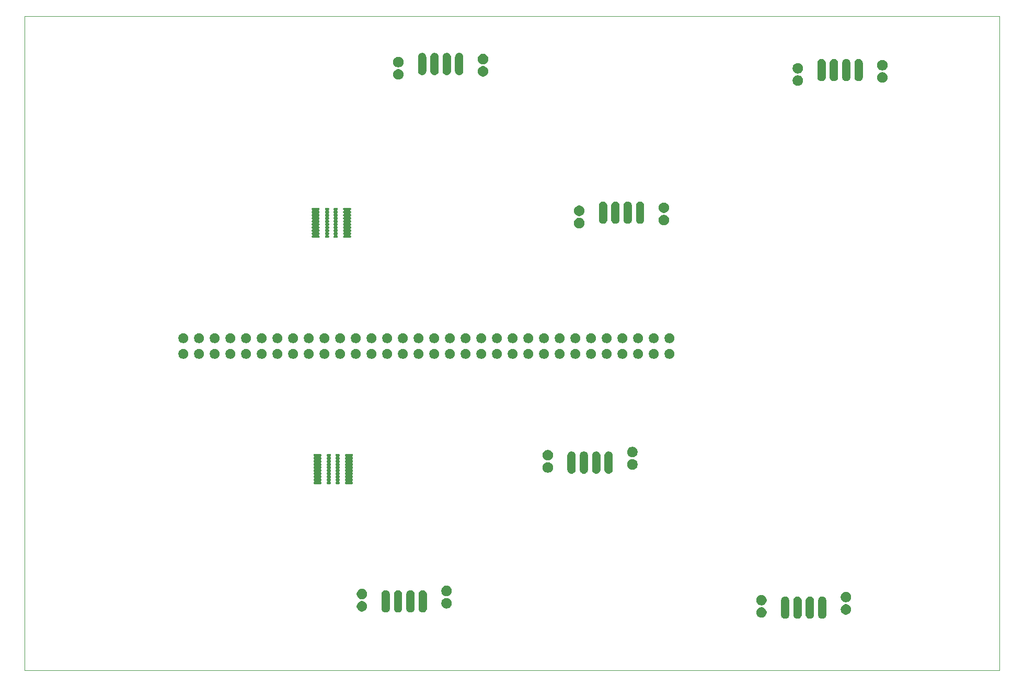
<source format=gbr>
G04 #@! TF.GenerationSoftware,KiCad,Pcbnew,(5.1.2)-2*
G04 #@! TF.CreationDate,2019-09-18T13:02:43-07:00*
G04 #@! TF.ProjectId,Cable Tester Board,4361626c-6520-4546-9573-74657220426f,rev?*
G04 #@! TF.SameCoordinates,Original*
G04 #@! TF.FileFunction,Soldermask,Top*
G04 #@! TF.FilePolarity,Negative*
%FSLAX46Y46*%
G04 Gerber Fmt 4.6, Leading zero omitted, Abs format (unit mm)*
G04 Created by KiCad (PCBNEW (5.1.2)-2) date 2019-09-18 13:02:43*
%MOMM*%
%LPD*%
G04 APERTURE LIST*
%ADD10C,0.050000*%
%ADD11C,0.100000*%
G04 APERTURE END LIST*
D10*
X27100000Y-29500000D02*
X27100000Y-135500000D01*
X27100000Y-135500000D02*
X185000000Y-135500000D01*
X185000000Y-29500000D02*
X185000000Y-135500000D01*
X27100000Y-29500000D02*
X185000000Y-29500000D01*
D11*
G36*
X150432517Y-123508781D02*
G01*
X150559946Y-123547436D01*
X150677383Y-123610208D01*
X150780317Y-123694683D01*
X150864792Y-123797617D01*
X150927564Y-123915054D01*
X150966219Y-124042483D01*
X150976000Y-124141795D01*
X150976000Y-126458205D01*
X150966219Y-126557517D01*
X150927564Y-126684946D01*
X150864792Y-126802383D01*
X150780317Y-126905316D01*
X150677382Y-126989792D01*
X150559945Y-127052564D01*
X150432516Y-127091219D01*
X150300000Y-127104270D01*
X150167483Y-127091219D01*
X150040054Y-127052564D01*
X149922617Y-126989792D01*
X149819684Y-126905317D01*
X149735208Y-126802382D01*
X149672436Y-126684945D01*
X149633781Y-126557516D01*
X149624000Y-126458204D01*
X149624001Y-124141795D01*
X149633782Y-124042483D01*
X149672437Y-123915054D01*
X149735209Y-123797617D01*
X149819684Y-123694683D01*
X149922618Y-123610208D01*
X150040055Y-123547436D01*
X150167484Y-123508781D01*
X150300000Y-123495730D01*
X150432517Y-123508781D01*
X150432517Y-123508781D01*
G37*
G36*
X156432517Y-123508781D02*
G01*
X156559946Y-123547436D01*
X156677383Y-123610208D01*
X156780317Y-123694683D01*
X156864792Y-123797617D01*
X156927564Y-123915054D01*
X156966219Y-124042483D01*
X156976000Y-124141795D01*
X156976000Y-126458205D01*
X156966219Y-126557517D01*
X156927564Y-126684946D01*
X156864792Y-126802383D01*
X156780317Y-126905316D01*
X156677382Y-126989792D01*
X156559945Y-127052564D01*
X156432516Y-127091219D01*
X156300000Y-127104270D01*
X156167483Y-127091219D01*
X156040054Y-127052564D01*
X155922617Y-126989792D01*
X155819684Y-126905317D01*
X155735208Y-126802382D01*
X155672436Y-126684945D01*
X155633781Y-126557516D01*
X155624000Y-126458204D01*
X155624001Y-124141795D01*
X155633782Y-124042483D01*
X155672437Y-123915054D01*
X155735209Y-123797617D01*
X155819684Y-123694683D01*
X155922618Y-123610208D01*
X156040055Y-123547436D01*
X156167484Y-123508781D01*
X156300000Y-123495730D01*
X156432517Y-123508781D01*
X156432517Y-123508781D01*
G37*
G36*
X154432517Y-123508781D02*
G01*
X154559946Y-123547436D01*
X154677383Y-123610208D01*
X154780317Y-123694683D01*
X154864792Y-123797617D01*
X154927564Y-123915054D01*
X154966219Y-124042483D01*
X154976000Y-124141795D01*
X154976000Y-126458205D01*
X154966219Y-126557517D01*
X154927564Y-126684946D01*
X154864792Y-126802383D01*
X154780317Y-126905316D01*
X154677382Y-126989792D01*
X154559945Y-127052564D01*
X154432516Y-127091219D01*
X154300000Y-127104270D01*
X154167483Y-127091219D01*
X154040054Y-127052564D01*
X153922617Y-126989792D01*
X153819684Y-126905317D01*
X153735208Y-126802382D01*
X153672436Y-126684945D01*
X153633781Y-126557516D01*
X153624000Y-126458204D01*
X153624001Y-124141795D01*
X153633782Y-124042483D01*
X153672437Y-123915054D01*
X153735209Y-123797617D01*
X153819684Y-123694683D01*
X153922618Y-123610208D01*
X154040055Y-123547436D01*
X154167484Y-123508781D01*
X154300000Y-123495730D01*
X154432517Y-123508781D01*
X154432517Y-123508781D01*
G37*
G36*
X152432517Y-123508781D02*
G01*
X152559946Y-123547436D01*
X152677383Y-123610208D01*
X152780317Y-123694683D01*
X152864792Y-123797617D01*
X152927564Y-123915054D01*
X152966219Y-124042483D01*
X152976000Y-124141795D01*
X152976000Y-126458205D01*
X152966219Y-126557517D01*
X152927564Y-126684946D01*
X152864792Y-126802383D01*
X152780317Y-126905316D01*
X152677382Y-126989792D01*
X152559945Y-127052564D01*
X152432516Y-127091219D01*
X152300000Y-127104270D01*
X152167483Y-127091219D01*
X152040054Y-127052564D01*
X151922617Y-126989792D01*
X151819684Y-126905317D01*
X151735208Y-126802382D01*
X151672436Y-126684945D01*
X151633781Y-126557516D01*
X151624000Y-126458204D01*
X151624001Y-124141795D01*
X151633782Y-124042483D01*
X151672437Y-123915054D01*
X151735209Y-123797617D01*
X151819684Y-123694683D01*
X151922618Y-123610208D01*
X152040055Y-123547436D01*
X152167484Y-123508781D01*
X152300000Y-123495730D01*
X152432517Y-123508781D01*
X152432517Y-123508781D01*
G37*
G36*
X146698228Y-125281703D02*
G01*
X146853100Y-125345853D01*
X146992481Y-125438985D01*
X147111015Y-125557519D01*
X147204147Y-125696900D01*
X147268297Y-125851772D01*
X147301000Y-126016184D01*
X147301000Y-126183816D01*
X147268297Y-126348228D01*
X147204147Y-126503100D01*
X147111015Y-126642481D01*
X146992481Y-126761015D01*
X146853100Y-126854147D01*
X146698228Y-126918297D01*
X146533816Y-126951000D01*
X146366184Y-126951000D01*
X146201772Y-126918297D01*
X146046900Y-126854147D01*
X145907519Y-126761015D01*
X145788985Y-126642481D01*
X145695853Y-126503100D01*
X145631703Y-126348228D01*
X145599000Y-126183816D01*
X145599000Y-126016184D01*
X145631703Y-125851772D01*
X145695853Y-125696900D01*
X145788985Y-125557519D01*
X145907519Y-125438985D01*
X146046900Y-125345853D01*
X146201772Y-125281703D01*
X146366184Y-125249000D01*
X146533816Y-125249000D01*
X146698228Y-125281703D01*
X146698228Y-125281703D01*
G37*
G36*
X160398228Y-124781703D02*
G01*
X160553100Y-124845853D01*
X160692481Y-124938985D01*
X160811015Y-125057519D01*
X160904147Y-125196900D01*
X160968297Y-125351772D01*
X161001000Y-125516184D01*
X161001000Y-125683816D01*
X160968297Y-125848228D01*
X160904147Y-126003100D01*
X160811015Y-126142481D01*
X160692481Y-126261015D01*
X160553100Y-126354147D01*
X160398228Y-126418297D01*
X160233816Y-126451000D01*
X160066184Y-126451000D01*
X159901772Y-126418297D01*
X159746900Y-126354147D01*
X159607519Y-126261015D01*
X159488985Y-126142481D01*
X159395853Y-126003100D01*
X159331703Y-125848228D01*
X159299000Y-125683816D01*
X159299000Y-125516184D01*
X159331703Y-125351772D01*
X159395853Y-125196900D01*
X159488985Y-125057519D01*
X159607519Y-124938985D01*
X159746900Y-124845853D01*
X159901772Y-124781703D01*
X160066184Y-124749000D01*
X160233816Y-124749000D01*
X160398228Y-124781703D01*
X160398228Y-124781703D01*
G37*
G36*
X87732517Y-122508781D02*
G01*
X87859946Y-122547436D01*
X87977383Y-122610208D01*
X88080317Y-122694683D01*
X88164792Y-122797617D01*
X88227564Y-122915054D01*
X88266219Y-123042483D01*
X88276000Y-123141795D01*
X88276000Y-125458205D01*
X88266219Y-125557517D01*
X88227564Y-125684946D01*
X88164792Y-125802383D01*
X88080317Y-125905316D01*
X87977382Y-125989792D01*
X87859945Y-126052564D01*
X87732516Y-126091219D01*
X87600000Y-126104270D01*
X87467483Y-126091219D01*
X87340054Y-126052564D01*
X87222617Y-125989792D01*
X87119684Y-125905317D01*
X87035208Y-125802382D01*
X86972436Y-125684945D01*
X86933781Y-125557516D01*
X86924000Y-125458204D01*
X86924001Y-123141795D01*
X86933782Y-123042483D01*
X86972437Y-122915054D01*
X87035209Y-122797617D01*
X87119684Y-122694683D01*
X87222618Y-122610208D01*
X87340055Y-122547436D01*
X87467484Y-122508781D01*
X87600000Y-122495730D01*
X87732517Y-122508781D01*
X87732517Y-122508781D01*
G37*
G36*
X91732517Y-122508781D02*
G01*
X91859946Y-122547436D01*
X91977383Y-122610208D01*
X92080317Y-122694683D01*
X92164792Y-122797617D01*
X92227564Y-122915054D01*
X92266219Y-123042483D01*
X92276000Y-123141795D01*
X92276000Y-125458205D01*
X92266219Y-125557517D01*
X92227564Y-125684946D01*
X92164792Y-125802383D01*
X92080317Y-125905316D01*
X91977382Y-125989792D01*
X91859945Y-126052564D01*
X91732516Y-126091219D01*
X91600000Y-126104270D01*
X91467483Y-126091219D01*
X91340054Y-126052564D01*
X91222617Y-125989792D01*
X91119684Y-125905317D01*
X91035208Y-125802382D01*
X90972436Y-125684945D01*
X90933781Y-125557516D01*
X90924000Y-125458204D01*
X90924001Y-123141795D01*
X90933782Y-123042483D01*
X90972437Y-122915054D01*
X91035209Y-122797617D01*
X91119684Y-122694683D01*
X91222618Y-122610208D01*
X91340055Y-122547436D01*
X91467484Y-122508781D01*
X91600000Y-122495730D01*
X91732517Y-122508781D01*
X91732517Y-122508781D01*
G37*
G36*
X89732517Y-122508781D02*
G01*
X89859946Y-122547436D01*
X89977383Y-122610208D01*
X90080317Y-122694683D01*
X90164792Y-122797617D01*
X90227564Y-122915054D01*
X90266219Y-123042483D01*
X90276000Y-123141795D01*
X90276000Y-125458205D01*
X90266219Y-125557517D01*
X90227564Y-125684946D01*
X90164792Y-125802383D01*
X90080317Y-125905316D01*
X89977382Y-125989792D01*
X89859945Y-126052564D01*
X89732516Y-126091219D01*
X89600000Y-126104270D01*
X89467483Y-126091219D01*
X89340054Y-126052564D01*
X89222617Y-125989792D01*
X89119684Y-125905317D01*
X89035208Y-125802382D01*
X88972436Y-125684945D01*
X88933781Y-125557516D01*
X88924000Y-125458204D01*
X88924001Y-123141795D01*
X88933782Y-123042483D01*
X88972437Y-122915054D01*
X89035209Y-122797617D01*
X89119684Y-122694683D01*
X89222618Y-122610208D01*
X89340055Y-122547436D01*
X89467484Y-122508781D01*
X89600000Y-122495730D01*
X89732517Y-122508781D01*
X89732517Y-122508781D01*
G37*
G36*
X85732517Y-122508781D02*
G01*
X85859946Y-122547436D01*
X85977383Y-122610208D01*
X86080317Y-122694683D01*
X86164792Y-122797617D01*
X86227564Y-122915054D01*
X86266219Y-123042483D01*
X86276000Y-123141795D01*
X86276000Y-125458205D01*
X86266219Y-125557517D01*
X86227564Y-125684946D01*
X86164792Y-125802383D01*
X86080317Y-125905316D01*
X85977382Y-125989792D01*
X85859945Y-126052564D01*
X85732516Y-126091219D01*
X85600000Y-126104270D01*
X85467483Y-126091219D01*
X85340054Y-126052564D01*
X85222617Y-125989792D01*
X85119684Y-125905317D01*
X85035208Y-125802382D01*
X84972436Y-125684945D01*
X84933781Y-125557516D01*
X84924000Y-125458204D01*
X84924001Y-123141795D01*
X84933782Y-123042483D01*
X84972437Y-122915054D01*
X85035209Y-122797617D01*
X85119684Y-122694683D01*
X85222618Y-122610208D01*
X85340055Y-122547436D01*
X85467484Y-122508781D01*
X85600000Y-122495730D01*
X85732517Y-122508781D01*
X85732517Y-122508781D01*
G37*
G36*
X81998228Y-124281703D02*
G01*
X82153100Y-124345853D01*
X82292481Y-124438985D01*
X82411015Y-124557519D01*
X82504147Y-124696900D01*
X82568297Y-124851772D01*
X82601000Y-125016184D01*
X82601000Y-125183816D01*
X82568297Y-125348228D01*
X82504147Y-125503100D01*
X82411015Y-125642481D01*
X82292481Y-125761015D01*
X82153100Y-125854147D01*
X81998228Y-125918297D01*
X81833816Y-125951000D01*
X81666184Y-125951000D01*
X81501772Y-125918297D01*
X81346900Y-125854147D01*
X81207519Y-125761015D01*
X81088985Y-125642481D01*
X80995853Y-125503100D01*
X80931703Y-125348228D01*
X80899000Y-125183816D01*
X80899000Y-125016184D01*
X80931703Y-124851772D01*
X80995853Y-124696900D01*
X81088985Y-124557519D01*
X81207519Y-124438985D01*
X81346900Y-124345853D01*
X81501772Y-124281703D01*
X81666184Y-124249000D01*
X81833816Y-124249000D01*
X81998228Y-124281703D01*
X81998228Y-124281703D01*
G37*
G36*
X95698228Y-123781703D02*
G01*
X95853100Y-123845853D01*
X95992481Y-123938985D01*
X96111015Y-124057519D01*
X96204147Y-124196900D01*
X96268297Y-124351772D01*
X96301000Y-124516184D01*
X96301000Y-124683816D01*
X96268297Y-124848228D01*
X96204147Y-125003100D01*
X96111015Y-125142481D01*
X95992481Y-125261015D01*
X95853100Y-125354147D01*
X95698228Y-125418297D01*
X95533816Y-125451000D01*
X95366184Y-125451000D01*
X95201772Y-125418297D01*
X95046900Y-125354147D01*
X94907519Y-125261015D01*
X94788985Y-125142481D01*
X94695853Y-125003100D01*
X94631703Y-124848228D01*
X94599000Y-124683816D01*
X94599000Y-124516184D01*
X94631703Y-124351772D01*
X94695853Y-124196900D01*
X94788985Y-124057519D01*
X94907519Y-123938985D01*
X95046900Y-123845853D01*
X95201772Y-123781703D01*
X95366184Y-123749000D01*
X95533816Y-123749000D01*
X95698228Y-123781703D01*
X95698228Y-123781703D01*
G37*
G36*
X146698228Y-123281703D02*
G01*
X146853100Y-123345853D01*
X146992481Y-123438985D01*
X147111015Y-123557519D01*
X147204147Y-123696900D01*
X147268297Y-123851772D01*
X147301000Y-124016184D01*
X147301000Y-124183816D01*
X147268297Y-124348228D01*
X147204147Y-124503100D01*
X147111015Y-124642481D01*
X146992481Y-124761015D01*
X146853100Y-124854147D01*
X146698228Y-124918297D01*
X146533816Y-124951000D01*
X146366184Y-124951000D01*
X146201772Y-124918297D01*
X146046900Y-124854147D01*
X145907519Y-124761015D01*
X145788985Y-124642481D01*
X145695853Y-124503100D01*
X145631703Y-124348228D01*
X145599000Y-124183816D01*
X145599000Y-124016184D01*
X145631703Y-123851772D01*
X145695853Y-123696900D01*
X145788985Y-123557519D01*
X145907519Y-123438985D01*
X146046900Y-123345853D01*
X146201772Y-123281703D01*
X146366184Y-123249000D01*
X146533816Y-123249000D01*
X146698228Y-123281703D01*
X146698228Y-123281703D01*
G37*
G36*
X160398228Y-122781703D02*
G01*
X160553100Y-122845853D01*
X160692481Y-122938985D01*
X160811015Y-123057519D01*
X160904147Y-123196900D01*
X160968297Y-123351772D01*
X161001000Y-123516184D01*
X161001000Y-123683816D01*
X160968297Y-123848228D01*
X160904147Y-124003100D01*
X160811015Y-124142481D01*
X160692481Y-124261015D01*
X160553100Y-124354147D01*
X160398228Y-124418297D01*
X160233816Y-124451000D01*
X160066184Y-124451000D01*
X159901772Y-124418297D01*
X159746900Y-124354147D01*
X159607519Y-124261015D01*
X159488985Y-124142481D01*
X159395853Y-124003100D01*
X159331703Y-123848228D01*
X159299000Y-123683816D01*
X159299000Y-123516184D01*
X159331703Y-123351772D01*
X159395853Y-123196900D01*
X159488985Y-123057519D01*
X159607519Y-122938985D01*
X159746900Y-122845853D01*
X159901772Y-122781703D01*
X160066184Y-122749000D01*
X160233816Y-122749000D01*
X160398228Y-122781703D01*
X160398228Y-122781703D01*
G37*
G36*
X81998228Y-122281703D02*
G01*
X82153100Y-122345853D01*
X82292481Y-122438985D01*
X82411015Y-122557519D01*
X82504147Y-122696900D01*
X82568297Y-122851772D01*
X82601000Y-123016184D01*
X82601000Y-123183816D01*
X82568297Y-123348228D01*
X82504147Y-123503100D01*
X82411015Y-123642481D01*
X82292481Y-123761015D01*
X82153100Y-123854147D01*
X81998228Y-123918297D01*
X81833816Y-123951000D01*
X81666184Y-123951000D01*
X81501772Y-123918297D01*
X81346900Y-123854147D01*
X81207519Y-123761015D01*
X81088985Y-123642481D01*
X80995853Y-123503100D01*
X80931703Y-123348228D01*
X80899000Y-123183816D01*
X80899000Y-123016184D01*
X80931703Y-122851772D01*
X80995853Y-122696900D01*
X81088985Y-122557519D01*
X81207519Y-122438985D01*
X81346900Y-122345853D01*
X81501772Y-122281703D01*
X81666184Y-122249000D01*
X81833816Y-122249000D01*
X81998228Y-122281703D01*
X81998228Y-122281703D01*
G37*
G36*
X95698228Y-121781703D02*
G01*
X95853100Y-121845853D01*
X95992481Y-121938985D01*
X96111015Y-122057519D01*
X96204147Y-122196900D01*
X96268297Y-122351772D01*
X96301000Y-122516184D01*
X96301000Y-122683816D01*
X96268297Y-122848228D01*
X96204147Y-123003100D01*
X96111015Y-123142481D01*
X95992481Y-123261015D01*
X95853100Y-123354147D01*
X95698228Y-123418297D01*
X95533816Y-123451000D01*
X95366184Y-123451000D01*
X95201772Y-123418297D01*
X95046900Y-123354147D01*
X94907519Y-123261015D01*
X94788985Y-123142481D01*
X94695853Y-123003100D01*
X94631703Y-122848228D01*
X94599000Y-122683816D01*
X94599000Y-122516184D01*
X94631703Y-122351772D01*
X94695853Y-122196900D01*
X94788985Y-122057519D01*
X94907519Y-121938985D01*
X95046900Y-121845853D01*
X95201772Y-121781703D01*
X95366184Y-121749000D01*
X95533816Y-121749000D01*
X95698228Y-121781703D01*
X95698228Y-121781703D01*
G37*
G36*
X80139401Y-100401908D02*
G01*
X80158347Y-100407656D01*
X80177291Y-100413402D01*
X80212210Y-100432066D01*
X80242816Y-100457184D01*
X80267934Y-100487790D01*
X80276117Y-100503100D01*
X80286597Y-100522707D01*
X80298092Y-100560599D01*
X80301972Y-100600000D01*
X80298092Y-100639401D01*
X80292344Y-100658347D01*
X80286598Y-100677291D01*
X80267934Y-100712210D01*
X80242816Y-100742816D01*
X80229945Y-100753379D01*
X80212623Y-100770701D01*
X80199009Y-100791075D01*
X80189632Y-100813714D01*
X80184851Y-100837747D01*
X80184851Y-100862251D01*
X80189631Y-100886284D01*
X80199008Y-100908923D01*
X80212622Y-100929298D01*
X80229945Y-100946621D01*
X80242816Y-100957184D01*
X80267934Y-100987790D01*
X80276117Y-101003100D01*
X80286597Y-101022707D01*
X80298092Y-101060599D01*
X80301972Y-101100000D01*
X80298092Y-101139401D01*
X80292344Y-101158347D01*
X80286598Y-101177291D01*
X80267934Y-101212210D01*
X80242816Y-101242816D01*
X80229945Y-101253379D01*
X80212623Y-101270701D01*
X80199009Y-101291075D01*
X80189632Y-101313714D01*
X80184851Y-101337747D01*
X80184851Y-101362251D01*
X80189631Y-101386284D01*
X80199008Y-101408923D01*
X80212622Y-101429298D01*
X80229945Y-101446621D01*
X80242816Y-101457184D01*
X80267934Y-101487790D01*
X80285466Y-101520590D01*
X80286597Y-101522707D01*
X80298092Y-101560599D01*
X80301972Y-101600000D01*
X80298092Y-101639401D01*
X80298091Y-101639403D01*
X80286598Y-101677291D01*
X80267934Y-101712210D01*
X80242816Y-101742816D01*
X80229945Y-101753379D01*
X80212623Y-101770701D01*
X80199009Y-101791075D01*
X80189632Y-101813714D01*
X80184851Y-101837747D01*
X80184851Y-101862251D01*
X80189631Y-101886284D01*
X80199008Y-101908923D01*
X80212622Y-101929298D01*
X80229945Y-101946621D01*
X80242816Y-101957184D01*
X80267934Y-101987790D01*
X80283110Y-102016184D01*
X80286597Y-102022707D01*
X80298092Y-102060599D01*
X80301972Y-102100000D01*
X80298092Y-102139401D01*
X80298091Y-102139403D01*
X80286598Y-102177291D01*
X80267934Y-102212210D01*
X80242816Y-102242816D01*
X80229945Y-102253379D01*
X80212623Y-102270701D01*
X80199009Y-102291075D01*
X80189632Y-102313714D01*
X80184851Y-102337747D01*
X80184851Y-102362251D01*
X80189631Y-102386284D01*
X80199008Y-102408923D01*
X80212622Y-102429298D01*
X80229945Y-102446621D01*
X80242816Y-102457184D01*
X80267934Y-102487790D01*
X80276117Y-102503100D01*
X80286597Y-102522707D01*
X80298092Y-102560599D01*
X80301972Y-102600000D01*
X80298092Y-102639401D01*
X80292345Y-102658347D01*
X80286598Y-102677291D01*
X80267934Y-102712210D01*
X80242816Y-102742816D01*
X80229945Y-102753379D01*
X80212623Y-102770701D01*
X80199009Y-102791075D01*
X80189632Y-102813714D01*
X80184851Y-102837747D01*
X80184851Y-102862251D01*
X80189631Y-102886284D01*
X80199008Y-102908923D01*
X80212622Y-102929298D01*
X80229945Y-102946621D01*
X80242816Y-102957184D01*
X80267934Y-102987790D01*
X80276117Y-103003100D01*
X80286597Y-103022707D01*
X80298092Y-103060599D01*
X80301972Y-103100000D01*
X80298092Y-103139401D01*
X80292345Y-103158347D01*
X80286598Y-103177291D01*
X80267934Y-103212210D01*
X80242816Y-103242816D01*
X80229945Y-103253379D01*
X80212623Y-103270701D01*
X80199009Y-103291075D01*
X80189632Y-103313714D01*
X80184851Y-103337747D01*
X80184851Y-103362251D01*
X80189631Y-103386284D01*
X80199008Y-103408923D01*
X80212622Y-103429298D01*
X80229945Y-103446621D01*
X80242816Y-103457184D01*
X80267934Y-103487790D01*
X80285466Y-103520590D01*
X80286597Y-103522707D01*
X80298092Y-103560599D01*
X80301972Y-103600000D01*
X80298092Y-103639401D01*
X80298091Y-103639403D01*
X80286598Y-103677291D01*
X80267934Y-103712210D01*
X80242816Y-103742816D01*
X80229945Y-103753379D01*
X80212623Y-103770701D01*
X80199009Y-103791075D01*
X80189632Y-103813714D01*
X80184851Y-103837747D01*
X80184851Y-103862251D01*
X80189631Y-103886284D01*
X80199008Y-103908923D01*
X80212622Y-103929298D01*
X80229945Y-103946621D01*
X80242816Y-103957184D01*
X80267934Y-103987790D01*
X80285466Y-104020590D01*
X80286597Y-104022707D01*
X80298092Y-104060599D01*
X80301972Y-104100000D01*
X80298092Y-104139401D01*
X80298091Y-104139403D01*
X80286598Y-104177291D01*
X80267934Y-104212210D01*
X80242816Y-104242816D01*
X80229945Y-104253379D01*
X80212623Y-104270701D01*
X80199009Y-104291075D01*
X80189632Y-104313714D01*
X80184851Y-104337747D01*
X80184851Y-104362251D01*
X80189631Y-104386284D01*
X80199008Y-104408923D01*
X80212622Y-104429298D01*
X80229945Y-104446621D01*
X80242816Y-104457184D01*
X80267934Y-104487790D01*
X80285466Y-104520590D01*
X80286597Y-104522707D01*
X80298092Y-104560599D01*
X80301972Y-104600000D01*
X80298092Y-104639401D01*
X80298091Y-104639403D01*
X80286598Y-104677291D01*
X80267934Y-104712210D01*
X80242816Y-104742816D01*
X80229945Y-104753379D01*
X80212623Y-104770701D01*
X80199009Y-104791075D01*
X80189632Y-104813714D01*
X80184851Y-104837747D01*
X80184851Y-104862251D01*
X80189631Y-104886284D01*
X80199008Y-104908923D01*
X80212622Y-104929298D01*
X80229945Y-104946621D01*
X80242816Y-104957184D01*
X80267934Y-104987790D01*
X80285466Y-105020590D01*
X80286597Y-105022707D01*
X80298092Y-105060599D01*
X80301972Y-105100000D01*
X80298092Y-105139401D01*
X80298091Y-105139403D01*
X80286598Y-105177291D01*
X80267934Y-105212210D01*
X80242816Y-105242816D01*
X80212210Y-105267934D01*
X80177291Y-105286598D01*
X80158347Y-105292344D01*
X80139401Y-105298092D01*
X80109874Y-105301000D01*
X79190126Y-105301000D01*
X79160599Y-105298092D01*
X79141653Y-105292344D01*
X79122709Y-105286598D01*
X79087790Y-105267934D01*
X79057184Y-105242816D01*
X79032066Y-105212210D01*
X79013402Y-105177291D01*
X79001909Y-105139403D01*
X79001908Y-105139401D01*
X78998028Y-105100000D01*
X79001908Y-105060599D01*
X79013403Y-105022707D01*
X79014534Y-105020590D01*
X79032066Y-104987790D01*
X79057184Y-104957184D01*
X79070055Y-104946621D01*
X79087377Y-104929299D01*
X79100991Y-104908925D01*
X79110368Y-104886286D01*
X79115149Y-104862253D01*
X79115149Y-104837749D01*
X79110369Y-104813716D01*
X79100992Y-104791077D01*
X79087378Y-104770702D01*
X79070055Y-104753379D01*
X79057184Y-104742816D01*
X79032066Y-104712210D01*
X79013402Y-104677291D01*
X79001909Y-104639403D01*
X79001908Y-104639401D01*
X78998028Y-104600000D01*
X79001908Y-104560599D01*
X79013403Y-104522707D01*
X79014534Y-104520590D01*
X79032066Y-104487790D01*
X79057184Y-104457184D01*
X79070055Y-104446621D01*
X79087377Y-104429299D01*
X79100991Y-104408925D01*
X79110368Y-104386286D01*
X79115149Y-104362253D01*
X79115149Y-104337749D01*
X79110369Y-104313716D01*
X79100992Y-104291077D01*
X79087378Y-104270702D01*
X79070055Y-104253379D01*
X79057184Y-104242816D01*
X79032066Y-104212210D01*
X79013402Y-104177291D01*
X79001909Y-104139403D01*
X79001908Y-104139401D01*
X78998028Y-104100000D01*
X79001908Y-104060599D01*
X79013403Y-104022707D01*
X79014534Y-104020590D01*
X79032066Y-103987790D01*
X79057184Y-103957184D01*
X79070055Y-103946621D01*
X79087377Y-103929299D01*
X79100991Y-103908925D01*
X79110368Y-103886286D01*
X79115149Y-103862253D01*
X79115149Y-103837749D01*
X79110369Y-103813716D01*
X79100992Y-103791077D01*
X79087378Y-103770702D01*
X79070055Y-103753379D01*
X79057184Y-103742816D01*
X79032066Y-103712210D01*
X79013402Y-103677291D01*
X79001909Y-103639403D01*
X79001908Y-103639401D01*
X78998028Y-103600000D01*
X79001908Y-103560599D01*
X79013403Y-103522707D01*
X79014534Y-103520590D01*
X79032066Y-103487790D01*
X79057184Y-103457184D01*
X79070055Y-103446621D01*
X79087377Y-103429299D01*
X79100991Y-103408925D01*
X79110368Y-103386286D01*
X79115149Y-103362253D01*
X79115149Y-103337749D01*
X79110369Y-103313716D01*
X79100992Y-103291077D01*
X79087378Y-103270702D01*
X79070055Y-103253379D01*
X79057184Y-103242816D01*
X79032066Y-103212210D01*
X79013402Y-103177291D01*
X79007655Y-103158347D01*
X79001908Y-103139401D01*
X78998028Y-103100000D01*
X79001908Y-103060599D01*
X79013403Y-103022707D01*
X79023883Y-103003100D01*
X79032066Y-102987790D01*
X79057184Y-102957184D01*
X79070055Y-102946621D01*
X79087377Y-102929299D01*
X79100991Y-102908925D01*
X79110368Y-102886286D01*
X79115149Y-102862253D01*
X79115149Y-102837749D01*
X79110369Y-102813716D01*
X79100992Y-102791077D01*
X79087378Y-102770702D01*
X79070055Y-102753379D01*
X79057184Y-102742816D01*
X79032066Y-102712210D01*
X79013402Y-102677291D01*
X79007656Y-102658347D01*
X79001908Y-102639401D01*
X78998028Y-102600000D01*
X79001908Y-102560599D01*
X79013403Y-102522707D01*
X79023883Y-102503100D01*
X79032066Y-102487790D01*
X79057184Y-102457184D01*
X79070055Y-102446621D01*
X79087377Y-102429299D01*
X79100991Y-102408925D01*
X79110368Y-102386286D01*
X79115149Y-102362253D01*
X79115149Y-102337749D01*
X79110369Y-102313716D01*
X79100992Y-102291077D01*
X79087378Y-102270702D01*
X79070055Y-102253379D01*
X79057184Y-102242816D01*
X79032066Y-102212210D01*
X79013402Y-102177291D01*
X79001909Y-102139403D01*
X79001908Y-102139401D01*
X78998028Y-102100000D01*
X79001908Y-102060599D01*
X79013403Y-102022707D01*
X79016890Y-102016184D01*
X79032066Y-101987790D01*
X79057184Y-101957184D01*
X79070055Y-101946621D01*
X79087377Y-101929299D01*
X79100991Y-101908925D01*
X79110368Y-101886286D01*
X79115149Y-101862253D01*
X79115149Y-101837749D01*
X79110369Y-101813716D01*
X79100992Y-101791077D01*
X79087378Y-101770702D01*
X79070055Y-101753379D01*
X79057184Y-101742816D01*
X79032066Y-101712210D01*
X79013402Y-101677291D01*
X79001909Y-101639403D01*
X79001908Y-101639401D01*
X78998028Y-101600000D01*
X79001908Y-101560599D01*
X79013403Y-101522707D01*
X79014534Y-101520590D01*
X79032066Y-101487790D01*
X79057184Y-101457184D01*
X79070055Y-101446621D01*
X79087377Y-101429299D01*
X79100991Y-101408925D01*
X79110368Y-101386286D01*
X79115149Y-101362253D01*
X79115149Y-101337749D01*
X79110369Y-101313716D01*
X79100992Y-101291077D01*
X79087378Y-101270702D01*
X79070055Y-101253379D01*
X79057184Y-101242816D01*
X79032066Y-101212210D01*
X79013402Y-101177291D01*
X79007656Y-101158347D01*
X79001908Y-101139401D01*
X78998028Y-101100000D01*
X79001908Y-101060599D01*
X79013403Y-101022707D01*
X79023883Y-101003100D01*
X79032066Y-100987790D01*
X79057184Y-100957184D01*
X79070055Y-100946621D01*
X79087377Y-100929299D01*
X79100991Y-100908925D01*
X79110368Y-100886286D01*
X79115149Y-100862253D01*
X79115149Y-100837749D01*
X79110369Y-100813716D01*
X79100992Y-100791077D01*
X79087378Y-100770702D01*
X79070055Y-100753379D01*
X79057184Y-100742816D01*
X79032066Y-100712210D01*
X79013402Y-100677291D01*
X79007656Y-100658347D01*
X79001908Y-100639401D01*
X78998028Y-100600000D01*
X79001908Y-100560599D01*
X79013403Y-100522707D01*
X79023883Y-100503100D01*
X79032066Y-100487790D01*
X79057184Y-100457184D01*
X79087790Y-100432066D01*
X79122709Y-100413402D01*
X79141653Y-100407656D01*
X79160599Y-100401908D01*
X79190126Y-100399000D01*
X80109874Y-100399000D01*
X80139401Y-100401908D01*
X80139401Y-100401908D01*
G37*
G36*
X77989401Y-100401908D02*
G01*
X78008347Y-100407656D01*
X78027291Y-100413402D01*
X78062210Y-100432066D01*
X78092816Y-100457184D01*
X78117934Y-100487790D01*
X78126117Y-100503100D01*
X78136597Y-100522707D01*
X78148092Y-100560599D01*
X78151972Y-100600000D01*
X78148092Y-100639401D01*
X78142344Y-100658347D01*
X78136598Y-100677291D01*
X78117934Y-100712210D01*
X78092816Y-100742816D01*
X78079945Y-100753379D01*
X78062623Y-100770701D01*
X78049009Y-100791075D01*
X78039632Y-100813714D01*
X78034851Y-100837747D01*
X78034851Y-100862251D01*
X78039631Y-100886284D01*
X78049008Y-100908923D01*
X78062622Y-100929298D01*
X78079945Y-100946621D01*
X78092816Y-100957184D01*
X78117934Y-100987790D01*
X78126117Y-101003100D01*
X78136597Y-101022707D01*
X78148092Y-101060599D01*
X78151972Y-101100000D01*
X78148092Y-101139401D01*
X78142344Y-101158347D01*
X78136598Y-101177291D01*
X78117934Y-101212210D01*
X78092816Y-101242816D01*
X78079945Y-101253379D01*
X78062623Y-101270701D01*
X78049009Y-101291075D01*
X78039632Y-101313714D01*
X78034851Y-101337747D01*
X78034851Y-101362251D01*
X78039631Y-101386284D01*
X78049008Y-101408923D01*
X78062622Y-101429298D01*
X78079945Y-101446621D01*
X78092816Y-101457184D01*
X78117934Y-101487790D01*
X78135466Y-101520590D01*
X78136597Y-101522707D01*
X78148092Y-101560599D01*
X78151972Y-101600000D01*
X78148092Y-101639401D01*
X78148091Y-101639403D01*
X78136598Y-101677291D01*
X78117934Y-101712210D01*
X78092816Y-101742816D01*
X78079945Y-101753379D01*
X78062623Y-101770701D01*
X78049009Y-101791075D01*
X78039632Y-101813714D01*
X78034851Y-101837747D01*
X78034851Y-101862251D01*
X78039631Y-101886284D01*
X78049008Y-101908923D01*
X78062622Y-101929298D01*
X78079945Y-101946621D01*
X78092816Y-101957184D01*
X78117934Y-101987790D01*
X78133110Y-102016184D01*
X78136597Y-102022707D01*
X78148092Y-102060599D01*
X78151972Y-102100000D01*
X78148092Y-102139401D01*
X78148091Y-102139403D01*
X78136598Y-102177291D01*
X78117934Y-102212210D01*
X78092816Y-102242816D01*
X78079945Y-102253379D01*
X78062623Y-102270701D01*
X78049009Y-102291075D01*
X78039632Y-102313714D01*
X78034851Y-102337747D01*
X78034851Y-102362251D01*
X78039631Y-102386284D01*
X78049008Y-102408923D01*
X78062622Y-102429298D01*
X78079945Y-102446621D01*
X78092816Y-102457184D01*
X78117934Y-102487790D01*
X78126117Y-102503100D01*
X78136597Y-102522707D01*
X78148092Y-102560599D01*
X78151972Y-102600000D01*
X78148092Y-102639401D01*
X78142345Y-102658347D01*
X78136598Y-102677291D01*
X78117934Y-102712210D01*
X78092816Y-102742816D01*
X78079945Y-102753379D01*
X78062623Y-102770701D01*
X78049009Y-102791075D01*
X78039632Y-102813714D01*
X78034851Y-102837747D01*
X78034851Y-102862251D01*
X78039631Y-102886284D01*
X78049008Y-102908923D01*
X78062622Y-102929298D01*
X78079945Y-102946621D01*
X78092816Y-102957184D01*
X78117934Y-102987790D01*
X78126117Y-103003100D01*
X78136597Y-103022707D01*
X78148092Y-103060599D01*
X78151972Y-103100000D01*
X78148092Y-103139401D01*
X78142345Y-103158347D01*
X78136598Y-103177291D01*
X78117934Y-103212210D01*
X78092816Y-103242816D01*
X78079945Y-103253379D01*
X78062623Y-103270701D01*
X78049009Y-103291075D01*
X78039632Y-103313714D01*
X78034851Y-103337747D01*
X78034851Y-103362251D01*
X78039631Y-103386284D01*
X78049008Y-103408923D01*
X78062622Y-103429298D01*
X78079945Y-103446621D01*
X78092816Y-103457184D01*
X78117934Y-103487790D01*
X78135466Y-103520590D01*
X78136597Y-103522707D01*
X78148092Y-103560599D01*
X78151972Y-103600000D01*
X78148092Y-103639401D01*
X78148091Y-103639403D01*
X78136598Y-103677291D01*
X78117934Y-103712210D01*
X78092816Y-103742816D01*
X78079945Y-103753379D01*
X78062623Y-103770701D01*
X78049009Y-103791075D01*
X78039632Y-103813714D01*
X78034851Y-103837747D01*
X78034851Y-103862251D01*
X78039631Y-103886284D01*
X78049008Y-103908923D01*
X78062622Y-103929298D01*
X78079945Y-103946621D01*
X78092816Y-103957184D01*
X78117934Y-103987790D01*
X78135466Y-104020590D01*
X78136597Y-104022707D01*
X78148092Y-104060599D01*
X78151972Y-104100000D01*
X78148092Y-104139401D01*
X78148091Y-104139403D01*
X78136598Y-104177291D01*
X78117934Y-104212210D01*
X78092816Y-104242816D01*
X78079945Y-104253379D01*
X78062623Y-104270701D01*
X78049009Y-104291075D01*
X78039632Y-104313714D01*
X78034851Y-104337747D01*
X78034851Y-104362251D01*
X78039631Y-104386284D01*
X78049008Y-104408923D01*
X78062622Y-104429298D01*
X78079945Y-104446621D01*
X78092816Y-104457184D01*
X78117934Y-104487790D01*
X78135466Y-104520590D01*
X78136597Y-104522707D01*
X78148092Y-104560599D01*
X78151972Y-104600000D01*
X78148092Y-104639401D01*
X78148091Y-104639403D01*
X78136598Y-104677291D01*
X78117934Y-104712210D01*
X78092816Y-104742816D01*
X78079945Y-104753379D01*
X78062623Y-104770701D01*
X78049009Y-104791075D01*
X78039632Y-104813714D01*
X78034851Y-104837747D01*
X78034851Y-104862251D01*
X78039631Y-104886284D01*
X78049008Y-104908923D01*
X78062622Y-104929298D01*
X78079945Y-104946621D01*
X78092816Y-104957184D01*
X78117934Y-104987790D01*
X78135466Y-105020590D01*
X78136597Y-105022707D01*
X78148092Y-105060599D01*
X78151972Y-105100000D01*
X78148092Y-105139401D01*
X78148091Y-105139403D01*
X78136598Y-105177291D01*
X78117934Y-105212210D01*
X78092816Y-105242816D01*
X78062210Y-105267934D01*
X78027291Y-105286598D01*
X78008347Y-105292344D01*
X77989401Y-105298092D01*
X77959874Y-105301000D01*
X77640126Y-105301000D01*
X77610599Y-105298092D01*
X77591653Y-105292344D01*
X77572709Y-105286598D01*
X77537790Y-105267934D01*
X77507184Y-105242816D01*
X77482066Y-105212210D01*
X77463402Y-105177291D01*
X77451909Y-105139403D01*
X77451908Y-105139401D01*
X77448028Y-105100000D01*
X77451908Y-105060599D01*
X77463403Y-105022707D01*
X77464534Y-105020590D01*
X77482066Y-104987790D01*
X77507184Y-104957184D01*
X77520055Y-104946621D01*
X77537377Y-104929299D01*
X77550991Y-104908925D01*
X77560368Y-104886286D01*
X77565149Y-104862253D01*
X77565149Y-104837749D01*
X77560369Y-104813716D01*
X77550992Y-104791077D01*
X77537378Y-104770702D01*
X77520055Y-104753379D01*
X77507184Y-104742816D01*
X77482066Y-104712210D01*
X77463402Y-104677291D01*
X77451909Y-104639403D01*
X77451908Y-104639401D01*
X77448028Y-104600000D01*
X77451908Y-104560599D01*
X77463403Y-104522707D01*
X77464534Y-104520590D01*
X77482066Y-104487790D01*
X77507184Y-104457184D01*
X77520055Y-104446621D01*
X77537377Y-104429299D01*
X77550991Y-104408925D01*
X77560368Y-104386286D01*
X77565149Y-104362253D01*
X77565149Y-104337749D01*
X77560369Y-104313716D01*
X77550992Y-104291077D01*
X77537378Y-104270702D01*
X77520055Y-104253379D01*
X77507184Y-104242816D01*
X77482066Y-104212210D01*
X77463402Y-104177291D01*
X77451909Y-104139403D01*
X77451908Y-104139401D01*
X77448028Y-104100000D01*
X77451908Y-104060599D01*
X77463403Y-104022707D01*
X77464534Y-104020590D01*
X77482066Y-103987790D01*
X77507184Y-103957184D01*
X77520055Y-103946621D01*
X77537377Y-103929299D01*
X77550991Y-103908925D01*
X77560368Y-103886286D01*
X77565149Y-103862253D01*
X77565149Y-103837749D01*
X77560369Y-103813716D01*
X77550992Y-103791077D01*
X77537378Y-103770702D01*
X77520055Y-103753379D01*
X77507184Y-103742816D01*
X77482066Y-103712210D01*
X77463402Y-103677291D01*
X77451909Y-103639403D01*
X77451908Y-103639401D01*
X77448028Y-103600000D01*
X77451908Y-103560599D01*
X77463403Y-103522707D01*
X77464534Y-103520590D01*
X77482066Y-103487790D01*
X77507184Y-103457184D01*
X77520055Y-103446621D01*
X77537377Y-103429299D01*
X77550991Y-103408925D01*
X77560368Y-103386286D01*
X77565149Y-103362253D01*
X77565149Y-103337749D01*
X77560369Y-103313716D01*
X77550992Y-103291077D01*
X77537378Y-103270702D01*
X77520055Y-103253379D01*
X77507184Y-103242816D01*
X77482066Y-103212210D01*
X77463402Y-103177291D01*
X77457655Y-103158347D01*
X77451908Y-103139401D01*
X77448028Y-103100000D01*
X77451908Y-103060599D01*
X77463403Y-103022707D01*
X77473883Y-103003100D01*
X77482066Y-102987790D01*
X77507184Y-102957184D01*
X77520055Y-102946621D01*
X77537377Y-102929299D01*
X77550991Y-102908925D01*
X77560368Y-102886286D01*
X77565149Y-102862253D01*
X77565149Y-102837749D01*
X77560369Y-102813716D01*
X77550992Y-102791077D01*
X77537378Y-102770702D01*
X77520055Y-102753379D01*
X77507184Y-102742816D01*
X77482066Y-102712210D01*
X77463402Y-102677291D01*
X77457656Y-102658347D01*
X77451908Y-102639401D01*
X77448028Y-102600000D01*
X77451908Y-102560599D01*
X77463403Y-102522707D01*
X77473883Y-102503100D01*
X77482066Y-102487790D01*
X77507184Y-102457184D01*
X77520055Y-102446621D01*
X77537377Y-102429299D01*
X77550991Y-102408925D01*
X77560368Y-102386286D01*
X77565149Y-102362253D01*
X77565149Y-102337749D01*
X77560369Y-102313716D01*
X77550992Y-102291077D01*
X77537378Y-102270702D01*
X77520055Y-102253379D01*
X77507184Y-102242816D01*
X77482066Y-102212210D01*
X77463402Y-102177291D01*
X77451909Y-102139403D01*
X77451908Y-102139401D01*
X77448028Y-102100000D01*
X77451908Y-102060599D01*
X77463403Y-102022707D01*
X77466890Y-102016184D01*
X77482066Y-101987790D01*
X77507184Y-101957184D01*
X77520055Y-101946621D01*
X77537377Y-101929299D01*
X77550991Y-101908925D01*
X77560368Y-101886286D01*
X77565149Y-101862253D01*
X77565149Y-101837749D01*
X77560369Y-101813716D01*
X77550992Y-101791077D01*
X77537378Y-101770702D01*
X77520055Y-101753379D01*
X77507184Y-101742816D01*
X77482066Y-101712210D01*
X77463402Y-101677291D01*
X77451909Y-101639403D01*
X77451908Y-101639401D01*
X77448028Y-101600000D01*
X77451908Y-101560599D01*
X77463403Y-101522707D01*
X77464534Y-101520590D01*
X77482066Y-101487790D01*
X77507184Y-101457184D01*
X77520055Y-101446621D01*
X77537377Y-101429299D01*
X77550991Y-101408925D01*
X77560368Y-101386286D01*
X77565149Y-101362253D01*
X77565149Y-101337749D01*
X77560369Y-101313716D01*
X77550992Y-101291077D01*
X77537378Y-101270702D01*
X77520055Y-101253379D01*
X77507184Y-101242816D01*
X77482066Y-101212210D01*
X77463402Y-101177291D01*
X77457656Y-101158347D01*
X77451908Y-101139401D01*
X77448028Y-101100000D01*
X77451908Y-101060599D01*
X77463403Y-101022707D01*
X77473883Y-101003100D01*
X77482066Y-100987790D01*
X77507184Y-100957184D01*
X77520055Y-100946621D01*
X77537377Y-100929299D01*
X77550991Y-100908925D01*
X77560368Y-100886286D01*
X77565149Y-100862253D01*
X77565149Y-100837749D01*
X77560369Y-100813716D01*
X77550992Y-100791077D01*
X77537378Y-100770702D01*
X77520055Y-100753379D01*
X77507184Y-100742816D01*
X77482066Y-100712210D01*
X77463402Y-100677291D01*
X77457656Y-100658347D01*
X77451908Y-100639401D01*
X77448028Y-100600000D01*
X77451908Y-100560599D01*
X77463403Y-100522707D01*
X77473883Y-100503100D01*
X77482066Y-100487790D01*
X77507184Y-100457184D01*
X77537790Y-100432066D01*
X77572709Y-100413402D01*
X77591653Y-100407656D01*
X77610599Y-100401908D01*
X77640126Y-100399000D01*
X77959874Y-100399000D01*
X77989401Y-100401908D01*
X77989401Y-100401908D01*
G37*
G36*
X75039401Y-100401908D02*
G01*
X75058347Y-100407656D01*
X75077291Y-100413402D01*
X75112210Y-100432066D01*
X75142816Y-100457184D01*
X75167934Y-100487790D01*
X75176117Y-100503100D01*
X75186597Y-100522707D01*
X75198092Y-100560599D01*
X75201972Y-100600000D01*
X75198092Y-100639401D01*
X75192344Y-100658347D01*
X75186598Y-100677291D01*
X75167934Y-100712210D01*
X75142816Y-100742816D01*
X75129945Y-100753379D01*
X75112623Y-100770701D01*
X75099009Y-100791075D01*
X75089632Y-100813714D01*
X75084851Y-100837747D01*
X75084851Y-100862251D01*
X75089631Y-100886284D01*
X75099008Y-100908923D01*
X75112622Y-100929298D01*
X75129945Y-100946621D01*
X75142816Y-100957184D01*
X75167934Y-100987790D01*
X75176117Y-101003100D01*
X75186597Y-101022707D01*
X75198092Y-101060599D01*
X75201972Y-101100000D01*
X75198092Y-101139401D01*
X75192344Y-101158347D01*
X75186598Y-101177291D01*
X75167934Y-101212210D01*
X75142816Y-101242816D01*
X75129945Y-101253379D01*
X75112623Y-101270701D01*
X75099009Y-101291075D01*
X75089632Y-101313714D01*
X75084851Y-101337747D01*
X75084851Y-101362251D01*
X75089631Y-101386284D01*
X75099008Y-101408923D01*
X75112622Y-101429298D01*
X75129945Y-101446621D01*
X75142816Y-101457184D01*
X75167934Y-101487790D01*
X75185466Y-101520590D01*
X75186597Y-101522707D01*
X75198092Y-101560599D01*
X75201972Y-101600000D01*
X75198092Y-101639401D01*
X75198091Y-101639403D01*
X75186598Y-101677291D01*
X75167934Y-101712210D01*
X75142816Y-101742816D01*
X75129945Y-101753379D01*
X75112623Y-101770701D01*
X75099009Y-101791075D01*
X75089632Y-101813714D01*
X75084851Y-101837747D01*
X75084851Y-101862251D01*
X75089631Y-101886284D01*
X75099008Y-101908923D01*
X75112622Y-101929298D01*
X75129945Y-101946621D01*
X75142816Y-101957184D01*
X75167934Y-101987790D01*
X75183110Y-102016184D01*
X75186597Y-102022707D01*
X75198092Y-102060599D01*
X75201972Y-102100000D01*
X75198092Y-102139401D01*
X75198091Y-102139403D01*
X75186598Y-102177291D01*
X75167934Y-102212210D01*
X75142816Y-102242816D01*
X75129945Y-102253379D01*
X75112623Y-102270701D01*
X75099009Y-102291075D01*
X75089632Y-102313714D01*
X75084851Y-102337747D01*
X75084851Y-102362251D01*
X75089631Y-102386284D01*
X75099008Y-102408923D01*
X75112622Y-102429298D01*
X75129945Y-102446621D01*
X75142816Y-102457184D01*
X75167934Y-102487790D01*
X75176117Y-102503100D01*
X75186597Y-102522707D01*
X75198092Y-102560599D01*
X75201972Y-102600000D01*
X75198092Y-102639401D01*
X75192345Y-102658347D01*
X75186598Y-102677291D01*
X75167934Y-102712210D01*
X75142816Y-102742816D01*
X75129945Y-102753379D01*
X75112623Y-102770701D01*
X75099009Y-102791075D01*
X75089632Y-102813714D01*
X75084851Y-102837747D01*
X75084851Y-102862251D01*
X75089631Y-102886284D01*
X75099008Y-102908923D01*
X75112622Y-102929298D01*
X75129945Y-102946621D01*
X75142816Y-102957184D01*
X75167934Y-102987790D01*
X75176117Y-103003100D01*
X75186597Y-103022707D01*
X75198092Y-103060599D01*
X75201972Y-103100000D01*
X75198092Y-103139401D01*
X75192345Y-103158347D01*
X75186598Y-103177291D01*
X75167934Y-103212210D01*
X75142816Y-103242816D01*
X75129945Y-103253379D01*
X75112623Y-103270701D01*
X75099009Y-103291075D01*
X75089632Y-103313714D01*
X75084851Y-103337747D01*
X75084851Y-103362251D01*
X75089631Y-103386284D01*
X75099008Y-103408923D01*
X75112622Y-103429298D01*
X75129945Y-103446621D01*
X75142816Y-103457184D01*
X75167934Y-103487790D01*
X75185466Y-103520590D01*
X75186597Y-103522707D01*
X75198092Y-103560599D01*
X75201972Y-103600000D01*
X75198092Y-103639401D01*
X75198091Y-103639403D01*
X75186598Y-103677291D01*
X75167934Y-103712210D01*
X75142816Y-103742816D01*
X75129945Y-103753379D01*
X75112623Y-103770701D01*
X75099009Y-103791075D01*
X75089632Y-103813714D01*
X75084851Y-103837747D01*
X75084851Y-103862251D01*
X75089631Y-103886284D01*
X75099008Y-103908923D01*
X75112622Y-103929298D01*
X75129945Y-103946621D01*
X75142816Y-103957184D01*
X75167934Y-103987790D01*
X75185466Y-104020590D01*
X75186597Y-104022707D01*
X75198092Y-104060599D01*
X75201972Y-104100000D01*
X75198092Y-104139401D01*
X75198091Y-104139403D01*
X75186598Y-104177291D01*
X75167934Y-104212210D01*
X75142816Y-104242816D01*
X75129945Y-104253379D01*
X75112623Y-104270701D01*
X75099009Y-104291075D01*
X75089632Y-104313714D01*
X75084851Y-104337747D01*
X75084851Y-104362251D01*
X75089631Y-104386284D01*
X75099008Y-104408923D01*
X75112622Y-104429298D01*
X75129945Y-104446621D01*
X75142816Y-104457184D01*
X75167934Y-104487790D01*
X75185466Y-104520590D01*
X75186597Y-104522707D01*
X75198092Y-104560599D01*
X75201972Y-104600000D01*
X75198092Y-104639401D01*
X75198091Y-104639403D01*
X75186598Y-104677291D01*
X75167934Y-104712210D01*
X75142816Y-104742816D01*
X75129945Y-104753379D01*
X75112623Y-104770701D01*
X75099009Y-104791075D01*
X75089632Y-104813714D01*
X75084851Y-104837747D01*
X75084851Y-104862251D01*
X75089631Y-104886284D01*
X75099008Y-104908923D01*
X75112622Y-104929298D01*
X75129945Y-104946621D01*
X75142816Y-104957184D01*
X75167934Y-104987790D01*
X75185466Y-105020590D01*
X75186597Y-105022707D01*
X75198092Y-105060599D01*
X75201972Y-105100000D01*
X75198092Y-105139401D01*
X75198091Y-105139403D01*
X75186598Y-105177291D01*
X75167934Y-105212210D01*
X75142816Y-105242816D01*
X75112210Y-105267934D01*
X75077291Y-105286598D01*
X75058347Y-105292344D01*
X75039401Y-105298092D01*
X75009874Y-105301000D01*
X74090126Y-105301000D01*
X74060599Y-105298092D01*
X74041653Y-105292344D01*
X74022709Y-105286598D01*
X73987790Y-105267934D01*
X73957184Y-105242816D01*
X73932066Y-105212210D01*
X73913402Y-105177291D01*
X73901909Y-105139403D01*
X73901908Y-105139401D01*
X73898028Y-105100000D01*
X73901908Y-105060599D01*
X73913403Y-105022707D01*
X73914534Y-105020590D01*
X73932066Y-104987790D01*
X73957184Y-104957184D01*
X73970055Y-104946621D01*
X73987377Y-104929299D01*
X74000991Y-104908925D01*
X74010368Y-104886286D01*
X74015149Y-104862253D01*
X74015149Y-104837749D01*
X74010369Y-104813716D01*
X74000992Y-104791077D01*
X73987378Y-104770702D01*
X73970055Y-104753379D01*
X73957184Y-104742816D01*
X73932066Y-104712210D01*
X73913402Y-104677291D01*
X73901909Y-104639403D01*
X73901908Y-104639401D01*
X73898028Y-104600000D01*
X73901908Y-104560599D01*
X73913403Y-104522707D01*
X73914534Y-104520590D01*
X73932066Y-104487790D01*
X73957184Y-104457184D01*
X73970055Y-104446621D01*
X73987377Y-104429299D01*
X74000991Y-104408925D01*
X74010368Y-104386286D01*
X74015149Y-104362253D01*
X74015149Y-104337749D01*
X74010369Y-104313716D01*
X74000992Y-104291077D01*
X73987378Y-104270702D01*
X73970055Y-104253379D01*
X73957184Y-104242816D01*
X73932066Y-104212210D01*
X73913402Y-104177291D01*
X73901909Y-104139403D01*
X73901908Y-104139401D01*
X73898028Y-104100000D01*
X73901908Y-104060599D01*
X73913403Y-104022707D01*
X73914534Y-104020590D01*
X73932066Y-103987790D01*
X73957184Y-103957184D01*
X73970055Y-103946621D01*
X73987377Y-103929299D01*
X74000991Y-103908925D01*
X74010368Y-103886286D01*
X74015149Y-103862253D01*
X74015149Y-103837749D01*
X74010369Y-103813716D01*
X74000992Y-103791077D01*
X73987378Y-103770702D01*
X73970055Y-103753379D01*
X73957184Y-103742816D01*
X73932066Y-103712210D01*
X73913402Y-103677291D01*
X73901909Y-103639403D01*
X73901908Y-103639401D01*
X73898028Y-103600000D01*
X73901908Y-103560599D01*
X73913403Y-103522707D01*
X73914534Y-103520590D01*
X73932066Y-103487790D01*
X73957184Y-103457184D01*
X73970055Y-103446621D01*
X73987377Y-103429299D01*
X74000991Y-103408925D01*
X74010368Y-103386286D01*
X74015149Y-103362253D01*
X74015149Y-103337749D01*
X74010369Y-103313716D01*
X74000992Y-103291077D01*
X73987378Y-103270702D01*
X73970055Y-103253379D01*
X73957184Y-103242816D01*
X73932066Y-103212210D01*
X73913402Y-103177291D01*
X73907655Y-103158347D01*
X73901908Y-103139401D01*
X73898028Y-103100000D01*
X73901908Y-103060599D01*
X73913403Y-103022707D01*
X73923883Y-103003100D01*
X73932066Y-102987790D01*
X73957184Y-102957184D01*
X73970055Y-102946621D01*
X73987377Y-102929299D01*
X74000991Y-102908925D01*
X74010368Y-102886286D01*
X74015149Y-102862253D01*
X74015149Y-102837749D01*
X74010369Y-102813716D01*
X74000992Y-102791077D01*
X73987378Y-102770702D01*
X73970055Y-102753379D01*
X73957184Y-102742816D01*
X73932066Y-102712210D01*
X73913402Y-102677291D01*
X73907656Y-102658347D01*
X73901908Y-102639401D01*
X73898028Y-102600000D01*
X73901908Y-102560599D01*
X73913403Y-102522707D01*
X73923883Y-102503100D01*
X73932066Y-102487790D01*
X73957184Y-102457184D01*
X73970055Y-102446621D01*
X73987377Y-102429299D01*
X74000991Y-102408925D01*
X74010368Y-102386286D01*
X74015149Y-102362253D01*
X74015149Y-102337749D01*
X74010369Y-102313716D01*
X74000992Y-102291077D01*
X73987378Y-102270702D01*
X73970055Y-102253379D01*
X73957184Y-102242816D01*
X73932066Y-102212210D01*
X73913402Y-102177291D01*
X73901909Y-102139403D01*
X73901908Y-102139401D01*
X73898028Y-102100000D01*
X73901908Y-102060599D01*
X73913403Y-102022707D01*
X73916890Y-102016184D01*
X73932066Y-101987790D01*
X73957184Y-101957184D01*
X73970055Y-101946621D01*
X73987377Y-101929299D01*
X74000991Y-101908925D01*
X74010368Y-101886286D01*
X74015149Y-101862253D01*
X74015149Y-101837749D01*
X74010369Y-101813716D01*
X74000992Y-101791077D01*
X73987378Y-101770702D01*
X73970055Y-101753379D01*
X73957184Y-101742816D01*
X73932066Y-101712210D01*
X73913402Y-101677291D01*
X73901909Y-101639403D01*
X73901908Y-101639401D01*
X73898028Y-101600000D01*
X73901908Y-101560599D01*
X73913403Y-101522707D01*
X73914534Y-101520590D01*
X73932066Y-101487790D01*
X73957184Y-101457184D01*
X73970055Y-101446621D01*
X73987377Y-101429299D01*
X74000991Y-101408925D01*
X74010368Y-101386286D01*
X74015149Y-101362253D01*
X74015149Y-101337749D01*
X74010369Y-101313716D01*
X74000992Y-101291077D01*
X73987378Y-101270702D01*
X73970055Y-101253379D01*
X73957184Y-101242816D01*
X73932066Y-101212210D01*
X73913402Y-101177291D01*
X73907656Y-101158347D01*
X73901908Y-101139401D01*
X73898028Y-101100000D01*
X73901908Y-101060599D01*
X73913403Y-101022707D01*
X73923883Y-101003100D01*
X73932066Y-100987790D01*
X73957184Y-100957184D01*
X73970055Y-100946621D01*
X73987377Y-100929299D01*
X74000991Y-100908925D01*
X74010368Y-100886286D01*
X74015149Y-100862253D01*
X74015149Y-100837749D01*
X74010369Y-100813716D01*
X74000992Y-100791077D01*
X73987378Y-100770702D01*
X73970055Y-100753379D01*
X73957184Y-100742816D01*
X73932066Y-100712210D01*
X73913402Y-100677291D01*
X73907656Y-100658347D01*
X73901908Y-100639401D01*
X73898028Y-100600000D01*
X73901908Y-100560599D01*
X73913403Y-100522707D01*
X73923883Y-100503100D01*
X73932066Y-100487790D01*
X73957184Y-100457184D01*
X73987790Y-100432066D01*
X74022709Y-100413402D01*
X74041653Y-100407656D01*
X74060599Y-100401908D01*
X74090126Y-100399000D01*
X75009874Y-100399000D01*
X75039401Y-100401908D01*
X75039401Y-100401908D01*
G37*
G36*
X76589401Y-100401908D02*
G01*
X76608347Y-100407656D01*
X76627291Y-100413402D01*
X76662210Y-100432066D01*
X76692816Y-100457184D01*
X76717934Y-100487790D01*
X76726117Y-100503100D01*
X76736597Y-100522707D01*
X76748092Y-100560599D01*
X76751972Y-100600000D01*
X76748092Y-100639401D01*
X76742344Y-100658347D01*
X76736598Y-100677291D01*
X76717934Y-100712210D01*
X76692816Y-100742816D01*
X76679945Y-100753379D01*
X76662623Y-100770701D01*
X76649009Y-100791075D01*
X76639632Y-100813714D01*
X76634851Y-100837747D01*
X76634851Y-100862251D01*
X76639631Y-100886284D01*
X76649008Y-100908923D01*
X76662622Y-100929298D01*
X76679945Y-100946621D01*
X76692816Y-100957184D01*
X76717934Y-100987790D01*
X76726117Y-101003100D01*
X76736597Y-101022707D01*
X76748092Y-101060599D01*
X76751972Y-101100000D01*
X76748092Y-101139401D01*
X76742344Y-101158347D01*
X76736598Y-101177291D01*
X76717934Y-101212210D01*
X76692816Y-101242816D01*
X76679945Y-101253379D01*
X76662623Y-101270701D01*
X76649009Y-101291075D01*
X76639632Y-101313714D01*
X76634851Y-101337747D01*
X76634851Y-101362251D01*
X76639631Y-101386284D01*
X76649008Y-101408923D01*
X76662622Y-101429298D01*
X76679945Y-101446621D01*
X76692816Y-101457184D01*
X76717934Y-101487790D01*
X76735466Y-101520590D01*
X76736597Y-101522707D01*
X76748092Y-101560599D01*
X76751972Y-101600000D01*
X76748092Y-101639401D01*
X76748091Y-101639403D01*
X76736598Y-101677291D01*
X76717934Y-101712210D01*
X76692816Y-101742816D01*
X76679945Y-101753379D01*
X76662623Y-101770701D01*
X76649009Y-101791075D01*
X76639632Y-101813714D01*
X76634851Y-101837747D01*
X76634851Y-101862251D01*
X76639631Y-101886284D01*
X76649008Y-101908923D01*
X76662622Y-101929298D01*
X76679945Y-101946621D01*
X76692816Y-101957184D01*
X76717934Y-101987790D01*
X76733110Y-102016184D01*
X76736597Y-102022707D01*
X76748092Y-102060599D01*
X76751972Y-102100000D01*
X76748092Y-102139401D01*
X76748091Y-102139403D01*
X76736598Y-102177291D01*
X76717934Y-102212210D01*
X76692816Y-102242816D01*
X76679945Y-102253379D01*
X76662623Y-102270701D01*
X76649009Y-102291075D01*
X76639632Y-102313714D01*
X76634851Y-102337747D01*
X76634851Y-102362251D01*
X76639631Y-102386284D01*
X76649008Y-102408923D01*
X76662622Y-102429298D01*
X76679945Y-102446621D01*
X76692816Y-102457184D01*
X76717934Y-102487790D01*
X76726117Y-102503100D01*
X76736597Y-102522707D01*
X76748092Y-102560599D01*
X76751972Y-102600000D01*
X76748092Y-102639401D01*
X76742345Y-102658347D01*
X76736598Y-102677291D01*
X76717934Y-102712210D01*
X76692816Y-102742816D01*
X76679945Y-102753379D01*
X76662623Y-102770701D01*
X76649009Y-102791075D01*
X76639632Y-102813714D01*
X76634851Y-102837747D01*
X76634851Y-102862251D01*
X76639631Y-102886284D01*
X76649008Y-102908923D01*
X76662622Y-102929298D01*
X76679945Y-102946621D01*
X76692816Y-102957184D01*
X76717934Y-102987790D01*
X76726117Y-103003100D01*
X76736597Y-103022707D01*
X76748092Y-103060599D01*
X76751972Y-103100000D01*
X76748092Y-103139401D01*
X76742345Y-103158347D01*
X76736598Y-103177291D01*
X76717934Y-103212210D01*
X76692816Y-103242816D01*
X76679945Y-103253379D01*
X76662623Y-103270701D01*
X76649009Y-103291075D01*
X76639632Y-103313714D01*
X76634851Y-103337747D01*
X76634851Y-103362251D01*
X76639631Y-103386284D01*
X76649008Y-103408923D01*
X76662622Y-103429298D01*
X76679945Y-103446621D01*
X76692816Y-103457184D01*
X76717934Y-103487790D01*
X76735466Y-103520590D01*
X76736597Y-103522707D01*
X76748092Y-103560599D01*
X76751972Y-103600000D01*
X76748092Y-103639401D01*
X76748091Y-103639403D01*
X76736598Y-103677291D01*
X76717934Y-103712210D01*
X76692816Y-103742816D01*
X76679945Y-103753379D01*
X76662623Y-103770701D01*
X76649009Y-103791075D01*
X76639632Y-103813714D01*
X76634851Y-103837747D01*
X76634851Y-103862251D01*
X76639631Y-103886284D01*
X76649008Y-103908923D01*
X76662622Y-103929298D01*
X76679945Y-103946621D01*
X76692816Y-103957184D01*
X76717934Y-103987790D01*
X76735466Y-104020590D01*
X76736597Y-104022707D01*
X76748092Y-104060599D01*
X76751972Y-104100000D01*
X76748092Y-104139401D01*
X76748091Y-104139403D01*
X76736598Y-104177291D01*
X76717934Y-104212210D01*
X76692816Y-104242816D01*
X76679945Y-104253379D01*
X76662623Y-104270701D01*
X76649009Y-104291075D01*
X76639632Y-104313714D01*
X76634851Y-104337747D01*
X76634851Y-104362251D01*
X76639631Y-104386284D01*
X76649008Y-104408923D01*
X76662622Y-104429298D01*
X76679945Y-104446621D01*
X76692816Y-104457184D01*
X76717934Y-104487790D01*
X76735466Y-104520590D01*
X76736597Y-104522707D01*
X76748092Y-104560599D01*
X76751972Y-104600000D01*
X76748092Y-104639401D01*
X76748091Y-104639403D01*
X76736598Y-104677291D01*
X76717934Y-104712210D01*
X76692816Y-104742816D01*
X76679945Y-104753379D01*
X76662623Y-104770701D01*
X76649009Y-104791075D01*
X76639632Y-104813714D01*
X76634851Y-104837747D01*
X76634851Y-104862251D01*
X76639631Y-104886284D01*
X76649008Y-104908923D01*
X76662622Y-104929298D01*
X76679945Y-104946621D01*
X76692816Y-104957184D01*
X76717934Y-104987790D01*
X76735466Y-105020590D01*
X76736597Y-105022707D01*
X76748092Y-105060599D01*
X76751972Y-105100000D01*
X76748092Y-105139401D01*
X76748091Y-105139403D01*
X76736598Y-105177291D01*
X76717934Y-105212210D01*
X76692816Y-105242816D01*
X76662210Y-105267934D01*
X76627291Y-105286598D01*
X76608347Y-105292344D01*
X76589401Y-105298092D01*
X76559874Y-105301000D01*
X76240126Y-105301000D01*
X76210599Y-105298092D01*
X76191653Y-105292344D01*
X76172709Y-105286598D01*
X76137790Y-105267934D01*
X76107184Y-105242816D01*
X76082066Y-105212210D01*
X76063402Y-105177291D01*
X76051909Y-105139403D01*
X76051908Y-105139401D01*
X76048028Y-105100000D01*
X76051908Y-105060599D01*
X76063403Y-105022707D01*
X76064534Y-105020590D01*
X76082066Y-104987790D01*
X76107184Y-104957184D01*
X76120055Y-104946621D01*
X76137377Y-104929299D01*
X76150991Y-104908925D01*
X76160368Y-104886286D01*
X76165149Y-104862253D01*
X76165149Y-104837749D01*
X76160369Y-104813716D01*
X76150992Y-104791077D01*
X76137378Y-104770702D01*
X76120055Y-104753379D01*
X76107184Y-104742816D01*
X76082066Y-104712210D01*
X76063402Y-104677291D01*
X76051909Y-104639403D01*
X76051908Y-104639401D01*
X76048028Y-104600000D01*
X76051908Y-104560599D01*
X76063403Y-104522707D01*
X76064534Y-104520590D01*
X76082066Y-104487790D01*
X76107184Y-104457184D01*
X76120055Y-104446621D01*
X76137377Y-104429299D01*
X76150991Y-104408925D01*
X76160368Y-104386286D01*
X76165149Y-104362253D01*
X76165149Y-104337749D01*
X76160369Y-104313716D01*
X76150992Y-104291077D01*
X76137378Y-104270702D01*
X76120055Y-104253379D01*
X76107184Y-104242816D01*
X76082066Y-104212210D01*
X76063402Y-104177291D01*
X76051909Y-104139403D01*
X76051908Y-104139401D01*
X76048028Y-104100000D01*
X76051908Y-104060599D01*
X76063403Y-104022707D01*
X76064534Y-104020590D01*
X76082066Y-103987790D01*
X76107184Y-103957184D01*
X76120055Y-103946621D01*
X76137377Y-103929299D01*
X76150991Y-103908925D01*
X76160368Y-103886286D01*
X76165149Y-103862253D01*
X76165149Y-103837749D01*
X76160369Y-103813716D01*
X76150992Y-103791077D01*
X76137378Y-103770702D01*
X76120055Y-103753379D01*
X76107184Y-103742816D01*
X76082066Y-103712210D01*
X76063402Y-103677291D01*
X76051909Y-103639403D01*
X76051908Y-103639401D01*
X76048028Y-103600000D01*
X76051908Y-103560599D01*
X76063403Y-103522707D01*
X76064534Y-103520590D01*
X76082066Y-103487790D01*
X76107184Y-103457184D01*
X76120055Y-103446621D01*
X76137377Y-103429299D01*
X76150991Y-103408925D01*
X76160368Y-103386286D01*
X76165149Y-103362253D01*
X76165149Y-103337749D01*
X76160369Y-103313716D01*
X76150992Y-103291077D01*
X76137378Y-103270702D01*
X76120055Y-103253379D01*
X76107184Y-103242816D01*
X76082066Y-103212210D01*
X76063402Y-103177291D01*
X76057655Y-103158347D01*
X76051908Y-103139401D01*
X76048028Y-103100000D01*
X76051908Y-103060599D01*
X76063403Y-103022707D01*
X76073883Y-103003100D01*
X76082066Y-102987790D01*
X76107184Y-102957184D01*
X76120055Y-102946621D01*
X76137377Y-102929299D01*
X76150991Y-102908925D01*
X76160368Y-102886286D01*
X76165149Y-102862253D01*
X76165149Y-102837749D01*
X76160369Y-102813716D01*
X76150992Y-102791077D01*
X76137378Y-102770702D01*
X76120055Y-102753379D01*
X76107184Y-102742816D01*
X76082066Y-102712210D01*
X76063402Y-102677291D01*
X76057656Y-102658347D01*
X76051908Y-102639401D01*
X76048028Y-102600000D01*
X76051908Y-102560599D01*
X76063403Y-102522707D01*
X76073883Y-102503100D01*
X76082066Y-102487790D01*
X76107184Y-102457184D01*
X76120055Y-102446621D01*
X76137377Y-102429299D01*
X76150991Y-102408925D01*
X76160368Y-102386286D01*
X76165149Y-102362253D01*
X76165149Y-102337749D01*
X76160369Y-102313716D01*
X76150992Y-102291077D01*
X76137378Y-102270702D01*
X76120055Y-102253379D01*
X76107184Y-102242816D01*
X76082066Y-102212210D01*
X76063402Y-102177291D01*
X76051909Y-102139403D01*
X76051908Y-102139401D01*
X76048028Y-102100000D01*
X76051908Y-102060599D01*
X76063403Y-102022707D01*
X76066890Y-102016184D01*
X76082066Y-101987790D01*
X76107184Y-101957184D01*
X76120055Y-101946621D01*
X76137377Y-101929299D01*
X76150991Y-101908925D01*
X76160368Y-101886286D01*
X76165149Y-101862253D01*
X76165149Y-101837749D01*
X76160369Y-101813716D01*
X76150992Y-101791077D01*
X76137378Y-101770702D01*
X76120055Y-101753379D01*
X76107184Y-101742816D01*
X76082066Y-101712210D01*
X76063402Y-101677291D01*
X76051909Y-101639403D01*
X76051908Y-101639401D01*
X76048028Y-101600000D01*
X76051908Y-101560599D01*
X76063403Y-101522707D01*
X76064534Y-101520590D01*
X76082066Y-101487790D01*
X76107184Y-101457184D01*
X76120055Y-101446621D01*
X76137377Y-101429299D01*
X76150991Y-101408925D01*
X76160368Y-101386286D01*
X76165149Y-101362253D01*
X76165149Y-101337749D01*
X76160369Y-101313716D01*
X76150992Y-101291077D01*
X76137378Y-101270702D01*
X76120055Y-101253379D01*
X76107184Y-101242816D01*
X76082066Y-101212210D01*
X76063402Y-101177291D01*
X76057656Y-101158347D01*
X76051908Y-101139401D01*
X76048028Y-101100000D01*
X76051908Y-101060599D01*
X76063403Y-101022707D01*
X76073883Y-101003100D01*
X76082066Y-100987790D01*
X76107184Y-100957184D01*
X76120055Y-100946621D01*
X76137377Y-100929299D01*
X76150991Y-100908925D01*
X76160368Y-100886286D01*
X76165149Y-100862253D01*
X76165149Y-100837749D01*
X76160369Y-100813716D01*
X76150992Y-100791077D01*
X76137378Y-100770702D01*
X76120055Y-100753379D01*
X76107184Y-100742816D01*
X76082066Y-100712210D01*
X76063402Y-100677291D01*
X76057656Y-100658347D01*
X76051908Y-100639401D01*
X76048028Y-100600000D01*
X76051908Y-100560599D01*
X76063403Y-100522707D01*
X76073883Y-100503100D01*
X76082066Y-100487790D01*
X76107184Y-100457184D01*
X76137790Y-100432066D01*
X76172709Y-100413402D01*
X76191653Y-100407656D01*
X76210599Y-100401908D01*
X76240126Y-100399000D01*
X76559874Y-100399000D01*
X76589401Y-100401908D01*
X76589401Y-100401908D01*
G37*
G36*
X117832517Y-100008781D02*
G01*
X117959946Y-100047436D01*
X118077383Y-100110208D01*
X118180317Y-100194683D01*
X118264792Y-100297617D01*
X118327564Y-100415054D01*
X118366219Y-100542483D01*
X118376000Y-100641795D01*
X118376000Y-102958205D01*
X118366219Y-103057517D01*
X118327564Y-103184946D01*
X118264792Y-103302383D01*
X118180317Y-103405316D01*
X118077382Y-103489792D01*
X117959945Y-103552564D01*
X117832516Y-103591219D01*
X117700000Y-103604270D01*
X117567483Y-103591219D01*
X117440054Y-103552564D01*
X117322617Y-103489792D01*
X117219684Y-103405317D01*
X117135208Y-103302382D01*
X117072436Y-103184945D01*
X117033781Y-103057516D01*
X117024000Y-102958204D01*
X117024001Y-100641795D01*
X117033782Y-100542483D01*
X117072437Y-100415054D01*
X117135209Y-100297617D01*
X117219684Y-100194683D01*
X117322618Y-100110208D01*
X117440055Y-100047436D01*
X117567484Y-100008781D01*
X117700000Y-99995730D01*
X117832517Y-100008781D01*
X117832517Y-100008781D01*
G37*
G36*
X121832517Y-100008781D02*
G01*
X121959946Y-100047436D01*
X122077383Y-100110208D01*
X122180317Y-100194683D01*
X122264792Y-100297617D01*
X122327564Y-100415054D01*
X122366219Y-100542483D01*
X122376000Y-100641795D01*
X122376000Y-102958205D01*
X122366219Y-103057517D01*
X122327564Y-103184946D01*
X122264792Y-103302383D01*
X122180317Y-103405316D01*
X122077382Y-103489792D01*
X121959945Y-103552564D01*
X121832516Y-103591219D01*
X121700000Y-103604270D01*
X121567483Y-103591219D01*
X121440054Y-103552564D01*
X121322617Y-103489792D01*
X121219684Y-103405317D01*
X121135208Y-103302382D01*
X121072436Y-103184945D01*
X121033781Y-103057516D01*
X121024000Y-102958204D01*
X121024001Y-100641795D01*
X121033782Y-100542483D01*
X121072437Y-100415054D01*
X121135209Y-100297617D01*
X121219684Y-100194683D01*
X121322618Y-100110208D01*
X121440055Y-100047436D01*
X121567484Y-100008781D01*
X121700000Y-99995730D01*
X121832517Y-100008781D01*
X121832517Y-100008781D01*
G37*
G36*
X119832517Y-100008781D02*
G01*
X119959946Y-100047436D01*
X120077383Y-100110208D01*
X120180317Y-100194683D01*
X120264792Y-100297617D01*
X120327564Y-100415054D01*
X120366219Y-100542483D01*
X120376000Y-100641795D01*
X120376000Y-102958205D01*
X120366219Y-103057517D01*
X120327564Y-103184946D01*
X120264792Y-103302383D01*
X120180317Y-103405316D01*
X120077382Y-103489792D01*
X119959945Y-103552564D01*
X119832516Y-103591219D01*
X119700000Y-103604270D01*
X119567483Y-103591219D01*
X119440054Y-103552564D01*
X119322617Y-103489792D01*
X119219684Y-103405317D01*
X119135208Y-103302382D01*
X119072436Y-103184945D01*
X119033781Y-103057516D01*
X119024000Y-102958204D01*
X119024001Y-100641795D01*
X119033782Y-100542483D01*
X119072437Y-100415054D01*
X119135209Y-100297617D01*
X119219684Y-100194683D01*
X119322618Y-100110208D01*
X119440055Y-100047436D01*
X119567484Y-100008781D01*
X119700000Y-99995730D01*
X119832517Y-100008781D01*
X119832517Y-100008781D01*
G37*
G36*
X115832517Y-100008781D02*
G01*
X115959946Y-100047436D01*
X116077383Y-100110208D01*
X116180317Y-100194683D01*
X116264792Y-100297617D01*
X116327564Y-100415054D01*
X116366219Y-100542483D01*
X116376000Y-100641795D01*
X116376000Y-102958205D01*
X116366219Y-103057517D01*
X116327564Y-103184946D01*
X116264792Y-103302383D01*
X116180317Y-103405316D01*
X116077382Y-103489792D01*
X115959945Y-103552564D01*
X115832516Y-103591219D01*
X115700000Y-103604270D01*
X115567483Y-103591219D01*
X115440054Y-103552564D01*
X115322617Y-103489792D01*
X115219684Y-103405317D01*
X115135208Y-103302382D01*
X115072436Y-103184945D01*
X115033781Y-103057516D01*
X115024000Y-102958204D01*
X115024001Y-100641795D01*
X115033782Y-100542483D01*
X115072437Y-100415054D01*
X115135209Y-100297617D01*
X115219684Y-100194683D01*
X115322618Y-100110208D01*
X115440055Y-100047436D01*
X115567484Y-100008781D01*
X115700000Y-99995730D01*
X115832517Y-100008781D01*
X115832517Y-100008781D01*
G37*
G36*
X112098228Y-101781703D02*
G01*
X112253100Y-101845853D01*
X112392481Y-101938985D01*
X112511015Y-102057519D01*
X112604147Y-102196900D01*
X112668297Y-102351772D01*
X112701000Y-102516184D01*
X112701000Y-102683816D01*
X112668297Y-102848228D01*
X112604147Y-103003100D01*
X112511015Y-103142481D01*
X112392481Y-103261015D01*
X112253100Y-103354147D01*
X112098228Y-103418297D01*
X111933816Y-103451000D01*
X111766184Y-103451000D01*
X111601772Y-103418297D01*
X111446900Y-103354147D01*
X111307519Y-103261015D01*
X111188985Y-103142481D01*
X111095853Y-103003100D01*
X111031703Y-102848228D01*
X110999000Y-102683816D01*
X110999000Y-102516184D01*
X111031703Y-102351772D01*
X111095853Y-102196900D01*
X111188985Y-102057519D01*
X111307519Y-101938985D01*
X111446900Y-101845853D01*
X111601772Y-101781703D01*
X111766184Y-101749000D01*
X111933816Y-101749000D01*
X112098228Y-101781703D01*
X112098228Y-101781703D01*
G37*
G36*
X125798228Y-101281703D02*
G01*
X125953100Y-101345853D01*
X126092481Y-101438985D01*
X126211015Y-101557519D01*
X126304147Y-101696900D01*
X126368297Y-101851772D01*
X126401000Y-102016184D01*
X126401000Y-102183816D01*
X126368297Y-102348228D01*
X126304147Y-102503100D01*
X126211015Y-102642481D01*
X126092481Y-102761015D01*
X125953100Y-102854147D01*
X125798228Y-102918297D01*
X125633816Y-102951000D01*
X125466184Y-102951000D01*
X125301772Y-102918297D01*
X125146900Y-102854147D01*
X125007519Y-102761015D01*
X124888985Y-102642481D01*
X124795853Y-102503100D01*
X124731703Y-102348228D01*
X124699000Y-102183816D01*
X124699000Y-102016184D01*
X124731703Y-101851772D01*
X124795853Y-101696900D01*
X124888985Y-101557519D01*
X125007519Y-101438985D01*
X125146900Y-101345853D01*
X125301772Y-101281703D01*
X125466184Y-101249000D01*
X125633816Y-101249000D01*
X125798228Y-101281703D01*
X125798228Y-101281703D01*
G37*
G36*
X112098228Y-99781703D02*
G01*
X112253100Y-99845853D01*
X112392481Y-99938985D01*
X112511015Y-100057519D01*
X112604147Y-100196900D01*
X112668297Y-100351772D01*
X112701000Y-100516184D01*
X112701000Y-100683816D01*
X112668297Y-100848228D01*
X112604147Y-101003100D01*
X112511015Y-101142481D01*
X112392481Y-101261015D01*
X112253100Y-101354147D01*
X112098228Y-101418297D01*
X111933816Y-101451000D01*
X111766184Y-101451000D01*
X111601772Y-101418297D01*
X111446900Y-101354147D01*
X111307519Y-101261015D01*
X111188985Y-101142481D01*
X111095853Y-101003100D01*
X111031703Y-100848228D01*
X110999000Y-100683816D01*
X110999000Y-100516184D01*
X111031703Y-100351772D01*
X111095853Y-100196900D01*
X111188985Y-100057519D01*
X111307519Y-99938985D01*
X111446900Y-99845853D01*
X111601772Y-99781703D01*
X111766184Y-99749000D01*
X111933816Y-99749000D01*
X112098228Y-99781703D01*
X112098228Y-99781703D01*
G37*
G36*
X125798228Y-99281703D02*
G01*
X125953100Y-99345853D01*
X126092481Y-99438985D01*
X126211015Y-99557519D01*
X126304147Y-99696900D01*
X126368297Y-99851772D01*
X126401000Y-100016184D01*
X126401000Y-100183816D01*
X126368297Y-100348228D01*
X126304147Y-100503100D01*
X126211015Y-100642481D01*
X126092481Y-100761015D01*
X125953100Y-100854147D01*
X125798228Y-100918297D01*
X125633816Y-100951000D01*
X125466184Y-100951000D01*
X125301772Y-100918297D01*
X125146900Y-100854147D01*
X125007519Y-100761015D01*
X124888985Y-100642481D01*
X124795853Y-100503100D01*
X124731703Y-100348228D01*
X124699000Y-100183816D01*
X124699000Y-100016184D01*
X124731703Y-99851772D01*
X124795853Y-99696900D01*
X124888985Y-99557519D01*
X125007519Y-99438985D01*
X125146900Y-99345853D01*
X125301772Y-99281703D01*
X125466184Y-99249000D01*
X125633816Y-99249000D01*
X125798228Y-99281703D01*
X125798228Y-99281703D01*
G37*
G36*
X129267142Y-83388242D02*
G01*
X129415101Y-83449529D01*
X129548255Y-83538499D01*
X129661501Y-83651745D01*
X129750471Y-83784899D01*
X129811758Y-83932858D01*
X129843000Y-84089925D01*
X129843000Y-84250075D01*
X129811758Y-84407142D01*
X129750471Y-84555101D01*
X129661501Y-84688255D01*
X129548255Y-84801501D01*
X129415101Y-84890471D01*
X129267142Y-84951758D01*
X129110075Y-84983000D01*
X128949925Y-84983000D01*
X128792858Y-84951758D01*
X128644899Y-84890471D01*
X128511745Y-84801501D01*
X128398499Y-84688255D01*
X128309529Y-84555101D01*
X128248242Y-84407142D01*
X128217000Y-84250075D01*
X128217000Y-84089925D01*
X128248242Y-83932858D01*
X128309529Y-83784899D01*
X128398499Y-83651745D01*
X128511745Y-83538499D01*
X128644899Y-83449529D01*
X128792858Y-83388242D01*
X128949925Y-83357000D01*
X129110075Y-83357000D01*
X129267142Y-83388242D01*
X129267142Y-83388242D01*
G37*
G36*
X111487142Y-83388242D02*
G01*
X111635101Y-83449529D01*
X111768255Y-83538499D01*
X111881501Y-83651745D01*
X111970471Y-83784899D01*
X112031758Y-83932858D01*
X112063000Y-84089925D01*
X112063000Y-84250075D01*
X112031758Y-84407142D01*
X111970471Y-84555101D01*
X111881501Y-84688255D01*
X111768255Y-84801501D01*
X111635101Y-84890471D01*
X111487142Y-84951758D01*
X111330075Y-84983000D01*
X111169925Y-84983000D01*
X111012858Y-84951758D01*
X110864899Y-84890471D01*
X110731745Y-84801501D01*
X110618499Y-84688255D01*
X110529529Y-84555101D01*
X110468242Y-84407142D01*
X110437000Y-84250075D01*
X110437000Y-84089925D01*
X110468242Y-83932858D01*
X110529529Y-83784899D01*
X110618499Y-83651745D01*
X110731745Y-83538499D01*
X110864899Y-83449529D01*
X111012858Y-83388242D01*
X111169925Y-83357000D01*
X111330075Y-83357000D01*
X111487142Y-83388242D01*
X111487142Y-83388242D01*
G37*
G36*
X131807142Y-83388242D02*
G01*
X131955101Y-83449529D01*
X132088255Y-83538499D01*
X132201501Y-83651745D01*
X132290471Y-83784899D01*
X132351758Y-83932858D01*
X132383000Y-84089925D01*
X132383000Y-84250075D01*
X132351758Y-84407142D01*
X132290471Y-84555101D01*
X132201501Y-84688255D01*
X132088255Y-84801501D01*
X131955101Y-84890471D01*
X131807142Y-84951758D01*
X131650075Y-84983000D01*
X131489925Y-84983000D01*
X131332858Y-84951758D01*
X131184899Y-84890471D01*
X131051745Y-84801501D01*
X130938499Y-84688255D01*
X130849529Y-84555101D01*
X130788242Y-84407142D01*
X130757000Y-84250075D01*
X130757000Y-84089925D01*
X130788242Y-83932858D01*
X130849529Y-83784899D01*
X130938499Y-83651745D01*
X131051745Y-83538499D01*
X131184899Y-83449529D01*
X131332858Y-83388242D01*
X131489925Y-83357000D01*
X131650075Y-83357000D01*
X131807142Y-83388242D01*
X131807142Y-83388242D01*
G37*
G36*
X55607142Y-83388242D02*
G01*
X55755101Y-83449529D01*
X55888255Y-83538499D01*
X56001501Y-83651745D01*
X56090471Y-83784899D01*
X56151758Y-83932858D01*
X56183000Y-84089925D01*
X56183000Y-84250075D01*
X56151758Y-84407142D01*
X56090471Y-84555101D01*
X56001501Y-84688255D01*
X55888255Y-84801501D01*
X55755101Y-84890471D01*
X55607142Y-84951758D01*
X55450075Y-84983000D01*
X55289925Y-84983000D01*
X55132858Y-84951758D01*
X54984899Y-84890471D01*
X54851745Y-84801501D01*
X54738499Y-84688255D01*
X54649529Y-84555101D01*
X54588242Y-84407142D01*
X54557000Y-84250075D01*
X54557000Y-84089925D01*
X54588242Y-83932858D01*
X54649529Y-83784899D01*
X54738499Y-83651745D01*
X54851745Y-83538499D01*
X54984899Y-83449529D01*
X55132858Y-83388242D01*
X55289925Y-83357000D01*
X55450075Y-83357000D01*
X55607142Y-83388242D01*
X55607142Y-83388242D01*
G37*
G36*
X58147142Y-83388242D02*
G01*
X58295101Y-83449529D01*
X58428255Y-83538499D01*
X58541501Y-83651745D01*
X58630471Y-83784899D01*
X58691758Y-83932858D01*
X58723000Y-84089925D01*
X58723000Y-84250075D01*
X58691758Y-84407142D01*
X58630471Y-84555101D01*
X58541501Y-84688255D01*
X58428255Y-84801501D01*
X58295101Y-84890471D01*
X58147142Y-84951758D01*
X57990075Y-84983000D01*
X57829925Y-84983000D01*
X57672858Y-84951758D01*
X57524899Y-84890471D01*
X57391745Y-84801501D01*
X57278499Y-84688255D01*
X57189529Y-84555101D01*
X57128242Y-84407142D01*
X57097000Y-84250075D01*
X57097000Y-84089925D01*
X57128242Y-83932858D01*
X57189529Y-83784899D01*
X57278499Y-83651745D01*
X57391745Y-83538499D01*
X57524899Y-83449529D01*
X57672858Y-83388242D01*
X57829925Y-83357000D01*
X57990075Y-83357000D01*
X58147142Y-83388242D01*
X58147142Y-83388242D01*
G37*
G36*
X60687142Y-83388242D02*
G01*
X60835101Y-83449529D01*
X60968255Y-83538499D01*
X61081501Y-83651745D01*
X61170471Y-83784899D01*
X61231758Y-83932858D01*
X61263000Y-84089925D01*
X61263000Y-84250075D01*
X61231758Y-84407142D01*
X61170471Y-84555101D01*
X61081501Y-84688255D01*
X60968255Y-84801501D01*
X60835101Y-84890471D01*
X60687142Y-84951758D01*
X60530075Y-84983000D01*
X60369925Y-84983000D01*
X60212858Y-84951758D01*
X60064899Y-84890471D01*
X59931745Y-84801501D01*
X59818499Y-84688255D01*
X59729529Y-84555101D01*
X59668242Y-84407142D01*
X59637000Y-84250075D01*
X59637000Y-84089925D01*
X59668242Y-83932858D01*
X59729529Y-83784899D01*
X59818499Y-83651745D01*
X59931745Y-83538499D01*
X60064899Y-83449529D01*
X60212858Y-83388242D01*
X60369925Y-83357000D01*
X60530075Y-83357000D01*
X60687142Y-83388242D01*
X60687142Y-83388242D01*
G37*
G36*
X63227142Y-83388242D02*
G01*
X63375101Y-83449529D01*
X63508255Y-83538499D01*
X63621501Y-83651745D01*
X63710471Y-83784899D01*
X63771758Y-83932858D01*
X63803000Y-84089925D01*
X63803000Y-84250075D01*
X63771758Y-84407142D01*
X63710471Y-84555101D01*
X63621501Y-84688255D01*
X63508255Y-84801501D01*
X63375101Y-84890471D01*
X63227142Y-84951758D01*
X63070075Y-84983000D01*
X62909925Y-84983000D01*
X62752858Y-84951758D01*
X62604899Y-84890471D01*
X62471745Y-84801501D01*
X62358499Y-84688255D01*
X62269529Y-84555101D01*
X62208242Y-84407142D01*
X62177000Y-84250075D01*
X62177000Y-84089925D01*
X62208242Y-83932858D01*
X62269529Y-83784899D01*
X62358499Y-83651745D01*
X62471745Y-83538499D01*
X62604899Y-83449529D01*
X62752858Y-83388242D01*
X62909925Y-83357000D01*
X63070075Y-83357000D01*
X63227142Y-83388242D01*
X63227142Y-83388242D01*
G37*
G36*
X78467142Y-83388242D02*
G01*
X78615101Y-83449529D01*
X78748255Y-83538499D01*
X78861501Y-83651745D01*
X78950471Y-83784899D01*
X79011758Y-83932858D01*
X79043000Y-84089925D01*
X79043000Y-84250075D01*
X79011758Y-84407142D01*
X78950471Y-84555101D01*
X78861501Y-84688255D01*
X78748255Y-84801501D01*
X78615101Y-84890471D01*
X78467142Y-84951758D01*
X78310075Y-84983000D01*
X78149925Y-84983000D01*
X77992858Y-84951758D01*
X77844899Y-84890471D01*
X77711745Y-84801501D01*
X77598499Y-84688255D01*
X77509529Y-84555101D01*
X77448242Y-84407142D01*
X77417000Y-84250075D01*
X77417000Y-84089925D01*
X77448242Y-83932858D01*
X77509529Y-83784899D01*
X77598499Y-83651745D01*
X77711745Y-83538499D01*
X77844899Y-83449529D01*
X77992858Y-83388242D01*
X78149925Y-83357000D01*
X78310075Y-83357000D01*
X78467142Y-83388242D01*
X78467142Y-83388242D01*
G37*
G36*
X65767142Y-83388242D02*
G01*
X65915101Y-83449529D01*
X66048255Y-83538499D01*
X66161501Y-83651745D01*
X66250471Y-83784899D01*
X66311758Y-83932858D01*
X66343000Y-84089925D01*
X66343000Y-84250075D01*
X66311758Y-84407142D01*
X66250471Y-84555101D01*
X66161501Y-84688255D01*
X66048255Y-84801501D01*
X65915101Y-84890471D01*
X65767142Y-84951758D01*
X65610075Y-84983000D01*
X65449925Y-84983000D01*
X65292858Y-84951758D01*
X65144899Y-84890471D01*
X65011745Y-84801501D01*
X64898499Y-84688255D01*
X64809529Y-84555101D01*
X64748242Y-84407142D01*
X64717000Y-84250075D01*
X64717000Y-84089925D01*
X64748242Y-83932858D01*
X64809529Y-83784899D01*
X64898499Y-83651745D01*
X65011745Y-83538499D01*
X65144899Y-83449529D01*
X65292858Y-83388242D01*
X65449925Y-83357000D01*
X65610075Y-83357000D01*
X65767142Y-83388242D01*
X65767142Y-83388242D01*
G37*
G36*
X68307142Y-83388242D02*
G01*
X68455101Y-83449529D01*
X68588255Y-83538499D01*
X68701501Y-83651745D01*
X68790471Y-83784899D01*
X68851758Y-83932858D01*
X68883000Y-84089925D01*
X68883000Y-84250075D01*
X68851758Y-84407142D01*
X68790471Y-84555101D01*
X68701501Y-84688255D01*
X68588255Y-84801501D01*
X68455101Y-84890471D01*
X68307142Y-84951758D01*
X68150075Y-84983000D01*
X67989925Y-84983000D01*
X67832858Y-84951758D01*
X67684899Y-84890471D01*
X67551745Y-84801501D01*
X67438499Y-84688255D01*
X67349529Y-84555101D01*
X67288242Y-84407142D01*
X67257000Y-84250075D01*
X67257000Y-84089925D01*
X67288242Y-83932858D01*
X67349529Y-83784899D01*
X67438499Y-83651745D01*
X67551745Y-83538499D01*
X67684899Y-83449529D01*
X67832858Y-83388242D01*
X67989925Y-83357000D01*
X68150075Y-83357000D01*
X68307142Y-83388242D01*
X68307142Y-83388242D01*
G37*
G36*
X70847142Y-83388242D02*
G01*
X70995101Y-83449529D01*
X71128255Y-83538499D01*
X71241501Y-83651745D01*
X71330471Y-83784899D01*
X71391758Y-83932858D01*
X71423000Y-84089925D01*
X71423000Y-84250075D01*
X71391758Y-84407142D01*
X71330471Y-84555101D01*
X71241501Y-84688255D01*
X71128255Y-84801501D01*
X70995101Y-84890471D01*
X70847142Y-84951758D01*
X70690075Y-84983000D01*
X70529925Y-84983000D01*
X70372858Y-84951758D01*
X70224899Y-84890471D01*
X70091745Y-84801501D01*
X69978499Y-84688255D01*
X69889529Y-84555101D01*
X69828242Y-84407142D01*
X69797000Y-84250075D01*
X69797000Y-84089925D01*
X69828242Y-83932858D01*
X69889529Y-83784899D01*
X69978499Y-83651745D01*
X70091745Y-83538499D01*
X70224899Y-83449529D01*
X70372858Y-83388242D01*
X70529925Y-83357000D01*
X70690075Y-83357000D01*
X70847142Y-83388242D01*
X70847142Y-83388242D01*
G37*
G36*
X86087142Y-83388242D02*
G01*
X86235101Y-83449529D01*
X86368255Y-83538499D01*
X86481501Y-83651745D01*
X86570471Y-83784899D01*
X86631758Y-83932858D01*
X86663000Y-84089925D01*
X86663000Y-84250075D01*
X86631758Y-84407142D01*
X86570471Y-84555101D01*
X86481501Y-84688255D01*
X86368255Y-84801501D01*
X86235101Y-84890471D01*
X86087142Y-84951758D01*
X85930075Y-84983000D01*
X85769925Y-84983000D01*
X85612858Y-84951758D01*
X85464899Y-84890471D01*
X85331745Y-84801501D01*
X85218499Y-84688255D01*
X85129529Y-84555101D01*
X85068242Y-84407142D01*
X85037000Y-84250075D01*
X85037000Y-84089925D01*
X85068242Y-83932858D01*
X85129529Y-83784899D01*
X85218499Y-83651745D01*
X85331745Y-83538499D01*
X85464899Y-83449529D01*
X85612858Y-83388242D01*
X85769925Y-83357000D01*
X85930075Y-83357000D01*
X86087142Y-83388242D01*
X86087142Y-83388242D01*
G37*
G36*
X73387142Y-83388242D02*
G01*
X73535101Y-83449529D01*
X73668255Y-83538499D01*
X73781501Y-83651745D01*
X73870471Y-83784899D01*
X73931758Y-83932858D01*
X73963000Y-84089925D01*
X73963000Y-84250075D01*
X73931758Y-84407142D01*
X73870471Y-84555101D01*
X73781501Y-84688255D01*
X73668255Y-84801501D01*
X73535101Y-84890471D01*
X73387142Y-84951758D01*
X73230075Y-84983000D01*
X73069925Y-84983000D01*
X72912858Y-84951758D01*
X72764899Y-84890471D01*
X72631745Y-84801501D01*
X72518499Y-84688255D01*
X72429529Y-84555101D01*
X72368242Y-84407142D01*
X72337000Y-84250075D01*
X72337000Y-84089925D01*
X72368242Y-83932858D01*
X72429529Y-83784899D01*
X72518499Y-83651745D01*
X72631745Y-83538499D01*
X72764899Y-83449529D01*
X72912858Y-83388242D01*
X73069925Y-83357000D01*
X73230075Y-83357000D01*
X73387142Y-83388242D01*
X73387142Y-83388242D01*
G37*
G36*
X75927142Y-83388242D02*
G01*
X76075101Y-83449529D01*
X76208255Y-83538499D01*
X76321501Y-83651745D01*
X76410471Y-83784899D01*
X76471758Y-83932858D01*
X76503000Y-84089925D01*
X76503000Y-84250075D01*
X76471758Y-84407142D01*
X76410471Y-84555101D01*
X76321501Y-84688255D01*
X76208255Y-84801501D01*
X76075101Y-84890471D01*
X75927142Y-84951758D01*
X75770075Y-84983000D01*
X75609925Y-84983000D01*
X75452858Y-84951758D01*
X75304899Y-84890471D01*
X75171745Y-84801501D01*
X75058499Y-84688255D01*
X74969529Y-84555101D01*
X74908242Y-84407142D01*
X74877000Y-84250075D01*
X74877000Y-84089925D01*
X74908242Y-83932858D01*
X74969529Y-83784899D01*
X75058499Y-83651745D01*
X75171745Y-83538499D01*
X75304899Y-83449529D01*
X75452858Y-83388242D01*
X75609925Y-83357000D01*
X75770075Y-83357000D01*
X75927142Y-83388242D01*
X75927142Y-83388242D01*
G37*
G36*
X81007142Y-83388242D02*
G01*
X81155101Y-83449529D01*
X81288255Y-83538499D01*
X81401501Y-83651745D01*
X81490471Y-83784899D01*
X81551758Y-83932858D01*
X81583000Y-84089925D01*
X81583000Y-84250075D01*
X81551758Y-84407142D01*
X81490471Y-84555101D01*
X81401501Y-84688255D01*
X81288255Y-84801501D01*
X81155101Y-84890471D01*
X81007142Y-84951758D01*
X80850075Y-84983000D01*
X80689925Y-84983000D01*
X80532858Y-84951758D01*
X80384899Y-84890471D01*
X80251745Y-84801501D01*
X80138499Y-84688255D01*
X80049529Y-84555101D01*
X79988242Y-84407142D01*
X79957000Y-84250075D01*
X79957000Y-84089925D01*
X79988242Y-83932858D01*
X80049529Y-83784899D01*
X80138499Y-83651745D01*
X80251745Y-83538499D01*
X80384899Y-83449529D01*
X80532858Y-83388242D01*
X80689925Y-83357000D01*
X80850075Y-83357000D01*
X81007142Y-83388242D01*
X81007142Y-83388242D01*
G37*
G36*
X53067142Y-83388242D02*
G01*
X53215101Y-83449529D01*
X53348255Y-83538499D01*
X53461501Y-83651745D01*
X53550471Y-83784899D01*
X53611758Y-83932858D01*
X53643000Y-84089925D01*
X53643000Y-84250075D01*
X53611758Y-84407142D01*
X53550471Y-84555101D01*
X53461501Y-84688255D01*
X53348255Y-84801501D01*
X53215101Y-84890471D01*
X53067142Y-84951758D01*
X52910075Y-84983000D01*
X52749925Y-84983000D01*
X52592858Y-84951758D01*
X52444899Y-84890471D01*
X52311745Y-84801501D01*
X52198499Y-84688255D01*
X52109529Y-84555101D01*
X52048242Y-84407142D01*
X52017000Y-84250075D01*
X52017000Y-84089925D01*
X52048242Y-83932858D01*
X52109529Y-83784899D01*
X52198499Y-83651745D01*
X52311745Y-83538499D01*
X52444899Y-83449529D01*
X52592858Y-83388242D01*
X52749925Y-83357000D01*
X52910075Y-83357000D01*
X53067142Y-83388242D01*
X53067142Y-83388242D01*
G37*
G36*
X124187142Y-83388242D02*
G01*
X124335101Y-83449529D01*
X124468255Y-83538499D01*
X124581501Y-83651745D01*
X124670471Y-83784899D01*
X124731758Y-83932858D01*
X124763000Y-84089925D01*
X124763000Y-84250075D01*
X124731758Y-84407142D01*
X124670471Y-84555101D01*
X124581501Y-84688255D01*
X124468255Y-84801501D01*
X124335101Y-84890471D01*
X124187142Y-84951758D01*
X124030075Y-84983000D01*
X123869925Y-84983000D01*
X123712858Y-84951758D01*
X123564899Y-84890471D01*
X123431745Y-84801501D01*
X123318499Y-84688255D01*
X123229529Y-84555101D01*
X123168242Y-84407142D01*
X123137000Y-84250075D01*
X123137000Y-84089925D01*
X123168242Y-83932858D01*
X123229529Y-83784899D01*
X123318499Y-83651745D01*
X123431745Y-83538499D01*
X123564899Y-83449529D01*
X123712858Y-83388242D01*
X123869925Y-83357000D01*
X124030075Y-83357000D01*
X124187142Y-83388242D01*
X124187142Y-83388242D01*
G37*
G36*
X106407142Y-83388242D02*
G01*
X106555101Y-83449529D01*
X106688255Y-83538499D01*
X106801501Y-83651745D01*
X106890471Y-83784899D01*
X106951758Y-83932858D01*
X106983000Y-84089925D01*
X106983000Y-84250075D01*
X106951758Y-84407142D01*
X106890471Y-84555101D01*
X106801501Y-84688255D01*
X106688255Y-84801501D01*
X106555101Y-84890471D01*
X106407142Y-84951758D01*
X106250075Y-84983000D01*
X106089925Y-84983000D01*
X105932858Y-84951758D01*
X105784899Y-84890471D01*
X105651745Y-84801501D01*
X105538499Y-84688255D01*
X105449529Y-84555101D01*
X105388242Y-84407142D01*
X105357000Y-84250075D01*
X105357000Y-84089925D01*
X105388242Y-83932858D01*
X105449529Y-83784899D01*
X105538499Y-83651745D01*
X105651745Y-83538499D01*
X105784899Y-83449529D01*
X105932858Y-83388242D01*
X106089925Y-83357000D01*
X106250075Y-83357000D01*
X106407142Y-83388242D01*
X106407142Y-83388242D01*
G37*
G36*
X103867142Y-83388242D02*
G01*
X104015101Y-83449529D01*
X104148255Y-83538499D01*
X104261501Y-83651745D01*
X104350471Y-83784899D01*
X104411758Y-83932858D01*
X104443000Y-84089925D01*
X104443000Y-84250075D01*
X104411758Y-84407142D01*
X104350471Y-84555101D01*
X104261501Y-84688255D01*
X104148255Y-84801501D01*
X104015101Y-84890471D01*
X103867142Y-84951758D01*
X103710075Y-84983000D01*
X103549925Y-84983000D01*
X103392858Y-84951758D01*
X103244899Y-84890471D01*
X103111745Y-84801501D01*
X102998499Y-84688255D01*
X102909529Y-84555101D01*
X102848242Y-84407142D01*
X102817000Y-84250075D01*
X102817000Y-84089925D01*
X102848242Y-83932858D01*
X102909529Y-83784899D01*
X102998499Y-83651745D01*
X103111745Y-83538499D01*
X103244899Y-83449529D01*
X103392858Y-83388242D01*
X103549925Y-83357000D01*
X103710075Y-83357000D01*
X103867142Y-83388242D01*
X103867142Y-83388242D01*
G37*
G36*
X101327142Y-83388242D02*
G01*
X101475101Y-83449529D01*
X101608255Y-83538499D01*
X101721501Y-83651745D01*
X101810471Y-83784899D01*
X101871758Y-83932858D01*
X101903000Y-84089925D01*
X101903000Y-84250075D01*
X101871758Y-84407142D01*
X101810471Y-84555101D01*
X101721501Y-84688255D01*
X101608255Y-84801501D01*
X101475101Y-84890471D01*
X101327142Y-84951758D01*
X101170075Y-84983000D01*
X101009925Y-84983000D01*
X100852858Y-84951758D01*
X100704899Y-84890471D01*
X100571745Y-84801501D01*
X100458499Y-84688255D01*
X100369529Y-84555101D01*
X100308242Y-84407142D01*
X100277000Y-84250075D01*
X100277000Y-84089925D01*
X100308242Y-83932858D01*
X100369529Y-83784899D01*
X100458499Y-83651745D01*
X100571745Y-83538499D01*
X100704899Y-83449529D01*
X100852858Y-83388242D01*
X101009925Y-83357000D01*
X101170075Y-83357000D01*
X101327142Y-83388242D01*
X101327142Y-83388242D01*
G37*
G36*
X98787142Y-83388242D02*
G01*
X98935101Y-83449529D01*
X99068255Y-83538499D01*
X99181501Y-83651745D01*
X99270471Y-83784899D01*
X99331758Y-83932858D01*
X99363000Y-84089925D01*
X99363000Y-84250075D01*
X99331758Y-84407142D01*
X99270471Y-84555101D01*
X99181501Y-84688255D01*
X99068255Y-84801501D01*
X98935101Y-84890471D01*
X98787142Y-84951758D01*
X98630075Y-84983000D01*
X98469925Y-84983000D01*
X98312858Y-84951758D01*
X98164899Y-84890471D01*
X98031745Y-84801501D01*
X97918499Y-84688255D01*
X97829529Y-84555101D01*
X97768242Y-84407142D01*
X97737000Y-84250075D01*
X97737000Y-84089925D01*
X97768242Y-83932858D01*
X97829529Y-83784899D01*
X97918499Y-83651745D01*
X98031745Y-83538499D01*
X98164899Y-83449529D01*
X98312858Y-83388242D01*
X98469925Y-83357000D01*
X98630075Y-83357000D01*
X98787142Y-83388242D01*
X98787142Y-83388242D01*
G37*
G36*
X88627142Y-83388242D02*
G01*
X88775101Y-83449529D01*
X88908255Y-83538499D01*
X89021501Y-83651745D01*
X89110471Y-83784899D01*
X89171758Y-83932858D01*
X89203000Y-84089925D01*
X89203000Y-84250075D01*
X89171758Y-84407142D01*
X89110471Y-84555101D01*
X89021501Y-84688255D01*
X88908255Y-84801501D01*
X88775101Y-84890471D01*
X88627142Y-84951758D01*
X88470075Y-84983000D01*
X88309925Y-84983000D01*
X88152858Y-84951758D01*
X88004899Y-84890471D01*
X87871745Y-84801501D01*
X87758499Y-84688255D01*
X87669529Y-84555101D01*
X87608242Y-84407142D01*
X87577000Y-84250075D01*
X87577000Y-84089925D01*
X87608242Y-83932858D01*
X87669529Y-83784899D01*
X87758499Y-83651745D01*
X87871745Y-83538499D01*
X88004899Y-83449529D01*
X88152858Y-83388242D01*
X88309925Y-83357000D01*
X88470075Y-83357000D01*
X88627142Y-83388242D01*
X88627142Y-83388242D01*
G37*
G36*
X91167142Y-83388242D02*
G01*
X91315101Y-83449529D01*
X91448255Y-83538499D01*
X91561501Y-83651745D01*
X91650471Y-83784899D01*
X91711758Y-83932858D01*
X91743000Y-84089925D01*
X91743000Y-84250075D01*
X91711758Y-84407142D01*
X91650471Y-84555101D01*
X91561501Y-84688255D01*
X91448255Y-84801501D01*
X91315101Y-84890471D01*
X91167142Y-84951758D01*
X91010075Y-84983000D01*
X90849925Y-84983000D01*
X90692858Y-84951758D01*
X90544899Y-84890471D01*
X90411745Y-84801501D01*
X90298499Y-84688255D01*
X90209529Y-84555101D01*
X90148242Y-84407142D01*
X90117000Y-84250075D01*
X90117000Y-84089925D01*
X90148242Y-83932858D01*
X90209529Y-83784899D01*
X90298499Y-83651745D01*
X90411745Y-83538499D01*
X90544899Y-83449529D01*
X90692858Y-83388242D01*
X90849925Y-83357000D01*
X91010075Y-83357000D01*
X91167142Y-83388242D01*
X91167142Y-83388242D01*
G37*
G36*
X93707142Y-83388242D02*
G01*
X93855101Y-83449529D01*
X93988255Y-83538499D01*
X94101501Y-83651745D01*
X94190471Y-83784899D01*
X94251758Y-83932858D01*
X94283000Y-84089925D01*
X94283000Y-84250075D01*
X94251758Y-84407142D01*
X94190471Y-84555101D01*
X94101501Y-84688255D01*
X93988255Y-84801501D01*
X93855101Y-84890471D01*
X93707142Y-84951758D01*
X93550075Y-84983000D01*
X93389925Y-84983000D01*
X93232858Y-84951758D01*
X93084899Y-84890471D01*
X92951745Y-84801501D01*
X92838499Y-84688255D01*
X92749529Y-84555101D01*
X92688242Y-84407142D01*
X92657000Y-84250075D01*
X92657000Y-84089925D01*
X92688242Y-83932858D01*
X92749529Y-83784899D01*
X92838499Y-83651745D01*
X92951745Y-83538499D01*
X93084899Y-83449529D01*
X93232858Y-83388242D01*
X93389925Y-83357000D01*
X93550075Y-83357000D01*
X93707142Y-83388242D01*
X93707142Y-83388242D01*
G37*
G36*
X96247142Y-83388242D02*
G01*
X96395101Y-83449529D01*
X96528255Y-83538499D01*
X96641501Y-83651745D01*
X96730471Y-83784899D01*
X96791758Y-83932858D01*
X96823000Y-84089925D01*
X96823000Y-84250075D01*
X96791758Y-84407142D01*
X96730471Y-84555101D01*
X96641501Y-84688255D01*
X96528255Y-84801501D01*
X96395101Y-84890471D01*
X96247142Y-84951758D01*
X96090075Y-84983000D01*
X95929925Y-84983000D01*
X95772858Y-84951758D01*
X95624899Y-84890471D01*
X95491745Y-84801501D01*
X95378499Y-84688255D01*
X95289529Y-84555101D01*
X95228242Y-84407142D01*
X95197000Y-84250075D01*
X95197000Y-84089925D01*
X95228242Y-83932858D01*
X95289529Y-83784899D01*
X95378499Y-83651745D01*
X95491745Y-83538499D01*
X95624899Y-83449529D01*
X95772858Y-83388242D01*
X95929925Y-83357000D01*
X96090075Y-83357000D01*
X96247142Y-83388242D01*
X96247142Y-83388242D01*
G37*
G36*
X108947142Y-83388242D02*
G01*
X109095101Y-83449529D01*
X109228255Y-83538499D01*
X109341501Y-83651745D01*
X109430471Y-83784899D01*
X109491758Y-83932858D01*
X109523000Y-84089925D01*
X109523000Y-84250075D01*
X109491758Y-84407142D01*
X109430471Y-84555101D01*
X109341501Y-84688255D01*
X109228255Y-84801501D01*
X109095101Y-84890471D01*
X108947142Y-84951758D01*
X108790075Y-84983000D01*
X108629925Y-84983000D01*
X108472858Y-84951758D01*
X108324899Y-84890471D01*
X108191745Y-84801501D01*
X108078499Y-84688255D01*
X107989529Y-84555101D01*
X107928242Y-84407142D01*
X107897000Y-84250075D01*
X107897000Y-84089925D01*
X107928242Y-83932858D01*
X107989529Y-83784899D01*
X108078499Y-83651745D01*
X108191745Y-83538499D01*
X108324899Y-83449529D01*
X108472858Y-83388242D01*
X108629925Y-83357000D01*
X108790075Y-83357000D01*
X108947142Y-83388242D01*
X108947142Y-83388242D01*
G37*
G36*
X83547142Y-83388242D02*
G01*
X83695101Y-83449529D01*
X83828255Y-83538499D01*
X83941501Y-83651745D01*
X84030471Y-83784899D01*
X84091758Y-83932858D01*
X84123000Y-84089925D01*
X84123000Y-84250075D01*
X84091758Y-84407142D01*
X84030471Y-84555101D01*
X83941501Y-84688255D01*
X83828255Y-84801501D01*
X83695101Y-84890471D01*
X83547142Y-84951758D01*
X83390075Y-84983000D01*
X83229925Y-84983000D01*
X83072858Y-84951758D01*
X82924899Y-84890471D01*
X82791745Y-84801501D01*
X82678499Y-84688255D01*
X82589529Y-84555101D01*
X82528242Y-84407142D01*
X82497000Y-84250075D01*
X82497000Y-84089925D01*
X82528242Y-83932858D01*
X82589529Y-83784899D01*
X82678499Y-83651745D01*
X82791745Y-83538499D01*
X82924899Y-83449529D01*
X83072858Y-83388242D01*
X83229925Y-83357000D01*
X83390075Y-83357000D01*
X83547142Y-83388242D01*
X83547142Y-83388242D01*
G37*
G36*
X114027142Y-83388242D02*
G01*
X114175101Y-83449529D01*
X114308255Y-83538499D01*
X114421501Y-83651745D01*
X114510471Y-83784899D01*
X114571758Y-83932858D01*
X114603000Y-84089925D01*
X114603000Y-84250075D01*
X114571758Y-84407142D01*
X114510471Y-84555101D01*
X114421501Y-84688255D01*
X114308255Y-84801501D01*
X114175101Y-84890471D01*
X114027142Y-84951758D01*
X113870075Y-84983000D01*
X113709925Y-84983000D01*
X113552858Y-84951758D01*
X113404899Y-84890471D01*
X113271745Y-84801501D01*
X113158499Y-84688255D01*
X113069529Y-84555101D01*
X113008242Y-84407142D01*
X112977000Y-84250075D01*
X112977000Y-84089925D01*
X113008242Y-83932858D01*
X113069529Y-83784899D01*
X113158499Y-83651745D01*
X113271745Y-83538499D01*
X113404899Y-83449529D01*
X113552858Y-83388242D01*
X113709925Y-83357000D01*
X113870075Y-83357000D01*
X114027142Y-83388242D01*
X114027142Y-83388242D01*
G37*
G36*
X116567142Y-83388242D02*
G01*
X116715101Y-83449529D01*
X116848255Y-83538499D01*
X116961501Y-83651745D01*
X117050471Y-83784899D01*
X117111758Y-83932858D01*
X117143000Y-84089925D01*
X117143000Y-84250075D01*
X117111758Y-84407142D01*
X117050471Y-84555101D01*
X116961501Y-84688255D01*
X116848255Y-84801501D01*
X116715101Y-84890471D01*
X116567142Y-84951758D01*
X116410075Y-84983000D01*
X116249925Y-84983000D01*
X116092858Y-84951758D01*
X115944899Y-84890471D01*
X115811745Y-84801501D01*
X115698499Y-84688255D01*
X115609529Y-84555101D01*
X115548242Y-84407142D01*
X115517000Y-84250075D01*
X115517000Y-84089925D01*
X115548242Y-83932858D01*
X115609529Y-83784899D01*
X115698499Y-83651745D01*
X115811745Y-83538499D01*
X115944899Y-83449529D01*
X116092858Y-83388242D01*
X116249925Y-83357000D01*
X116410075Y-83357000D01*
X116567142Y-83388242D01*
X116567142Y-83388242D01*
G37*
G36*
X119107142Y-83388242D02*
G01*
X119255101Y-83449529D01*
X119388255Y-83538499D01*
X119501501Y-83651745D01*
X119590471Y-83784899D01*
X119651758Y-83932858D01*
X119683000Y-84089925D01*
X119683000Y-84250075D01*
X119651758Y-84407142D01*
X119590471Y-84555101D01*
X119501501Y-84688255D01*
X119388255Y-84801501D01*
X119255101Y-84890471D01*
X119107142Y-84951758D01*
X118950075Y-84983000D01*
X118789925Y-84983000D01*
X118632858Y-84951758D01*
X118484899Y-84890471D01*
X118351745Y-84801501D01*
X118238499Y-84688255D01*
X118149529Y-84555101D01*
X118088242Y-84407142D01*
X118057000Y-84250075D01*
X118057000Y-84089925D01*
X118088242Y-83932858D01*
X118149529Y-83784899D01*
X118238499Y-83651745D01*
X118351745Y-83538499D01*
X118484899Y-83449529D01*
X118632858Y-83388242D01*
X118789925Y-83357000D01*
X118950075Y-83357000D01*
X119107142Y-83388242D01*
X119107142Y-83388242D01*
G37*
G36*
X121647142Y-83388242D02*
G01*
X121795101Y-83449529D01*
X121928255Y-83538499D01*
X122041501Y-83651745D01*
X122130471Y-83784899D01*
X122191758Y-83932858D01*
X122223000Y-84089925D01*
X122223000Y-84250075D01*
X122191758Y-84407142D01*
X122130471Y-84555101D01*
X122041501Y-84688255D01*
X121928255Y-84801501D01*
X121795101Y-84890471D01*
X121647142Y-84951758D01*
X121490075Y-84983000D01*
X121329925Y-84983000D01*
X121172858Y-84951758D01*
X121024899Y-84890471D01*
X120891745Y-84801501D01*
X120778499Y-84688255D01*
X120689529Y-84555101D01*
X120628242Y-84407142D01*
X120597000Y-84250075D01*
X120597000Y-84089925D01*
X120628242Y-83932858D01*
X120689529Y-83784899D01*
X120778499Y-83651745D01*
X120891745Y-83538499D01*
X121024899Y-83449529D01*
X121172858Y-83388242D01*
X121329925Y-83357000D01*
X121490075Y-83357000D01*
X121647142Y-83388242D01*
X121647142Y-83388242D01*
G37*
G36*
X126727142Y-83388242D02*
G01*
X126875101Y-83449529D01*
X127008255Y-83538499D01*
X127121501Y-83651745D01*
X127210471Y-83784899D01*
X127271758Y-83932858D01*
X127303000Y-84089925D01*
X127303000Y-84250075D01*
X127271758Y-84407142D01*
X127210471Y-84555101D01*
X127121501Y-84688255D01*
X127008255Y-84801501D01*
X126875101Y-84890471D01*
X126727142Y-84951758D01*
X126570075Y-84983000D01*
X126409925Y-84983000D01*
X126252858Y-84951758D01*
X126104899Y-84890471D01*
X125971745Y-84801501D01*
X125858499Y-84688255D01*
X125769529Y-84555101D01*
X125708242Y-84407142D01*
X125677000Y-84250075D01*
X125677000Y-84089925D01*
X125708242Y-83932858D01*
X125769529Y-83784899D01*
X125858499Y-83651745D01*
X125971745Y-83538499D01*
X126104899Y-83449529D01*
X126252858Y-83388242D01*
X126409925Y-83357000D01*
X126570075Y-83357000D01*
X126727142Y-83388242D01*
X126727142Y-83388242D01*
G37*
G36*
X119107142Y-80848242D02*
G01*
X119255101Y-80909529D01*
X119388255Y-80998499D01*
X119501501Y-81111745D01*
X119590471Y-81244899D01*
X119651758Y-81392858D01*
X119683000Y-81549925D01*
X119683000Y-81710075D01*
X119651758Y-81867142D01*
X119590471Y-82015101D01*
X119501501Y-82148255D01*
X119388255Y-82261501D01*
X119255101Y-82350471D01*
X119107142Y-82411758D01*
X118950075Y-82443000D01*
X118789925Y-82443000D01*
X118632858Y-82411758D01*
X118484899Y-82350471D01*
X118351745Y-82261501D01*
X118238499Y-82148255D01*
X118149529Y-82015101D01*
X118088242Y-81867142D01*
X118057000Y-81710075D01*
X118057000Y-81549925D01*
X118088242Y-81392858D01*
X118149529Y-81244899D01*
X118238499Y-81111745D01*
X118351745Y-80998499D01*
X118484899Y-80909529D01*
X118632858Y-80848242D01*
X118789925Y-80817000D01*
X118950075Y-80817000D01*
X119107142Y-80848242D01*
X119107142Y-80848242D01*
G37*
G36*
X121647142Y-80848242D02*
G01*
X121795101Y-80909529D01*
X121928255Y-80998499D01*
X122041501Y-81111745D01*
X122130471Y-81244899D01*
X122191758Y-81392858D01*
X122223000Y-81549925D01*
X122223000Y-81710075D01*
X122191758Y-81867142D01*
X122130471Y-82015101D01*
X122041501Y-82148255D01*
X121928255Y-82261501D01*
X121795101Y-82350471D01*
X121647142Y-82411758D01*
X121490075Y-82443000D01*
X121329925Y-82443000D01*
X121172858Y-82411758D01*
X121024899Y-82350471D01*
X120891745Y-82261501D01*
X120778499Y-82148255D01*
X120689529Y-82015101D01*
X120628242Y-81867142D01*
X120597000Y-81710075D01*
X120597000Y-81549925D01*
X120628242Y-81392858D01*
X120689529Y-81244899D01*
X120778499Y-81111745D01*
X120891745Y-80998499D01*
X121024899Y-80909529D01*
X121172858Y-80848242D01*
X121329925Y-80817000D01*
X121490075Y-80817000D01*
X121647142Y-80848242D01*
X121647142Y-80848242D01*
G37*
G36*
X124187142Y-80848242D02*
G01*
X124335101Y-80909529D01*
X124468255Y-80998499D01*
X124581501Y-81111745D01*
X124670471Y-81244899D01*
X124731758Y-81392858D01*
X124763000Y-81549925D01*
X124763000Y-81710075D01*
X124731758Y-81867142D01*
X124670471Y-82015101D01*
X124581501Y-82148255D01*
X124468255Y-82261501D01*
X124335101Y-82350471D01*
X124187142Y-82411758D01*
X124030075Y-82443000D01*
X123869925Y-82443000D01*
X123712858Y-82411758D01*
X123564899Y-82350471D01*
X123431745Y-82261501D01*
X123318499Y-82148255D01*
X123229529Y-82015101D01*
X123168242Y-81867142D01*
X123137000Y-81710075D01*
X123137000Y-81549925D01*
X123168242Y-81392858D01*
X123229529Y-81244899D01*
X123318499Y-81111745D01*
X123431745Y-80998499D01*
X123564899Y-80909529D01*
X123712858Y-80848242D01*
X123869925Y-80817000D01*
X124030075Y-80817000D01*
X124187142Y-80848242D01*
X124187142Y-80848242D01*
G37*
G36*
X126727142Y-80848242D02*
G01*
X126875101Y-80909529D01*
X127008255Y-80998499D01*
X127121501Y-81111745D01*
X127210471Y-81244899D01*
X127271758Y-81392858D01*
X127303000Y-81549925D01*
X127303000Y-81710075D01*
X127271758Y-81867142D01*
X127210471Y-82015101D01*
X127121501Y-82148255D01*
X127008255Y-82261501D01*
X126875101Y-82350471D01*
X126727142Y-82411758D01*
X126570075Y-82443000D01*
X126409925Y-82443000D01*
X126252858Y-82411758D01*
X126104899Y-82350471D01*
X125971745Y-82261501D01*
X125858499Y-82148255D01*
X125769529Y-82015101D01*
X125708242Y-81867142D01*
X125677000Y-81710075D01*
X125677000Y-81549925D01*
X125708242Y-81392858D01*
X125769529Y-81244899D01*
X125858499Y-81111745D01*
X125971745Y-80998499D01*
X126104899Y-80909529D01*
X126252858Y-80848242D01*
X126409925Y-80817000D01*
X126570075Y-80817000D01*
X126727142Y-80848242D01*
X126727142Y-80848242D01*
G37*
G36*
X78467142Y-80848242D02*
G01*
X78615101Y-80909529D01*
X78748255Y-80998499D01*
X78861501Y-81111745D01*
X78950471Y-81244899D01*
X79011758Y-81392858D01*
X79043000Y-81549925D01*
X79043000Y-81710075D01*
X79011758Y-81867142D01*
X78950471Y-82015101D01*
X78861501Y-82148255D01*
X78748255Y-82261501D01*
X78615101Y-82350471D01*
X78467142Y-82411758D01*
X78310075Y-82443000D01*
X78149925Y-82443000D01*
X77992858Y-82411758D01*
X77844899Y-82350471D01*
X77711745Y-82261501D01*
X77598499Y-82148255D01*
X77509529Y-82015101D01*
X77448242Y-81867142D01*
X77417000Y-81710075D01*
X77417000Y-81549925D01*
X77448242Y-81392858D01*
X77509529Y-81244899D01*
X77598499Y-81111745D01*
X77711745Y-80998499D01*
X77844899Y-80909529D01*
X77992858Y-80848242D01*
X78149925Y-80817000D01*
X78310075Y-80817000D01*
X78467142Y-80848242D01*
X78467142Y-80848242D01*
G37*
G36*
X75927142Y-80848242D02*
G01*
X76075101Y-80909529D01*
X76208255Y-80998499D01*
X76321501Y-81111745D01*
X76410471Y-81244899D01*
X76471758Y-81392858D01*
X76503000Y-81549925D01*
X76503000Y-81710075D01*
X76471758Y-81867142D01*
X76410471Y-82015101D01*
X76321501Y-82148255D01*
X76208255Y-82261501D01*
X76075101Y-82350471D01*
X75927142Y-82411758D01*
X75770075Y-82443000D01*
X75609925Y-82443000D01*
X75452858Y-82411758D01*
X75304899Y-82350471D01*
X75171745Y-82261501D01*
X75058499Y-82148255D01*
X74969529Y-82015101D01*
X74908242Y-81867142D01*
X74877000Y-81710075D01*
X74877000Y-81549925D01*
X74908242Y-81392858D01*
X74969529Y-81244899D01*
X75058499Y-81111745D01*
X75171745Y-80998499D01*
X75304899Y-80909529D01*
X75452858Y-80848242D01*
X75609925Y-80817000D01*
X75770075Y-80817000D01*
X75927142Y-80848242D01*
X75927142Y-80848242D01*
G37*
G36*
X73387142Y-80848242D02*
G01*
X73535101Y-80909529D01*
X73668255Y-80998499D01*
X73781501Y-81111745D01*
X73870471Y-81244899D01*
X73931758Y-81392858D01*
X73963000Y-81549925D01*
X73963000Y-81710075D01*
X73931758Y-81867142D01*
X73870471Y-82015101D01*
X73781501Y-82148255D01*
X73668255Y-82261501D01*
X73535101Y-82350471D01*
X73387142Y-82411758D01*
X73230075Y-82443000D01*
X73069925Y-82443000D01*
X72912858Y-82411758D01*
X72764899Y-82350471D01*
X72631745Y-82261501D01*
X72518499Y-82148255D01*
X72429529Y-82015101D01*
X72368242Y-81867142D01*
X72337000Y-81710075D01*
X72337000Y-81549925D01*
X72368242Y-81392858D01*
X72429529Y-81244899D01*
X72518499Y-81111745D01*
X72631745Y-80998499D01*
X72764899Y-80909529D01*
X72912858Y-80848242D01*
X73069925Y-80817000D01*
X73230075Y-80817000D01*
X73387142Y-80848242D01*
X73387142Y-80848242D01*
G37*
G36*
X70847142Y-80848242D02*
G01*
X70995101Y-80909529D01*
X71128255Y-80998499D01*
X71241501Y-81111745D01*
X71330471Y-81244899D01*
X71391758Y-81392858D01*
X71423000Y-81549925D01*
X71423000Y-81710075D01*
X71391758Y-81867142D01*
X71330471Y-82015101D01*
X71241501Y-82148255D01*
X71128255Y-82261501D01*
X70995101Y-82350471D01*
X70847142Y-82411758D01*
X70690075Y-82443000D01*
X70529925Y-82443000D01*
X70372858Y-82411758D01*
X70224899Y-82350471D01*
X70091745Y-82261501D01*
X69978499Y-82148255D01*
X69889529Y-82015101D01*
X69828242Y-81867142D01*
X69797000Y-81710075D01*
X69797000Y-81549925D01*
X69828242Y-81392858D01*
X69889529Y-81244899D01*
X69978499Y-81111745D01*
X70091745Y-80998499D01*
X70224899Y-80909529D01*
X70372858Y-80848242D01*
X70529925Y-80817000D01*
X70690075Y-80817000D01*
X70847142Y-80848242D01*
X70847142Y-80848242D01*
G37*
G36*
X91167142Y-80848242D02*
G01*
X91315101Y-80909529D01*
X91448255Y-80998499D01*
X91561501Y-81111745D01*
X91650471Y-81244899D01*
X91711758Y-81392858D01*
X91743000Y-81549925D01*
X91743000Y-81710075D01*
X91711758Y-81867142D01*
X91650471Y-82015101D01*
X91561501Y-82148255D01*
X91448255Y-82261501D01*
X91315101Y-82350471D01*
X91167142Y-82411758D01*
X91010075Y-82443000D01*
X90849925Y-82443000D01*
X90692858Y-82411758D01*
X90544899Y-82350471D01*
X90411745Y-82261501D01*
X90298499Y-82148255D01*
X90209529Y-82015101D01*
X90148242Y-81867142D01*
X90117000Y-81710075D01*
X90117000Y-81549925D01*
X90148242Y-81392858D01*
X90209529Y-81244899D01*
X90298499Y-81111745D01*
X90411745Y-80998499D01*
X90544899Y-80909529D01*
X90692858Y-80848242D01*
X90849925Y-80817000D01*
X91010075Y-80817000D01*
X91167142Y-80848242D01*
X91167142Y-80848242D01*
G37*
G36*
X88627142Y-80848242D02*
G01*
X88775101Y-80909529D01*
X88908255Y-80998499D01*
X89021501Y-81111745D01*
X89110471Y-81244899D01*
X89171758Y-81392858D01*
X89203000Y-81549925D01*
X89203000Y-81710075D01*
X89171758Y-81867142D01*
X89110471Y-82015101D01*
X89021501Y-82148255D01*
X88908255Y-82261501D01*
X88775101Y-82350471D01*
X88627142Y-82411758D01*
X88470075Y-82443000D01*
X88309925Y-82443000D01*
X88152858Y-82411758D01*
X88004899Y-82350471D01*
X87871745Y-82261501D01*
X87758499Y-82148255D01*
X87669529Y-82015101D01*
X87608242Y-81867142D01*
X87577000Y-81710075D01*
X87577000Y-81549925D01*
X87608242Y-81392858D01*
X87669529Y-81244899D01*
X87758499Y-81111745D01*
X87871745Y-80998499D01*
X88004899Y-80909529D01*
X88152858Y-80848242D01*
X88309925Y-80817000D01*
X88470075Y-80817000D01*
X88627142Y-80848242D01*
X88627142Y-80848242D01*
G37*
G36*
X86087142Y-80848242D02*
G01*
X86235101Y-80909529D01*
X86368255Y-80998499D01*
X86481501Y-81111745D01*
X86570471Y-81244899D01*
X86631758Y-81392858D01*
X86663000Y-81549925D01*
X86663000Y-81710075D01*
X86631758Y-81867142D01*
X86570471Y-82015101D01*
X86481501Y-82148255D01*
X86368255Y-82261501D01*
X86235101Y-82350471D01*
X86087142Y-82411758D01*
X85930075Y-82443000D01*
X85769925Y-82443000D01*
X85612858Y-82411758D01*
X85464899Y-82350471D01*
X85331745Y-82261501D01*
X85218499Y-82148255D01*
X85129529Y-82015101D01*
X85068242Y-81867142D01*
X85037000Y-81710075D01*
X85037000Y-81549925D01*
X85068242Y-81392858D01*
X85129529Y-81244899D01*
X85218499Y-81111745D01*
X85331745Y-80998499D01*
X85464899Y-80909529D01*
X85612858Y-80848242D01*
X85769925Y-80817000D01*
X85930075Y-80817000D01*
X86087142Y-80848242D01*
X86087142Y-80848242D01*
G37*
G36*
X83547142Y-80848242D02*
G01*
X83695101Y-80909529D01*
X83828255Y-80998499D01*
X83941501Y-81111745D01*
X84030471Y-81244899D01*
X84091758Y-81392858D01*
X84123000Y-81549925D01*
X84123000Y-81710075D01*
X84091758Y-81867142D01*
X84030471Y-82015101D01*
X83941501Y-82148255D01*
X83828255Y-82261501D01*
X83695101Y-82350471D01*
X83547142Y-82411758D01*
X83390075Y-82443000D01*
X83229925Y-82443000D01*
X83072858Y-82411758D01*
X82924899Y-82350471D01*
X82791745Y-82261501D01*
X82678499Y-82148255D01*
X82589529Y-82015101D01*
X82528242Y-81867142D01*
X82497000Y-81710075D01*
X82497000Y-81549925D01*
X82528242Y-81392858D01*
X82589529Y-81244899D01*
X82678499Y-81111745D01*
X82791745Y-80998499D01*
X82924899Y-80909529D01*
X83072858Y-80848242D01*
X83229925Y-80817000D01*
X83390075Y-80817000D01*
X83547142Y-80848242D01*
X83547142Y-80848242D01*
G37*
G36*
X81007142Y-80848242D02*
G01*
X81155101Y-80909529D01*
X81288255Y-80998499D01*
X81401501Y-81111745D01*
X81490471Y-81244899D01*
X81551758Y-81392858D01*
X81583000Y-81549925D01*
X81583000Y-81710075D01*
X81551758Y-81867142D01*
X81490471Y-82015101D01*
X81401501Y-82148255D01*
X81288255Y-82261501D01*
X81155101Y-82350471D01*
X81007142Y-82411758D01*
X80850075Y-82443000D01*
X80689925Y-82443000D01*
X80532858Y-82411758D01*
X80384899Y-82350471D01*
X80251745Y-82261501D01*
X80138499Y-82148255D01*
X80049529Y-82015101D01*
X79988242Y-81867142D01*
X79957000Y-81710075D01*
X79957000Y-81549925D01*
X79988242Y-81392858D01*
X80049529Y-81244899D01*
X80138499Y-81111745D01*
X80251745Y-80998499D01*
X80384899Y-80909529D01*
X80532858Y-80848242D01*
X80689925Y-80817000D01*
X80850075Y-80817000D01*
X81007142Y-80848242D01*
X81007142Y-80848242D01*
G37*
G36*
X131807142Y-80848242D02*
G01*
X131955101Y-80909529D01*
X132088255Y-80998499D01*
X132201501Y-81111745D01*
X132290471Y-81244899D01*
X132351758Y-81392858D01*
X132383000Y-81549925D01*
X132383000Y-81710075D01*
X132351758Y-81867142D01*
X132290471Y-82015101D01*
X132201501Y-82148255D01*
X132088255Y-82261501D01*
X131955101Y-82350471D01*
X131807142Y-82411758D01*
X131650075Y-82443000D01*
X131489925Y-82443000D01*
X131332858Y-82411758D01*
X131184899Y-82350471D01*
X131051745Y-82261501D01*
X130938499Y-82148255D01*
X130849529Y-82015101D01*
X130788242Y-81867142D01*
X130757000Y-81710075D01*
X130757000Y-81549925D01*
X130788242Y-81392858D01*
X130849529Y-81244899D01*
X130938499Y-81111745D01*
X131051745Y-80998499D01*
X131184899Y-80909529D01*
X131332858Y-80848242D01*
X131489925Y-80817000D01*
X131650075Y-80817000D01*
X131807142Y-80848242D01*
X131807142Y-80848242D01*
G37*
G36*
X129267142Y-80848242D02*
G01*
X129415101Y-80909529D01*
X129548255Y-80998499D01*
X129661501Y-81111745D01*
X129750471Y-81244899D01*
X129811758Y-81392858D01*
X129843000Y-81549925D01*
X129843000Y-81710075D01*
X129811758Y-81867142D01*
X129750471Y-82015101D01*
X129661501Y-82148255D01*
X129548255Y-82261501D01*
X129415101Y-82350471D01*
X129267142Y-82411758D01*
X129110075Y-82443000D01*
X128949925Y-82443000D01*
X128792858Y-82411758D01*
X128644899Y-82350471D01*
X128511745Y-82261501D01*
X128398499Y-82148255D01*
X128309529Y-82015101D01*
X128248242Y-81867142D01*
X128217000Y-81710075D01*
X128217000Y-81549925D01*
X128248242Y-81392858D01*
X128309529Y-81244899D01*
X128398499Y-81111745D01*
X128511745Y-80998499D01*
X128644899Y-80909529D01*
X128792858Y-80848242D01*
X128949925Y-80817000D01*
X129110075Y-80817000D01*
X129267142Y-80848242D01*
X129267142Y-80848242D01*
G37*
G36*
X108947142Y-80848242D02*
G01*
X109095101Y-80909529D01*
X109228255Y-80998499D01*
X109341501Y-81111745D01*
X109430471Y-81244899D01*
X109491758Y-81392858D01*
X109523000Y-81549925D01*
X109523000Y-81710075D01*
X109491758Y-81867142D01*
X109430471Y-82015101D01*
X109341501Y-82148255D01*
X109228255Y-82261501D01*
X109095101Y-82350471D01*
X108947142Y-82411758D01*
X108790075Y-82443000D01*
X108629925Y-82443000D01*
X108472858Y-82411758D01*
X108324899Y-82350471D01*
X108191745Y-82261501D01*
X108078499Y-82148255D01*
X107989529Y-82015101D01*
X107928242Y-81867142D01*
X107897000Y-81710075D01*
X107897000Y-81549925D01*
X107928242Y-81392858D01*
X107989529Y-81244899D01*
X108078499Y-81111745D01*
X108191745Y-80998499D01*
X108324899Y-80909529D01*
X108472858Y-80848242D01*
X108629925Y-80817000D01*
X108790075Y-80817000D01*
X108947142Y-80848242D01*
X108947142Y-80848242D01*
G37*
G36*
X114027142Y-80848242D02*
G01*
X114175101Y-80909529D01*
X114308255Y-80998499D01*
X114421501Y-81111745D01*
X114510471Y-81244899D01*
X114571758Y-81392858D01*
X114603000Y-81549925D01*
X114603000Y-81710075D01*
X114571758Y-81867142D01*
X114510471Y-82015101D01*
X114421501Y-82148255D01*
X114308255Y-82261501D01*
X114175101Y-82350471D01*
X114027142Y-82411758D01*
X113870075Y-82443000D01*
X113709925Y-82443000D01*
X113552858Y-82411758D01*
X113404899Y-82350471D01*
X113271745Y-82261501D01*
X113158499Y-82148255D01*
X113069529Y-82015101D01*
X113008242Y-81867142D01*
X112977000Y-81710075D01*
X112977000Y-81549925D01*
X113008242Y-81392858D01*
X113069529Y-81244899D01*
X113158499Y-81111745D01*
X113271745Y-80998499D01*
X113404899Y-80909529D01*
X113552858Y-80848242D01*
X113709925Y-80817000D01*
X113870075Y-80817000D01*
X114027142Y-80848242D01*
X114027142Y-80848242D01*
G37*
G36*
X116567142Y-80848242D02*
G01*
X116715101Y-80909529D01*
X116848255Y-80998499D01*
X116961501Y-81111745D01*
X117050471Y-81244899D01*
X117111758Y-81392858D01*
X117143000Y-81549925D01*
X117143000Y-81710075D01*
X117111758Y-81867142D01*
X117050471Y-82015101D01*
X116961501Y-82148255D01*
X116848255Y-82261501D01*
X116715101Y-82350471D01*
X116567142Y-82411758D01*
X116410075Y-82443000D01*
X116249925Y-82443000D01*
X116092858Y-82411758D01*
X115944899Y-82350471D01*
X115811745Y-82261501D01*
X115698499Y-82148255D01*
X115609529Y-82015101D01*
X115548242Y-81867142D01*
X115517000Y-81710075D01*
X115517000Y-81549925D01*
X115548242Y-81392858D01*
X115609529Y-81244899D01*
X115698499Y-81111745D01*
X115811745Y-80998499D01*
X115944899Y-80909529D01*
X116092858Y-80848242D01*
X116249925Y-80817000D01*
X116410075Y-80817000D01*
X116567142Y-80848242D01*
X116567142Y-80848242D01*
G37*
G36*
X68307142Y-80848242D02*
G01*
X68455101Y-80909529D01*
X68588255Y-80998499D01*
X68701501Y-81111745D01*
X68790471Y-81244899D01*
X68851758Y-81392858D01*
X68883000Y-81549925D01*
X68883000Y-81710075D01*
X68851758Y-81867142D01*
X68790471Y-82015101D01*
X68701501Y-82148255D01*
X68588255Y-82261501D01*
X68455101Y-82350471D01*
X68307142Y-82411758D01*
X68150075Y-82443000D01*
X67989925Y-82443000D01*
X67832858Y-82411758D01*
X67684899Y-82350471D01*
X67551745Y-82261501D01*
X67438499Y-82148255D01*
X67349529Y-82015101D01*
X67288242Y-81867142D01*
X67257000Y-81710075D01*
X67257000Y-81549925D01*
X67288242Y-81392858D01*
X67349529Y-81244899D01*
X67438499Y-81111745D01*
X67551745Y-80998499D01*
X67684899Y-80909529D01*
X67832858Y-80848242D01*
X67989925Y-80817000D01*
X68150075Y-80817000D01*
X68307142Y-80848242D01*
X68307142Y-80848242D01*
G37*
G36*
X106407142Y-80848242D02*
G01*
X106555101Y-80909529D01*
X106688255Y-80998499D01*
X106801501Y-81111745D01*
X106890471Y-81244899D01*
X106951758Y-81392858D01*
X106983000Y-81549925D01*
X106983000Y-81710075D01*
X106951758Y-81867142D01*
X106890471Y-82015101D01*
X106801501Y-82148255D01*
X106688255Y-82261501D01*
X106555101Y-82350471D01*
X106407142Y-82411758D01*
X106250075Y-82443000D01*
X106089925Y-82443000D01*
X105932858Y-82411758D01*
X105784899Y-82350471D01*
X105651745Y-82261501D01*
X105538499Y-82148255D01*
X105449529Y-82015101D01*
X105388242Y-81867142D01*
X105357000Y-81710075D01*
X105357000Y-81549925D01*
X105388242Y-81392858D01*
X105449529Y-81244899D01*
X105538499Y-81111745D01*
X105651745Y-80998499D01*
X105784899Y-80909529D01*
X105932858Y-80848242D01*
X106089925Y-80817000D01*
X106250075Y-80817000D01*
X106407142Y-80848242D01*
X106407142Y-80848242D01*
G37*
G36*
X103867142Y-80848242D02*
G01*
X104015101Y-80909529D01*
X104148255Y-80998499D01*
X104261501Y-81111745D01*
X104350471Y-81244899D01*
X104411758Y-81392858D01*
X104443000Y-81549925D01*
X104443000Y-81710075D01*
X104411758Y-81867142D01*
X104350471Y-82015101D01*
X104261501Y-82148255D01*
X104148255Y-82261501D01*
X104015101Y-82350471D01*
X103867142Y-82411758D01*
X103710075Y-82443000D01*
X103549925Y-82443000D01*
X103392858Y-82411758D01*
X103244899Y-82350471D01*
X103111745Y-82261501D01*
X102998499Y-82148255D01*
X102909529Y-82015101D01*
X102848242Y-81867142D01*
X102817000Y-81710075D01*
X102817000Y-81549925D01*
X102848242Y-81392858D01*
X102909529Y-81244899D01*
X102998499Y-81111745D01*
X103111745Y-80998499D01*
X103244899Y-80909529D01*
X103392858Y-80848242D01*
X103549925Y-80817000D01*
X103710075Y-80817000D01*
X103867142Y-80848242D01*
X103867142Y-80848242D01*
G37*
G36*
X101327142Y-80848242D02*
G01*
X101475101Y-80909529D01*
X101608255Y-80998499D01*
X101721501Y-81111745D01*
X101810471Y-81244899D01*
X101871758Y-81392858D01*
X101903000Y-81549925D01*
X101903000Y-81710075D01*
X101871758Y-81867142D01*
X101810471Y-82015101D01*
X101721501Y-82148255D01*
X101608255Y-82261501D01*
X101475101Y-82350471D01*
X101327142Y-82411758D01*
X101170075Y-82443000D01*
X101009925Y-82443000D01*
X100852858Y-82411758D01*
X100704899Y-82350471D01*
X100571745Y-82261501D01*
X100458499Y-82148255D01*
X100369529Y-82015101D01*
X100308242Y-81867142D01*
X100277000Y-81710075D01*
X100277000Y-81549925D01*
X100308242Y-81392858D01*
X100369529Y-81244899D01*
X100458499Y-81111745D01*
X100571745Y-80998499D01*
X100704899Y-80909529D01*
X100852858Y-80848242D01*
X101009925Y-80817000D01*
X101170075Y-80817000D01*
X101327142Y-80848242D01*
X101327142Y-80848242D01*
G37*
G36*
X98787142Y-80848242D02*
G01*
X98935101Y-80909529D01*
X99068255Y-80998499D01*
X99181501Y-81111745D01*
X99270471Y-81244899D01*
X99331758Y-81392858D01*
X99363000Y-81549925D01*
X99363000Y-81710075D01*
X99331758Y-81867142D01*
X99270471Y-82015101D01*
X99181501Y-82148255D01*
X99068255Y-82261501D01*
X98935101Y-82350471D01*
X98787142Y-82411758D01*
X98630075Y-82443000D01*
X98469925Y-82443000D01*
X98312858Y-82411758D01*
X98164899Y-82350471D01*
X98031745Y-82261501D01*
X97918499Y-82148255D01*
X97829529Y-82015101D01*
X97768242Y-81867142D01*
X97737000Y-81710075D01*
X97737000Y-81549925D01*
X97768242Y-81392858D01*
X97829529Y-81244899D01*
X97918499Y-81111745D01*
X98031745Y-80998499D01*
X98164899Y-80909529D01*
X98312858Y-80848242D01*
X98469925Y-80817000D01*
X98630075Y-80817000D01*
X98787142Y-80848242D01*
X98787142Y-80848242D01*
G37*
G36*
X96247142Y-80848242D02*
G01*
X96395101Y-80909529D01*
X96528255Y-80998499D01*
X96641501Y-81111745D01*
X96730471Y-81244899D01*
X96791758Y-81392858D01*
X96823000Y-81549925D01*
X96823000Y-81710075D01*
X96791758Y-81867142D01*
X96730471Y-82015101D01*
X96641501Y-82148255D01*
X96528255Y-82261501D01*
X96395101Y-82350471D01*
X96247142Y-82411758D01*
X96090075Y-82443000D01*
X95929925Y-82443000D01*
X95772858Y-82411758D01*
X95624899Y-82350471D01*
X95491745Y-82261501D01*
X95378499Y-82148255D01*
X95289529Y-82015101D01*
X95228242Y-81867142D01*
X95197000Y-81710075D01*
X95197000Y-81549925D01*
X95228242Y-81392858D01*
X95289529Y-81244899D01*
X95378499Y-81111745D01*
X95491745Y-80998499D01*
X95624899Y-80909529D01*
X95772858Y-80848242D01*
X95929925Y-80817000D01*
X96090075Y-80817000D01*
X96247142Y-80848242D01*
X96247142Y-80848242D01*
G37*
G36*
X93707142Y-80848242D02*
G01*
X93855101Y-80909529D01*
X93988255Y-80998499D01*
X94101501Y-81111745D01*
X94190471Y-81244899D01*
X94251758Y-81392858D01*
X94283000Y-81549925D01*
X94283000Y-81710075D01*
X94251758Y-81867142D01*
X94190471Y-82015101D01*
X94101501Y-82148255D01*
X93988255Y-82261501D01*
X93855101Y-82350471D01*
X93707142Y-82411758D01*
X93550075Y-82443000D01*
X93389925Y-82443000D01*
X93232858Y-82411758D01*
X93084899Y-82350471D01*
X92951745Y-82261501D01*
X92838499Y-82148255D01*
X92749529Y-82015101D01*
X92688242Y-81867142D01*
X92657000Y-81710075D01*
X92657000Y-81549925D01*
X92688242Y-81392858D01*
X92749529Y-81244899D01*
X92838499Y-81111745D01*
X92951745Y-80998499D01*
X93084899Y-80909529D01*
X93232858Y-80848242D01*
X93389925Y-80817000D01*
X93550075Y-80817000D01*
X93707142Y-80848242D01*
X93707142Y-80848242D01*
G37*
G36*
X53067142Y-80848242D02*
G01*
X53215101Y-80909529D01*
X53348255Y-80998499D01*
X53461501Y-81111745D01*
X53550471Y-81244899D01*
X53611758Y-81392858D01*
X53643000Y-81549925D01*
X53643000Y-81710075D01*
X53611758Y-81867142D01*
X53550471Y-82015101D01*
X53461501Y-82148255D01*
X53348255Y-82261501D01*
X53215101Y-82350471D01*
X53067142Y-82411758D01*
X52910075Y-82443000D01*
X52749925Y-82443000D01*
X52592858Y-82411758D01*
X52444899Y-82350471D01*
X52311745Y-82261501D01*
X52198499Y-82148255D01*
X52109529Y-82015101D01*
X52048242Y-81867142D01*
X52017000Y-81710075D01*
X52017000Y-81549925D01*
X52048242Y-81392858D01*
X52109529Y-81244899D01*
X52198499Y-81111745D01*
X52311745Y-80998499D01*
X52444899Y-80909529D01*
X52592858Y-80848242D01*
X52749925Y-80817000D01*
X52910075Y-80817000D01*
X53067142Y-80848242D01*
X53067142Y-80848242D01*
G37*
G36*
X55607142Y-80848242D02*
G01*
X55755101Y-80909529D01*
X55888255Y-80998499D01*
X56001501Y-81111745D01*
X56090471Y-81244899D01*
X56151758Y-81392858D01*
X56183000Y-81549925D01*
X56183000Y-81710075D01*
X56151758Y-81867142D01*
X56090471Y-82015101D01*
X56001501Y-82148255D01*
X55888255Y-82261501D01*
X55755101Y-82350471D01*
X55607142Y-82411758D01*
X55450075Y-82443000D01*
X55289925Y-82443000D01*
X55132858Y-82411758D01*
X54984899Y-82350471D01*
X54851745Y-82261501D01*
X54738499Y-82148255D01*
X54649529Y-82015101D01*
X54588242Y-81867142D01*
X54557000Y-81710075D01*
X54557000Y-81549925D01*
X54588242Y-81392858D01*
X54649529Y-81244899D01*
X54738499Y-81111745D01*
X54851745Y-80998499D01*
X54984899Y-80909529D01*
X55132858Y-80848242D01*
X55289925Y-80817000D01*
X55450075Y-80817000D01*
X55607142Y-80848242D01*
X55607142Y-80848242D01*
G37*
G36*
X58147142Y-80848242D02*
G01*
X58295101Y-80909529D01*
X58428255Y-80998499D01*
X58541501Y-81111745D01*
X58630471Y-81244899D01*
X58691758Y-81392858D01*
X58723000Y-81549925D01*
X58723000Y-81710075D01*
X58691758Y-81867142D01*
X58630471Y-82015101D01*
X58541501Y-82148255D01*
X58428255Y-82261501D01*
X58295101Y-82350471D01*
X58147142Y-82411758D01*
X57990075Y-82443000D01*
X57829925Y-82443000D01*
X57672858Y-82411758D01*
X57524899Y-82350471D01*
X57391745Y-82261501D01*
X57278499Y-82148255D01*
X57189529Y-82015101D01*
X57128242Y-81867142D01*
X57097000Y-81710075D01*
X57097000Y-81549925D01*
X57128242Y-81392858D01*
X57189529Y-81244899D01*
X57278499Y-81111745D01*
X57391745Y-80998499D01*
X57524899Y-80909529D01*
X57672858Y-80848242D01*
X57829925Y-80817000D01*
X57990075Y-80817000D01*
X58147142Y-80848242D01*
X58147142Y-80848242D01*
G37*
G36*
X60687142Y-80848242D02*
G01*
X60835101Y-80909529D01*
X60968255Y-80998499D01*
X61081501Y-81111745D01*
X61170471Y-81244899D01*
X61231758Y-81392858D01*
X61263000Y-81549925D01*
X61263000Y-81710075D01*
X61231758Y-81867142D01*
X61170471Y-82015101D01*
X61081501Y-82148255D01*
X60968255Y-82261501D01*
X60835101Y-82350471D01*
X60687142Y-82411758D01*
X60530075Y-82443000D01*
X60369925Y-82443000D01*
X60212858Y-82411758D01*
X60064899Y-82350471D01*
X59931745Y-82261501D01*
X59818499Y-82148255D01*
X59729529Y-82015101D01*
X59668242Y-81867142D01*
X59637000Y-81710075D01*
X59637000Y-81549925D01*
X59668242Y-81392858D01*
X59729529Y-81244899D01*
X59818499Y-81111745D01*
X59931745Y-80998499D01*
X60064899Y-80909529D01*
X60212858Y-80848242D01*
X60369925Y-80817000D01*
X60530075Y-80817000D01*
X60687142Y-80848242D01*
X60687142Y-80848242D01*
G37*
G36*
X63227142Y-80848242D02*
G01*
X63375101Y-80909529D01*
X63508255Y-80998499D01*
X63621501Y-81111745D01*
X63710471Y-81244899D01*
X63771758Y-81392858D01*
X63803000Y-81549925D01*
X63803000Y-81710075D01*
X63771758Y-81867142D01*
X63710471Y-82015101D01*
X63621501Y-82148255D01*
X63508255Y-82261501D01*
X63375101Y-82350471D01*
X63227142Y-82411758D01*
X63070075Y-82443000D01*
X62909925Y-82443000D01*
X62752858Y-82411758D01*
X62604899Y-82350471D01*
X62471745Y-82261501D01*
X62358499Y-82148255D01*
X62269529Y-82015101D01*
X62208242Y-81867142D01*
X62177000Y-81710075D01*
X62177000Y-81549925D01*
X62208242Y-81392858D01*
X62269529Y-81244899D01*
X62358499Y-81111745D01*
X62471745Y-80998499D01*
X62604899Y-80909529D01*
X62752858Y-80848242D01*
X62909925Y-80817000D01*
X63070075Y-80817000D01*
X63227142Y-80848242D01*
X63227142Y-80848242D01*
G37*
G36*
X65767142Y-80848242D02*
G01*
X65915101Y-80909529D01*
X66048255Y-80998499D01*
X66161501Y-81111745D01*
X66250471Y-81244899D01*
X66311758Y-81392858D01*
X66343000Y-81549925D01*
X66343000Y-81710075D01*
X66311758Y-81867142D01*
X66250471Y-82015101D01*
X66161501Y-82148255D01*
X66048255Y-82261501D01*
X65915101Y-82350471D01*
X65767142Y-82411758D01*
X65610075Y-82443000D01*
X65449925Y-82443000D01*
X65292858Y-82411758D01*
X65144899Y-82350471D01*
X65011745Y-82261501D01*
X64898499Y-82148255D01*
X64809529Y-82015101D01*
X64748242Y-81867142D01*
X64717000Y-81710075D01*
X64717000Y-81549925D01*
X64748242Y-81392858D01*
X64809529Y-81244899D01*
X64898499Y-81111745D01*
X65011745Y-80998499D01*
X65144899Y-80909529D01*
X65292858Y-80848242D01*
X65449925Y-80817000D01*
X65610075Y-80817000D01*
X65767142Y-80848242D01*
X65767142Y-80848242D01*
G37*
G36*
X111487142Y-80848242D02*
G01*
X111635101Y-80909529D01*
X111768255Y-80998499D01*
X111881501Y-81111745D01*
X111970471Y-81244899D01*
X112031758Y-81392858D01*
X112063000Y-81549925D01*
X112063000Y-81710075D01*
X112031758Y-81867142D01*
X111970471Y-82015101D01*
X111881501Y-82148255D01*
X111768255Y-82261501D01*
X111635101Y-82350471D01*
X111487142Y-82411758D01*
X111330075Y-82443000D01*
X111169925Y-82443000D01*
X111012858Y-82411758D01*
X110864899Y-82350471D01*
X110731745Y-82261501D01*
X110618499Y-82148255D01*
X110529529Y-82015101D01*
X110468242Y-81867142D01*
X110437000Y-81710075D01*
X110437000Y-81549925D01*
X110468242Y-81392858D01*
X110529529Y-81244899D01*
X110618499Y-81111745D01*
X110731745Y-80998499D01*
X110864899Y-80909529D01*
X111012858Y-80848242D01*
X111169925Y-80817000D01*
X111330075Y-80817000D01*
X111487142Y-80848242D01*
X111487142Y-80848242D01*
G37*
G36*
X79839401Y-60501908D02*
G01*
X79858347Y-60507655D01*
X79877291Y-60513402D01*
X79912210Y-60532066D01*
X79942816Y-60557184D01*
X79967934Y-60587790D01*
X79985466Y-60620590D01*
X79986597Y-60622707D01*
X79998092Y-60660599D01*
X80001972Y-60700000D01*
X79998092Y-60739401D01*
X79998091Y-60739403D01*
X79986598Y-60777291D01*
X79967934Y-60812210D01*
X79942816Y-60842816D01*
X79929945Y-60853379D01*
X79912623Y-60870701D01*
X79899009Y-60891075D01*
X79889632Y-60913714D01*
X79884851Y-60937747D01*
X79884851Y-60962251D01*
X79889631Y-60986284D01*
X79899008Y-61008923D01*
X79912622Y-61029298D01*
X79929945Y-61046621D01*
X79942816Y-61057184D01*
X79967934Y-61087790D01*
X79985466Y-61120590D01*
X79986597Y-61122707D01*
X79998092Y-61160599D01*
X80001972Y-61200000D01*
X79998092Y-61239401D01*
X79998091Y-61239403D01*
X79986598Y-61277291D01*
X79967934Y-61312210D01*
X79942816Y-61342816D01*
X79929945Y-61353379D01*
X79912623Y-61370701D01*
X79899009Y-61391075D01*
X79889632Y-61413714D01*
X79884851Y-61437747D01*
X79884851Y-61462251D01*
X79889631Y-61486284D01*
X79899008Y-61508923D01*
X79912622Y-61529298D01*
X79929945Y-61546621D01*
X79942816Y-61557184D01*
X79967934Y-61587790D01*
X79985466Y-61620590D01*
X79986597Y-61622707D01*
X79998092Y-61660599D01*
X80001972Y-61700000D01*
X79998092Y-61739401D01*
X79993619Y-61754147D01*
X79986598Y-61777291D01*
X79967934Y-61812210D01*
X79942816Y-61842816D01*
X79929945Y-61853379D01*
X79912623Y-61870701D01*
X79899009Y-61891075D01*
X79889632Y-61913714D01*
X79884851Y-61937747D01*
X79884851Y-61962251D01*
X79889631Y-61986284D01*
X79899008Y-62008923D01*
X79912622Y-62029298D01*
X79929945Y-62046621D01*
X79942816Y-62057184D01*
X79967934Y-62087790D01*
X79985466Y-62120590D01*
X79986597Y-62122707D01*
X79998092Y-62160599D01*
X80001972Y-62200000D01*
X79998092Y-62239401D01*
X79994339Y-62251771D01*
X79986598Y-62277291D01*
X79967934Y-62312210D01*
X79942816Y-62342816D01*
X79929945Y-62353379D01*
X79912623Y-62370701D01*
X79899009Y-62391075D01*
X79889632Y-62413714D01*
X79884851Y-62437747D01*
X79884851Y-62462251D01*
X79889631Y-62486284D01*
X79899008Y-62508923D01*
X79912622Y-62529298D01*
X79929945Y-62546621D01*
X79942816Y-62557184D01*
X79967934Y-62587790D01*
X79985466Y-62620590D01*
X79986597Y-62622707D01*
X79998092Y-62660599D01*
X80001972Y-62700000D01*
X79998092Y-62739401D01*
X79998091Y-62739403D01*
X79986598Y-62777291D01*
X79967934Y-62812210D01*
X79942816Y-62842816D01*
X79929945Y-62853379D01*
X79912623Y-62870701D01*
X79899009Y-62891075D01*
X79889632Y-62913714D01*
X79884851Y-62937747D01*
X79884851Y-62962251D01*
X79889631Y-62986284D01*
X79899008Y-63008923D01*
X79912622Y-63029298D01*
X79929945Y-63046621D01*
X79942816Y-63057184D01*
X79967934Y-63087790D01*
X79976742Y-63104270D01*
X79986597Y-63122707D01*
X79998092Y-63160599D01*
X80001972Y-63200000D01*
X79998092Y-63239401D01*
X79998091Y-63239403D01*
X79986598Y-63277291D01*
X79967934Y-63312210D01*
X79942816Y-63342816D01*
X79929945Y-63353379D01*
X79912623Y-63370701D01*
X79899009Y-63391075D01*
X79889632Y-63413714D01*
X79884851Y-63437747D01*
X79884851Y-63462251D01*
X79889631Y-63486284D01*
X79899008Y-63508923D01*
X79912622Y-63529298D01*
X79929945Y-63546621D01*
X79942816Y-63557184D01*
X79967934Y-63587790D01*
X79985466Y-63620590D01*
X79986597Y-63622707D01*
X79998092Y-63660599D01*
X80001972Y-63700000D01*
X79998092Y-63739401D01*
X79998091Y-63739403D01*
X79986598Y-63777291D01*
X79967934Y-63812210D01*
X79942816Y-63842816D01*
X79929945Y-63853379D01*
X79912623Y-63870701D01*
X79899009Y-63891075D01*
X79889632Y-63913714D01*
X79884851Y-63937747D01*
X79884851Y-63962251D01*
X79889631Y-63986284D01*
X79899008Y-64008923D01*
X79912622Y-64029298D01*
X79929945Y-64046621D01*
X79942816Y-64057184D01*
X79967934Y-64087790D01*
X79985466Y-64120590D01*
X79986597Y-64122707D01*
X79998092Y-64160599D01*
X80001972Y-64200000D01*
X79998092Y-64239401D01*
X79998091Y-64239403D01*
X79986598Y-64277291D01*
X79967934Y-64312210D01*
X79942816Y-64342816D01*
X79929945Y-64353379D01*
X79912623Y-64370701D01*
X79899009Y-64391075D01*
X79889632Y-64413714D01*
X79884851Y-64437747D01*
X79884851Y-64462251D01*
X79889631Y-64486284D01*
X79899008Y-64508923D01*
X79912622Y-64529298D01*
X79929945Y-64546621D01*
X79942816Y-64557184D01*
X79967934Y-64587790D01*
X79985466Y-64620590D01*
X79986597Y-64622707D01*
X79998092Y-64660599D01*
X80001972Y-64700000D01*
X79998092Y-64739401D01*
X79998091Y-64739403D01*
X79986598Y-64777291D01*
X79967934Y-64812210D01*
X79942816Y-64842816D01*
X79929945Y-64853379D01*
X79912623Y-64870701D01*
X79899009Y-64891075D01*
X79889632Y-64913714D01*
X79884851Y-64937747D01*
X79884851Y-64962251D01*
X79889631Y-64986284D01*
X79899008Y-65008923D01*
X79912622Y-65029298D01*
X79929945Y-65046621D01*
X79942816Y-65057184D01*
X79967934Y-65087790D01*
X79985466Y-65120590D01*
X79986597Y-65122707D01*
X79998092Y-65160599D01*
X80001972Y-65200000D01*
X79998092Y-65239401D01*
X79998091Y-65239403D01*
X79986598Y-65277291D01*
X79967934Y-65312210D01*
X79942816Y-65342816D01*
X79912210Y-65367934D01*
X79877291Y-65386598D01*
X79858347Y-65392345D01*
X79839401Y-65398092D01*
X79809874Y-65401000D01*
X78890126Y-65401000D01*
X78860599Y-65398092D01*
X78841653Y-65392345D01*
X78822709Y-65386598D01*
X78787790Y-65367934D01*
X78757184Y-65342816D01*
X78732066Y-65312210D01*
X78713402Y-65277291D01*
X78701909Y-65239403D01*
X78701908Y-65239401D01*
X78698028Y-65200000D01*
X78701908Y-65160599D01*
X78713403Y-65122707D01*
X78714534Y-65120590D01*
X78732066Y-65087790D01*
X78757184Y-65057184D01*
X78770055Y-65046621D01*
X78787377Y-65029299D01*
X78800991Y-65008925D01*
X78810368Y-64986286D01*
X78815149Y-64962253D01*
X78815149Y-64937749D01*
X78810369Y-64913716D01*
X78800992Y-64891077D01*
X78787378Y-64870702D01*
X78770055Y-64853379D01*
X78757184Y-64842816D01*
X78732066Y-64812210D01*
X78713402Y-64777291D01*
X78701909Y-64739403D01*
X78701908Y-64739401D01*
X78698028Y-64700000D01*
X78701908Y-64660599D01*
X78713403Y-64622707D01*
X78714534Y-64620590D01*
X78732066Y-64587790D01*
X78757184Y-64557184D01*
X78770055Y-64546621D01*
X78787377Y-64529299D01*
X78800991Y-64508925D01*
X78810368Y-64486286D01*
X78815149Y-64462253D01*
X78815149Y-64437749D01*
X78810369Y-64413716D01*
X78800992Y-64391077D01*
X78787378Y-64370702D01*
X78770055Y-64353379D01*
X78757184Y-64342816D01*
X78732066Y-64312210D01*
X78713402Y-64277291D01*
X78701909Y-64239403D01*
X78701908Y-64239401D01*
X78698028Y-64200000D01*
X78701908Y-64160599D01*
X78713403Y-64122707D01*
X78714534Y-64120590D01*
X78732066Y-64087790D01*
X78757184Y-64057184D01*
X78770055Y-64046621D01*
X78787377Y-64029299D01*
X78800991Y-64008925D01*
X78810368Y-63986286D01*
X78815149Y-63962253D01*
X78815149Y-63937749D01*
X78810369Y-63913716D01*
X78800992Y-63891077D01*
X78787378Y-63870702D01*
X78770055Y-63853379D01*
X78757184Y-63842816D01*
X78732066Y-63812210D01*
X78713402Y-63777291D01*
X78701909Y-63739403D01*
X78701908Y-63739401D01*
X78698028Y-63700000D01*
X78701908Y-63660599D01*
X78713403Y-63622707D01*
X78714534Y-63620590D01*
X78732066Y-63587790D01*
X78757184Y-63557184D01*
X78770055Y-63546621D01*
X78787377Y-63529299D01*
X78800991Y-63508925D01*
X78810368Y-63486286D01*
X78815149Y-63462253D01*
X78815149Y-63437749D01*
X78810369Y-63413716D01*
X78800992Y-63391077D01*
X78787378Y-63370702D01*
X78770055Y-63353379D01*
X78757184Y-63342816D01*
X78732066Y-63312210D01*
X78713402Y-63277291D01*
X78701909Y-63239403D01*
X78701908Y-63239401D01*
X78698028Y-63200000D01*
X78701908Y-63160599D01*
X78713403Y-63122707D01*
X78723258Y-63104270D01*
X78732066Y-63087790D01*
X78757184Y-63057184D01*
X78770055Y-63046621D01*
X78787377Y-63029299D01*
X78800991Y-63008925D01*
X78810368Y-62986286D01*
X78815149Y-62962253D01*
X78815149Y-62937749D01*
X78810369Y-62913716D01*
X78800992Y-62891077D01*
X78787378Y-62870702D01*
X78770055Y-62853379D01*
X78757184Y-62842816D01*
X78732066Y-62812210D01*
X78713402Y-62777291D01*
X78701909Y-62739403D01*
X78701908Y-62739401D01*
X78698028Y-62700000D01*
X78701908Y-62660599D01*
X78713403Y-62622707D01*
X78714534Y-62620590D01*
X78732066Y-62587790D01*
X78757184Y-62557184D01*
X78770055Y-62546621D01*
X78787377Y-62529299D01*
X78800991Y-62508925D01*
X78810368Y-62486286D01*
X78815149Y-62462253D01*
X78815149Y-62437749D01*
X78810369Y-62413716D01*
X78800992Y-62391077D01*
X78787378Y-62370702D01*
X78770055Y-62353379D01*
X78757184Y-62342816D01*
X78732066Y-62312210D01*
X78713402Y-62277291D01*
X78705661Y-62251771D01*
X78701908Y-62239401D01*
X78698028Y-62200000D01*
X78701908Y-62160599D01*
X78713403Y-62122707D01*
X78714534Y-62120590D01*
X78732066Y-62087790D01*
X78757184Y-62057184D01*
X78770055Y-62046621D01*
X78787377Y-62029299D01*
X78800991Y-62008925D01*
X78810368Y-61986286D01*
X78815149Y-61962253D01*
X78815149Y-61937749D01*
X78810369Y-61913716D01*
X78800992Y-61891077D01*
X78787378Y-61870702D01*
X78770055Y-61853379D01*
X78757184Y-61842816D01*
X78732066Y-61812210D01*
X78713402Y-61777291D01*
X78706381Y-61754147D01*
X78701908Y-61739401D01*
X78698028Y-61700000D01*
X78701908Y-61660599D01*
X78713403Y-61622707D01*
X78714534Y-61620590D01*
X78732066Y-61587790D01*
X78757184Y-61557184D01*
X78770055Y-61546621D01*
X78787377Y-61529299D01*
X78800991Y-61508925D01*
X78810368Y-61486286D01*
X78815149Y-61462253D01*
X78815149Y-61437749D01*
X78810369Y-61413716D01*
X78800992Y-61391077D01*
X78787378Y-61370702D01*
X78770055Y-61353379D01*
X78757184Y-61342816D01*
X78732066Y-61312210D01*
X78713402Y-61277291D01*
X78701909Y-61239403D01*
X78701908Y-61239401D01*
X78698028Y-61200000D01*
X78701908Y-61160599D01*
X78713403Y-61122707D01*
X78714534Y-61120590D01*
X78732066Y-61087790D01*
X78757184Y-61057184D01*
X78770055Y-61046621D01*
X78787377Y-61029299D01*
X78800991Y-61008925D01*
X78810368Y-60986286D01*
X78815149Y-60962253D01*
X78815149Y-60937749D01*
X78810369Y-60913716D01*
X78800992Y-60891077D01*
X78787378Y-60870702D01*
X78770055Y-60853379D01*
X78757184Y-60842816D01*
X78732066Y-60812210D01*
X78713402Y-60777291D01*
X78701909Y-60739403D01*
X78701908Y-60739401D01*
X78698028Y-60700000D01*
X78701908Y-60660599D01*
X78713403Y-60622707D01*
X78714534Y-60620590D01*
X78732066Y-60587790D01*
X78757184Y-60557184D01*
X78787790Y-60532066D01*
X78822709Y-60513402D01*
X78841653Y-60507656D01*
X78860599Y-60501908D01*
X78890126Y-60499000D01*
X79809874Y-60499000D01*
X79839401Y-60501908D01*
X79839401Y-60501908D01*
G37*
G36*
X76289401Y-60501908D02*
G01*
X76308347Y-60507655D01*
X76327291Y-60513402D01*
X76362210Y-60532066D01*
X76392816Y-60557184D01*
X76417934Y-60587790D01*
X76435466Y-60620590D01*
X76436597Y-60622707D01*
X76448092Y-60660599D01*
X76451972Y-60700000D01*
X76448092Y-60739401D01*
X76448091Y-60739403D01*
X76436598Y-60777291D01*
X76417934Y-60812210D01*
X76392816Y-60842816D01*
X76379945Y-60853379D01*
X76362623Y-60870701D01*
X76349009Y-60891075D01*
X76339632Y-60913714D01*
X76334851Y-60937747D01*
X76334851Y-60962251D01*
X76339631Y-60986284D01*
X76349008Y-61008923D01*
X76362622Y-61029298D01*
X76379945Y-61046621D01*
X76392816Y-61057184D01*
X76417934Y-61087790D01*
X76435466Y-61120590D01*
X76436597Y-61122707D01*
X76448092Y-61160599D01*
X76451972Y-61200000D01*
X76448092Y-61239401D01*
X76448091Y-61239403D01*
X76436598Y-61277291D01*
X76417934Y-61312210D01*
X76392816Y-61342816D01*
X76379945Y-61353379D01*
X76362623Y-61370701D01*
X76349009Y-61391075D01*
X76339632Y-61413714D01*
X76334851Y-61437747D01*
X76334851Y-61462251D01*
X76339631Y-61486284D01*
X76349008Y-61508923D01*
X76362622Y-61529298D01*
X76379945Y-61546621D01*
X76392816Y-61557184D01*
X76417934Y-61587790D01*
X76435466Y-61620590D01*
X76436597Y-61622707D01*
X76448092Y-61660599D01*
X76451972Y-61700000D01*
X76448092Y-61739401D01*
X76443619Y-61754147D01*
X76436598Y-61777291D01*
X76417934Y-61812210D01*
X76392816Y-61842816D01*
X76379945Y-61853379D01*
X76362623Y-61870701D01*
X76349009Y-61891075D01*
X76339632Y-61913714D01*
X76334851Y-61937747D01*
X76334851Y-61962251D01*
X76339631Y-61986284D01*
X76349008Y-62008923D01*
X76362622Y-62029298D01*
X76379945Y-62046621D01*
X76392816Y-62057184D01*
X76417934Y-62087790D01*
X76435466Y-62120590D01*
X76436597Y-62122707D01*
X76448092Y-62160599D01*
X76451972Y-62200000D01*
X76448092Y-62239401D01*
X76444339Y-62251771D01*
X76436598Y-62277291D01*
X76417934Y-62312210D01*
X76392816Y-62342816D01*
X76379945Y-62353379D01*
X76362623Y-62370701D01*
X76349009Y-62391075D01*
X76339632Y-62413714D01*
X76334851Y-62437747D01*
X76334851Y-62462251D01*
X76339631Y-62486284D01*
X76349008Y-62508923D01*
X76362622Y-62529298D01*
X76379945Y-62546621D01*
X76392816Y-62557184D01*
X76417934Y-62587790D01*
X76435466Y-62620590D01*
X76436597Y-62622707D01*
X76448092Y-62660599D01*
X76451972Y-62700000D01*
X76448092Y-62739401D01*
X76448091Y-62739403D01*
X76436598Y-62777291D01*
X76417934Y-62812210D01*
X76392816Y-62842816D01*
X76379945Y-62853379D01*
X76362623Y-62870701D01*
X76349009Y-62891075D01*
X76339632Y-62913714D01*
X76334851Y-62937747D01*
X76334851Y-62962251D01*
X76339631Y-62986284D01*
X76349008Y-63008923D01*
X76362622Y-63029298D01*
X76379945Y-63046621D01*
X76392816Y-63057184D01*
X76417934Y-63087790D01*
X76426742Y-63104270D01*
X76436597Y-63122707D01*
X76448092Y-63160599D01*
X76451972Y-63200000D01*
X76448092Y-63239401D01*
X76448091Y-63239403D01*
X76436598Y-63277291D01*
X76417934Y-63312210D01*
X76392816Y-63342816D01*
X76379945Y-63353379D01*
X76362623Y-63370701D01*
X76349009Y-63391075D01*
X76339632Y-63413714D01*
X76334851Y-63437747D01*
X76334851Y-63462251D01*
X76339631Y-63486284D01*
X76349008Y-63508923D01*
X76362622Y-63529298D01*
X76379945Y-63546621D01*
X76392816Y-63557184D01*
X76417934Y-63587790D01*
X76435466Y-63620590D01*
X76436597Y-63622707D01*
X76448092Y-63660599D01*
X76451972Y-63700000D01*
X76448092Y-63739401D01*
X76448091Y-63739403D01*
X76436598Y-63777291D01*
X76417934Y-63812210D01*
X76392816Y-63842816D01*
X76379945Y-63853379D01*
X76362623Y-63870701D01*
X76349009Y-63891075D01*
X76339632Y-63913714D01*
X76334851Y-63937747D01*
X76334851Y-63962251D01*
X76339631Y-63986284D01*
X76349008Y-64008923D01*
X76362622Y-64029298D01*
X76379945Y-64046621D01*
X76392816Y-64057184D01*
X76417934Y-64087790D01*
X76435466Y-64120590D01*
X76436597Y-64122707D01*
X76448092Y-64160599D01*
X76451972Y-64200000D01*
X76448092Y-64239401D01*
X76448091Y-64239403D01*
X76436598Y-64277291D01*
X76417934Y-64312210D01*
X76392816Y-64342816D01*
X76379945Y-64353379D01*
X76362623Y-64370701D01*
X76349009Y-64391075D01*
X76339632Y-64413714D01*
X76334851Y-64437747D01*
X76334851Y-64462251D01*
X76339631Y-64486284D01*
X76349008Y-64508923D01*
X76362622Y-64529298D01*
X76379945Y-64546621D01*
X76392816Y-64557184D01*
X76417934Y-64587790D01*
X76435466Y-64620590D01*
X76436597Y-64622707D01*
X76448092Y-64660599D01*
X76451972Y-64700000D01*
X76448092Y-64739401D01*
X76448091Y-64739403D01*
X76436598Y-64777291D01*
X76417934Y-64812210D01*
X76392816Y-64842816D01*
X76379945Y-64853379D01*
X76362623Y-64870701D01*
X76349009Y-64891075D01*
X76339632Y-64913714D01*
X76334851Y-64937747D01*
X76334851Y-64962251D01*
X76339631Y-64986284D01*
X76349008Y-65008923D01*
X76362622Y-65029298D01*
X76379945Y-65046621D01*
X76392816Y-65057184D01*
X76417934Y-65087790D01*
X76435466Y-65120590D01*
X76436597Y-65122707D01*
X76448092Y-65160599D01*
X76451972Y-65200000D01*
X76448092Y-65239401D01*
X76448091Y-65239403D01*
X76436598Y-65277291D01*
X76417934Y-65312210D01*
X76392816Y-65342816D01*
X76362210Y-65367934D01*
X76327291Y-65386598D01*
X76308347Y-65392345D01*
X76289401Y-65398092D01*
X76259874Y-65401000D01*
X75940126Y-65401000D01*
X75910599Y-65398092D01*
X75891653Y-65392345D01*
X75872709Y-65386598D01*
X75837790Y-65367934D01*
X75807184Y-65342816D01*
X75782066Y-65312210D01*
X75763402Y-65277291D01*
X75751909Y-65239403D01*
X75751908Y-65239401D01*
X75748028Y-65200000D01*
X75751908Y-65160599D01*
X75763403Y-65122707D01*
X75764534Y-65120590D01*
X75782066Y-65087790D01*
X75807184Y-65057184D01*
X75820055Y-65046621D01*
X75837377Y-65029299D01*
X75850991Y-65008925D01*
X75860368Y-64986286D01*
X75865149Y-64962253D01*
X75865149Y-64937749D01*
X75860369Y-64913716D01*
X75850992Y-64891077D01*
X75837378Y-64870702D01*
X75820055Y-64853379D01*
X75807184Y-64842816D01*
X75782066Y-64812210D01*
X75763402Y-64777291D01*
X75751909Y-64739403D01*
X75751908Y-64739401D01*
X75748028Y-64700000D01*
X75751908Y-64660599D01*
X75763403Y-64622707D01*
X75764534Y-64620590D01*
X75782066Y-64587790D01*
X75807184Y-64557184D01*
X75820055Y-64546621D01*
X75837377Y-64529299D01*
X75850991Y-64508925D01*
X75860368Y-64486286D01*
X75865149Y-64462253D01*
X75865149Y-64437749D01*
X75860369Y-64413716D01*
X75850992Y-64391077D01*
X75837378Y-64370702D01*
X75820055Y-64353379D01*
X75807184Y-64342816D01*
X75782066Y-64312210D01*
X75763402Y-64277291D01*
X75751909Y-64239403D01*
X75751908Y-64239401D01*
X75748028Y-64200000D01*
X75751908Y-64160599D01*
X75763403Y-64122707D01*
X75764534Y-64120590D01*
X75782066Y-64087790D01*
X75807184Y-64057184D01*
X75820055Y-64046621D01*
X75837377Y-64029299D01*
X75850991Y-64008925D01*
X75860368Y-63986286D01*
X75865149Y-63962253D01*
X75865149Y-63937749D01*
X75860369Y-63913716D01*
X75850992Y-63891077D01*
X75837378Y-63870702D01*
X75820055Y-63853379D01*
X75807184Y-63842816D01*
X75782066Y-63812210D01*
X75763402Y-63777291D01*
X75751909Y-63739403D01*
X75751908Y-63739401D01*
X75748028Y-63700000D01*
X75751908Y-63660599D01*
X75763403Y-63622707D01*
X75764534Y-63620590D01*
X75782066Y-63587790D01*
X75807184Y-63557184D01*
X75820055Y-63546621D01*
X75837377Y-63529299D01*
X75850991Y-63508925D01*
X75860368Y-63486286D01*
X75865149Y-63462253D01*
X75865149Y-63437749D01*
X75860369Y-63413716D01*
X75850992Y-63391077D01*
X75837378Y-63370702D01*
X75820055Y-63353379D01*
X75807184Y-63342816D01*
X75782066Y-63312210D01*
X75763402Y-63277291D01*
X75751909Y-63239403D01*
X75751908Y-63239401D01*
X75748028Y-63200000D01*
X75751908Y-63160599D01*
X75763403Y-63122707D01*
X75773258Y-63104270D01*
X75782066Y-63087790D01*
X75807184Y-63057184D01*
X75820055Y-63046621D01*
X75837377Y-63029299D01*
X75850991Y-63008925D01*
X75860368Y-62986286D01*
X75865149Y-62962253D01*
X75865149Y-62937749D01*
X75860369Y-62913716D01*
X75850992Y-62891077D01*
X75837378Y-62870702D01*
X75820055Y-62853379D01*
X75807184Y-62842816D01*
X75782066Y-62812210D01*
X75763402Y-62777291D01*
X75751909Y-62739403D01*
X75751908Y-62739401D01*
X75748028Y-62700000D01*
X75751908Y-62660599D01*
X75763403Y-62622707D01*
X75764534Y-62620590D01*
X75782066Y-62587790D01*
X75807184Y-62557184D01*
X75820055Y-62546621D01*
X75837377Y-62529299D01*
X75850991Y-62508925D01*
X75860368Y-62486286D01*
X75865149Y-62462253D01*
X75865149Y-62437749D01*
X75860369Y-62413716D01*
X75850992Y-62391077D01*
X75837378Y-62370702D01*
X75820055Y-62353379D01*
X75807184Y-62342816D01*
X75782066Y-62312210D01*
X75763402Y-62277291D01*
X75755661Y-62251771D01*
X75751908Y-62239401D01*
X75748028Y-62200000D01*
X75751908Y-62160599D01*
X75763403Y-62122707D01*
X75764534Y-62120590D01*
X75782066Y-62087790D01*
X75807184Y-62057184D01*
X75820055Y-62046621D01*
X75837377Y-62029299D01*
X75850991Y-62008925D01*
X75860368Y-61986286D01*
X75865149Y-61962253D01*
X75865149Y-61937749D01*
X75860369Y-61913716D01*
X75850992Y-61891077D01*
X75837378Y-61870702D01*
X75820055Y-61853379D01*
X75807184Y-61842816D01*
X75782066Y-61812210D01*
X75763402Y-61777291D01*
X75756381Y-61754147D01*
X75751908Y-61739401D01*
X75748028Y-61700000D01*
X75751908Y-61660599D01*
X75763403Y-61622707D01*
X75764534Y-61620590D01*
X75782066Y-61587790D01*
X75807184Y-61557184D01*
X75820055Y-61546621D01*
X75837377Y-61529299D01*
X75850991Y-61508925D01*
X75860368Y-61486286D01*
X75865149Y-61462253D01*
X75865149Y-61437749D01*
X75860369Y-61413716D01*
X75850992Y-61391077D01*
X75837378Y-61370702D01*
X75820055Y-61353379D01*
X75807184Y-61342816D01*
X75782066Y-61312210D01*
X75763402Y-61277291D01*
X75751909Y-61239403D01*
X75751908Y-61239401D01*
X75748028Y-61200000D01*
X75751908Y-61160599D01*
X75763403Y-61122707D01*
X75764534Y-61120590D01*
X75782066Y-61087790D01*
X75807184Y-61057184D01*
X75820055Y-61046621D01*
X75837377Y-61029299D01*
X75850991Y-61008925D01*
X75860368Y-60986286D01*
X75865149Y-60962253D01*
X75865149Y-60937749D01*
X75860369Y-60913716D01*
X75850992Y-60891077D01*
X75837378Y-60870702D01*
X75820055Y-60853379D01*
X75807184Y-60842816D01*
X75782066Y-60812210D01*
X75763402Y-60777291D01*
X75751909Y-60739403D01*
X75751908Y-60739401D01*
X75748028Y-60700000D01*
X75751908Y-60660599D01*
X75763403Y-60622707D01*
X75764534Y-60620590D01*
X75782066Y-60587790D01*
X75807184Y-60557184D01*
X75837790Y-60532066D01*
X75872709Y-60513402D01*
X75891653Y-60507656D01*
X75910599Y-60501908D01*
X75940126Y-60499000D01*
X76259874Y-60499000D01*
X76289401Y-60501908D01*
X76289401Y-60501908D01*
G37*
G36*
X77689401Y-60501908D02*
G01*
X77708347Y-60507655D01*
X77727291Y-60513402D01*
X77762210Y-60532066D01*
X77792816Y-60557184D01*
X77817934Y-60587790D01*
X77835466Y-60620590D01*
X77836597Y-60622707D01*
X77848092Y-60660599D01*
X77851972Y-60700000D01*
X77848092Y-60739401D01*
X77848091Y-60739403D01*
X77836598Y-60777291D01*
X77817934Y-60812210D01*
X77792816Y-60842816D01*
X77779945Y-60853379D01*
X77762623Y-60870701D01*
X77749009Y-60891075D01*
X77739632Y-60913714D01*
X77734851Y-60937747D01*
X77734851Y-60962251D01*
X77739631Y-60986284D01*
X77749008Y-61008923D01*
X77762622Y-61029298D01*
X77779945Y-61046621D01*
X77792816Y-61057184D01*
X77817934Y-61087790D01*
X77835466Y-61120590D01*
X77836597Y-61122707D01*
X77848092Y-61160599D01*
X77851972Y-61200000D01*
X77848092Y-61239401D01*
X77848091Y-61239403D01*
X77836598Y-61277291D01*
X77817934Y-61312210D01*
X77792816Y-61342816D01*
X77779945Y-61353379D01*
X77762623Y-61370701D01*
X77749009Y-61391075D01*
X77739632Y-61413714D01*
X77734851Y-61437747D01*
X77734851Y-61462251D01*
X77739631Y-61486284D01*
X77749008Y-61508923D01*
X77762622Y-61529298D01*
X77779945Y-61546621D01*
X77792816Y-61557184D01*
X77817934Y-61587790D01*
X77835466Y-61620590D01*
X77836597Y-61622707D01*
X77848092Y-61660599D01*
X77851972Y-61700000D01*
X77848092Y-61739401D01*
X77843619Y-61754147D01*
X77836598Y-61777291D01*
X77817934Y-61812210D01*
X77792816Y-61842816D01*
X77779945Y-61853379D01*
X77762623Y-61870701D01*
X77749009Y-61891075D01*
X77739632Y-61913714D01*
X77734851Y-61937747D01*
X77734851Y-61962251D01*
X77739631Y-61986284D01*
X77749008Y-62008923D01*
X77762622Y-62029298D01*
X77779945Y-62046621D01*
X77792816Y-62057184D01*
X77817934Y-62087790D01*
X77835466Y-62120590D01*
X77836597Y-62122707D01*
X77848092Y-62160599D01*
X77851972Y-62200000D01*
X77848092Y-62239401D01*
X77844339Y-62251771D01*
X77836598Y-62277291D01*
X77817934Y-62312210D01*
X77792816Y-62342816D01*
X77779945Y-62353379D01*
X77762623Y-62370701D01*
X77749009Y-62391075D01*
X77739632Y-62413714D01*
X77734851Y-62437747D01*
X77734851Y-62462251D01*
X77739631Y-62486284D01*
X77749008Y-62508923D01*
X77762622Y-62529298D01*
X77779945Y-62546621D01*
X77792816Y-62557184D01*
X77817934Y-62587790D01*
X77835466Y-62620590D01*
X77836597Y-62622707D01*
X77848092Y-62660599D01*
X77851972Y-62700000D01*
X77848092Y-62739401D01*
X77848091Y-62739403D01*
X77836598Y-62777291D01*
X77817934Y-62812210D01*
X77792816Y-62842816D01*
X77779945Y-62853379D01*
X77762623Y-62870701D01*
X77749009Y-62891075D01*
X77739632Y-62913714D01*
X77734851Y-62937747D01*
X77734851Y-62962251D01*
X77739631Y-62986284D01*
X77749008Y-63008923D01*
X77762622Y-63029298D01*
X77779945Y-63046621D01*
X77792816Y-63057184D01*
X77817934Y-63087790D01*
X77826742Y-63104270D01*
X77836597Y-63122707D01*
X77848092Y-63160599D01*
X77851972Y-63200000D01*
X77848092Y-63239401D01*
X77848091Y-63239403D01*
X77836598Y-63277291D01*
X77817934Y-63312210D01*
X77792816Y-63342816D01*
X77779945Y-63353379D01*
X77762623Y-63370701D01*
X77749009Y-63391075D01*
X77739632Y-63413714D01*
X77734851Y-63437747D01*
X77734851Y-63462251D01*
X77739631Y-63486284D01*
X77749008Y-63508923D01*
X77762622Y-63529298D01*
X77779945Y-63546621D01*
X77792816Y-63557184D01*
X77817934Y-63587790D01*
X77835466Y-63620590D01*
X77836597Y-63622707D01*
X77848092Y-63660599D01*
X77851972Y-63700000D01*
X77848092Y-63739401D01*
X77848091Y-63739403D01*
X77836598Y-63777291D01*
X77817934Y-63812210D01*
X77792816Y-63842816D01*
X77779945Y-63853379D01*
X77762623Y-63870701D01*
X77749009Y-63891075D01*
X77739632Y-63913714D01*
X77734851Y-63937747D01*
X77734851Y-63962251D01*
X77739631Y-63986284D01*
X77749008Y-64008923D01*
X77762622Y-64029298D01*
X77779945Y-64046621D01*
X77792816Y-64057184D01*
X77817934Y-64087790D01*
X77835466Y-64120590D01*
X77836597Y-64122707D01*
X77848092Y-64160599D01*
X77851972Y-64200000D01*
X77848092Y-64239401D01*
X77848091Y-64239403D01*
X77836598Y-64277291D01*
X77817934Y-64312210D01*
X77792816Y-64342816D01*
X77779945Y-64353379D01*
X77762623Y-64370701D01*
X77749009Y-64391075D01*
X77739632Y-64413714D01*
X77734851Y-64437747D01*
X77734851Y-64462251D01*
X77739631Y-64486284D01*
X77749008Y-64508923D01*
X77762622Y-64529298D01*
X77779945Y-64546621D01*
X77792816Y-64557184D01*
X77817934Y-64587790D01*
X77835466Y-64620590D01*
X77836597Y-64622707D01*
X77848092Y-64660599D01*
X77851972Y-64700000D01*
X77848092Y-64739401D01*
X77848091Y-64739403D01*
X77836598Y-64777291D01*
X77817934Y-64812210D01*
X77792816Y-64842816D01*
X77779945Y-64853379D01*
X77762623Y-64870701D01*
X77749009Y-64891075D01*
X77739632Y-64913714D01*
X77734851Y-64937747D01*
X77734851Y-64962251D01*
X77739631Y-64986284D01*
X77749008Y-65008923D01*
X77762622Y-65029298D01*
X77779945Y-65046621D01*
X77792816Y-65057184D01*
X77817934Y-65087790D01*
X77835466Y-65120590D01*
X77836597Y-65122707D01*
X77848092Y-65160599D01*
X77851972Y-65200000D01*
X77848092Y-65239401D01*
X77848091Y-65239403D01*
X77836598Y-65277291D01*
X77817934Y-65312210D01*
X77792816Y-65342816D01*
X77762210Y-65367934D01*
X77727291Y-65386598D01*
X77708347Y-65392345D01*
X77689401Y-65398092D01*
X77659874Y-65401000D01*
X77340126Y-65401000D01*
X77310599Y-65398092D01*
X77291653Y-65392345D01*
X77272709Y-65386598D01*
X77237790Y-65367934D01*
X77207184Y-65342816D01*
X77182066Y-65312210D01*
X77163402Y-65277291D01*
X77151909Y-65239403D01*
X77151908Y-65239401D01*
X77148028Y-65200000D01*
X77151908Y-65160599D01*
X77163403Y-65122707D01*
X77164534Y-65120590D01*
X77182066Y-65087790D01*
X77207184Y-65057184D01*
X77220055Y-65046621D01*
X77237377Y-65029299D01*
X77250991Y-65008925D01*
X77260368Y-64986286D01*
X77265149Y-64962253D01*
X77265149Y-64937749D01*
X77260369Y-64913716D01*
X77250992Y-64891077D01*
X77237378Y-64870702D01*
X77220055Y-64853379D01*
X77207184Y-64842816D01*
X77182066Y-64812210D01*
X77163402Y-64777291D01*
X77151909Y-64739403D01*
X77151908Y-64739401D01*
X77148028Y-64700000D01*
X77151908Y-64660599D01*
X77163403Y-64622707D01*
X77164534Y-64620590D01*
X77182066Y-64587790D01*
X77207184Y-64557184D01*
X77220055Y-64546621D01*
X77237377Y-64529299D01*
X77250991Y-64508925D01*
X77260368Y-64486286D01*
X77265149Y-64462253D01*
X77265149Y-64437749D01*
X77260369Y-64413716D01*
X77250992Y-64391077D01*
X77237378Y-64370702D01*
X77220055Y-64353379D01*
X77207184Y-64342816D01*
X77182066Y-64312210D01*
X77163402Y-64277291D01*
X77151909Y-64239403D01*
X77151908Y-64239401D01*
X77148028Y-64200000D01*
X77151908Y-64160599D01*
X77163403Y-64122707D01*
X77164534Y-64120590D01*
X77182066Y-64087790D01*
X77207184Y-64057184D01*
X77220055Y-64046621D01*
X77237377Y-64029299D01*
X77250991Y-64008925D01*
X77260368Y-63986286D01*
X77265149Y-63962253D01*
X77265149Y-63937749D01*
X77260369Y-63913716D01*
X77250992Y-63891077D01*
X77237378Y-63870702D01*
X77220055Y-63853379D01*
X77207184Y-63842816D01*
X77182066Y-63812210D01*
X77163402Y-63777291D01*
X77151909Y-63739403D01*
X77151908Y-63739401D01*
X77148028Y-63700000D01*
X77151908Y-63660599D01*
X77163403Y-63622707D01*
X77164534Y-63620590D01*
X77182066Y-63587790D01*
X77207184Y-63557184D01*
X77220055Y-63546621D01*
X77237377Y-63529299D01*
X77250991Y-63508925D01*
X77260368Y-63486286D01*
X77265149Y-63462253D01*
X77265149Y-63437749D01*
X77260369Y-63413716D01*
X77250992Y-63391077D01*
X77237378Y-63370702D01*
X77220055Y-63353379D01*
X77207184Y-63342816D01*
X77182066Y-63312210D01*
X77163402Y-63277291D01*
X77151909Y-63239403D01*
X77151908Y-63239401D01*
X77148028Y-63200000D01*
X77151908Y-63160599D01*
X77163403Y-63122707D01*
X77173258Y-63104270D01*
X77182066Y-63087790D01*
X77207184Y-63057184D01*
X77220055Y-63046621D01*
X77237377Y-63029299D01*
X77250991Y-63008925D01*
X77260368Y-62986286D01*
X77265149Y-62962253D01*
X77265149Y-62937749D01*
X77260369Y-62913716D01*
X77250992Y-62891077D01*
X77237378Y-62870702D01*
X77220055Y-62853379D01*
X77207184Y-62842816D01*
X77182066Y-62812210D01*
X77163402Y-62777291D01*
X77151909Y-62739403D01*
X77151908Y-62739401D01*
X77148028Y-62700000D01*
X77151908Y-62660599D01*
X77163403Y-62622707D01*
X77164534Y-62620590D01*
X77182066Y-62587790D01*
X77207184Y-62557184D01*
X77220055Y-62546621D01*
X77237377Y-62529299D01*
X77250991Y-62508925D01*
X77260368Y-62486286D01*
X77265149Y-62462253D01*
X77265149Y-62437749D01*
X77260369Y-62413716D01*
X77250992Y-62391077D01*
X77237378Y-62370702D01*
X77220055Y-62353379D01*
X77207184Y-62342816D01*
X77182066Y-62312210D01*
X77163402Y-62277291D01*
X77155661Y-62251771D01*
X77151908Y-62239401D01*
X77148028Y-62200000D01*
X77151908Y-62160599D01*
X77163403Y-62122707D01*
X77164534Y-62120590D01*
X77182066Y-62087790D01*
X77207184Y-62057184D01*
X77220055Y-62046621D01*
X77237377Y-62029299D01*
X77250991Y-62008925D01*
X77260368Y-61986286D01*
X77265149Y-61962253D01*
X77265149Y-61937749D01*
X77260369Y-61913716D01*
X77250992Y-61891077D01*
X77237378Y-61870702D01*
X77220055Y-61853379D01*
X77207184Y-61842816D01*
X77182066Y-61812210D01*
X77163402Y-61777291D01*
X77156381Y-61754147D01*
X77151908Y-61739401D01*
X77148028Y-61700000D01*
X77151908Y-61660599D01*
X77163403Y-61622707D01*
X77164534Y-61620590D01*
X77182066Y-61587790D01*
X77207184Y-61557184D01*
X77220055Y-61546621D01*
X77237377Y-61529299D01*
X77250991Y-61508925D01*
X77260368Y-61486286D01*
X77265149Y-61462253D01*
X77265149Y-61437749D01*
X77260369Y-61413716D01*
X77250992Y-61391077D01*
X77237378Y-61370702D01*
X77220055Y-61353379D01*
X77207184Y-61342816D01*
X77182066Y-61312210D01*
X77163402Y-61277291D01*
X77151909Y-61239403D01*
X77151908Y-61239401D01*
X77148028Y-61200000D01*
X77151908Y-61160599D01*
X77163403Y-61122707D01*
X77164534Y-61120590D01*
X77182066Y-61087790D01*
X77207184Y-61057184D01*
X77220055Y-61046621D01*
X77237377Y-61029299D01*
X77250991Y-61008925D01*
X77260368Y-60986286D01*
X77265149Y-60962253D01*
X77265149Y-60937749D01*
X77260369Y-60913716D01*
X77250992Y-60891077D01*
X77237378Y-60870702D01*
X77220055Y-60853379D01*
X77207184Y-60842816D01*
X77182066Y-60812210D01*
X77163402Y-60777291D01*
X77151909Y-60739403D01*
X77151908Y-60739401D01*
X77148028Y-60700000D01*
X77151908Y-60660599D01*
X77163403Y-60622707D01*
X77164534Y-60620590D01*
X77182066Y-60587790D01*
X77207184Y-60557184D01*
X77237790Y-60532066D01*
X77272709Y-60513402D01*
X77291653Y-60507656D01*
X77310599Y-60501908D01*
X77340126Y-60499000D01*
X77659874Y-60499000D01*
X77689401Y-60501908D01*
X77689401Y-60501908D01*
G37*
G36*
X74739401Y-60501908D02*
G01*
X74758347Y-60507655D01*
X74777291Y-60513402D01*
X74812210Y-60532066D01*
X74842816Y-60557184D01*
X74867934Y-60587790D01*
X74885466Y-60620590D01*
X74886597Y-60622707D01*
X74898092Y-60660599D01*
X74901972Y-60700000D01*
X74898092Y-60739401D01*
X74898091Y-60739403D01*
X74886598Y-60777291D01*
X74867934Y-60812210D01*
X74842816Y-60842816D01*
X74829945Y-60853379D01*
X74812623Y-60870701D01*
X74799009Y-60891075D01*
X74789632Y-60913714D01*
X74784851Y-60937747D01*
X74784851Y-60962251D01*
X74789631Y-60986284D01*
X74799008Y-61008923D01*
X74812622Y-61029298D01*
X74829945Y-61046621D01*
X74842816Y-61057184D01*
X74867934Y-61087790D01*
X74885466Y-61120590D01*
X74886597Y-61122707D01*
X74898092Y-61160599D01*
X74901972Y-61200000D01*
X74898092Y-61239401D01*
X74898091Y-61239403D01*
X74886598Y-61277291D01*
X74867934Y-61312210D01*
X74842816Y-61342816D01*
X74829945Y-61353379D01*
X74812623Y-61370701D01*
X74799009Y-61391075D01*
X74789632Y-61413714D01*
X74784851Y-61437747D01*
X74784851Y-61462251D01*
X74789631Y-61486284D01*
X74799008Y-61508923D01*
X74812622Y-61529298D01*
X74829945Y-61546621D01*
X74842816Y-61557184D01*
X74867934Y-61587790D01*
X74885466Y-61620590D01*
X74886597Y-61622707D01*
X74898092Y-61660599D01*
X74901972Y-61700000D01*
X74898092Y-61739401D01*
X74893619Y-61754147D01*
X74886598Y-61777291D01*
X74867934Y-61812210D01*
X74842816Y-61842816D01*
X74829945Y-61853379D01*
X74812623Y-61870701D01*
X74799009Y-61891075D01*
X74789632Y-61913714D01*
X74784851Y-61937747D01*
X74784851Y-61962251D01*
X74789631Y-61986284D01*
X74799008Y-62008923D01*
X74812622Y-62029298D01*
X74829945Y-62046621D01*
X74842816Y-62057184D01*
X74867934Y-62087790D01*
X74885466Y-62120590D01*
X74886597Y-62122707D01*
X74898092Y-62160599D01*
X74901972Y-62200000D01*
X74898092Y-62239401D01*
X74894339Y-62251771D01*
X74886598Y-62277291D01*
X74867934Y-62312210D01*
X74842816Y-62342816D01*
X74829945Y-62353379D01*
X74812623Y-62370701D01*
X74799009Y-62391075D01*
X74789632Y-62413714D01*
X74784851Y-62437747D01*
X74784851Y-62462251D01*
X74789631Y-62486284D01*
X74799008Y-62508923D01*
X74812622Y-62529298D01*
X74829945Y-62546621D01*
X74842816Y-62557184D01*
X74867934Y-62587790D01*
X74885466Y-62620590D01*
X74886597Y-62622707D01*
X74898092Y-62660599D01*
X74901972Y-62700000D01*
X74898092Y-62739401D01*
X74898091Y-62739403D01*
X74886598Y-62777291D01*
X74867934Y-62812210D01*
X74842816Y-62842816D01*
X74829945Y-62853379D01*
X74812623Y-62870701D01*
X74799009Y-62891075D01*
X74789632Y-62913714D01*
X74784851Y-62937747D01*
X74784851Y-62962251D01*
X74789631Y-62986284D01*
X74799008Y-63008923D01*
X74812622Y-63029298D01*
X74829945Y-63046621D01*
X74842816Y-63057184D01*
X74867934Y-63087790D01*
X74876742Y-63104270D01*
X74886597Y-63122707D01*
X74898092Y-63160599D01*
X74901972Y-63200000D01*
X74898092Y-63239401D01*
X74898091Y-63239403D01*
X74886598Y-63277291D01*
X74867934Y-63312210D01*
X74842816Y-63342816D01*
X74829945Y-63353379D01*
X74812623Y-63370701D01*
X74799009Y-63391075D01*
X74789632Y-63413714D01*
X74784851Y-63437747D01*
X74784851Y-63462251D01*
X74789631Y-63486284D01*
X74799008Y-63508923D01*
X74812622Y-63529298D01*
X74829945Y-63546621D01*
X74842816Y-63557184D01*
X74867934Y-63587790D01*
X74885466Y-63620590D01*
X74886597Y-63622707D01*
X74898092Y-63660599D01*
X74901972Y-63700000D01*
X74898092Y-63739401D01*
X74898091Y-63739403D01*
X74886598Y-63777291D01*
X74867934Y-63812210D01*
X74842816Y-63842816D01*
X74829945Y-63853379D01*
X74812623Y-63870701D01*
X74799009Y-63891075D01*
X74789632Y-63913714D01*
X74784851Y-63937747D01*
X74784851Y-63962251D01*
X74789631Y-63986284D01*
X74799008Y-64008923D01*
X74812622Y-64029298D01*
X74829945Y-64046621D01*
X74842816Y-64057184D01*
X74867934Y-64087790D01*
X74885466Y-64120590D01*
X74886597Y-64122707D01*
X74898092Y-64160599D01*
X74901972Y-64200000D01*
X74898092Y-64239401D01*
X74898091Y-64239403D01*
X74886598Y-64277291D01*
X74867934Y-64312210D01*
X74842816Y-64342816D01*
X74829945Y-64353379D01*
X74812623Y-64370701D01*
X74799009Y-64391075D01*
X74789632Y-64413714D01*
X74784851Y-64437747D01*
X74784851Y-64462251D01*
X74789631Y-64486284D01*
X74799008Y-64508923D01*
X74812622Y-64529298D01*
X74829945Y-64546621D01*
X74842816Y-64557184D01*
X74867934Y-64587790D01*
X74885466Y-64620590D01*
X74886597Y-64622707D01*
X74898092Y-64660599D01*
X74901972Y-64700000D01*
X74898092Y-64739401D01*
X74898091Y-64739403D01*
X74886598Y-64777291D01*
X74867934Y-64812210D01*
X74842816Y-64842816D01*
X74829945Y-64853379D01*
X74812623Y-64870701D01*
X74799009Y-64891075D01*
X74789632Y-64913714D01*
X74784851Y-64937747D01*
X74784851Y-64962251D01*
X74789631Y-64986284D01*
X74799008Y-65008923D01*
X74812622Y-65029298D01*
X74829945Y-65046621D01*
X74842816Y-65057184D01*
X74867934Y-65087790D01*
X74885466Y-65120590D01*
X74886597Y-65122707D01*
X74898092Y-65160599D01*
X74901972Y-65200000D01*
X74898092Y-65239401D01*
X74898091Y-65239403D01*
X74886598Y-65277291D01*
X74867934Y-65312210D01*
X74842816Y-65342816D01*
X74812210Y-65367934D01*
X74777291Y-65386598D01*
X74758347Y-65392345D01*
X74739401Y-65398092D01*
X74709874Y-65401000D01*
X73790126Y-65401000D01*
X73760599Y-65398092D01*
X73741653Y-65392345D01*
X73722709Y-65386598D01*
X73687790Y-65367934D01*
X73657184Y-65342816D01*
X73632066Y-65312210D01*
X73613402Y-65277291D01*
X73601909Y-65239403D01*
X73601908Y-65239401D01*
X73598028Y-65200000D01*
X73601908Y-65160599D01*
X73613403Y-65122707D01*
X73614534Y-65120590D01*
X73632066Y-65087790D01*
X73657184Y-65057184D01*
X73670055Y-65046621D01*
X73687377Y-65029299D01*
X73700991Y-65008925D01*
X73710368Y-64986286D01*
X73715149Y-64962253D01*
X73715149Y-64937749D01*
X73710369Y-64913716D01*
X73700992Y-64891077D01*
X73687378Y-64870702D01*
X73670055Y-64853379D01*
X73657184Y-64842816D01*
X73632066Y-64812210D01*
X73613402Y-64777291D01*
X73601909Y-64739403D01*
X73601908Y-64739401D01*
X73598028Y-64700000D01*
X73601908Y-64660599D01*
X73613403Y-64622707D01*
X73614534Y-64620590D01*
X73632066Y-64587790D01*
X73657184Y-64557184D01*
X73670055Y-64546621D01*
X73687377Y-64529299D01*
X73700991Y-64508925D01*
X73710368Y-64486286D01*
X73715149Y-64462253D01*
X73715149Y-64437749D01*
X73710369Y-64413716D01*
X73700992Y-64391077D01*
X73687378Y-64370702D01*
X73670055Y-64353379D01*
X73657184Y-64342816D01*
X73632066Y-64312210D01*
X73613402Y-64277291D01*
X73601909Y-64239403D01*
X73601908Y-64239401D01*
X73598028Y-64200000D01*
X73601908Y-64160599D01*
X73613403Y-64122707D01*
X73614534Y-64120590D01*
X73632066Y-64087790D01*
X73657184Y-64057184D01*
X73670055Y-64046621D01*
X73687377Y-64029299D01*
X73700991Y-64008925D01*
X73710368Y-63986286D01*
X73715149Y-63962253D01*
X73715149Y-63937749D01*
X73710369Y-63913716D01*
X73700992Y-63891077D01*
X73687378Y-63870702D01*
X73670055Y-63853379D01*
X73657184Y-63842816D01*
X73632066Y-63812210D01*
X73613402Y-63777291D01*
X73601909Y-63739403D01*
X73601908Y-63739401D01*
X73598028Y-63700000D01*
X73601908Y-63660599D01*
X73613403Y-63622707D01*
X73614534Y-63620590D01*
X73632066Y-63587790D01*
X73657184Y-63557184D01*
X73670055Y-63546621D01*
X73687377Y-63529299D01*
X73700991Y-63508925D01*
X73710368Y-63486286D01*
X73715149Y-63462253D01*
X73715149Y-63437749D01*
X73710369Y-63413716D01*
X73700992Y-63391077D01*
X73687378Y-63370702D01*
X73670055Y-63353379D01*
X73657184Y-63342816D01*
X73632066Y-63312210D01*
X73613402Y-63277291D01*
X73601909Y-63239403D01*
X73601908Y-63239401D01*
X73598028Y-63200000D01*
X73601908Y-63160599D01*
X73613403Y-63122707D01*
X73623258Y-63104270D01*
X73632066Y-63087790D01*
X73657184Y-63057184D01*
X73670055Y-63046621D01*
X73687377Y-63029299D01*
X73700991Y-63008925D01*
X73710368Y-62986286D01*
X73715149Y-62962253D01*
X73715149Y-62937749D01*
X73710369Y-62913716D01*
X73700992Y-62891077D01*
X73687378Y-62870702D01*
X73670055Y-62853379D01*
X73657184Y-62842816D01*
X73632066Y-62812210D01*
X73613402Y-62777291D01*
X73601909Y-62739403D01*
X73601908Y-62739401D01*
X73598028Y-62700000D01*
X73601908Y-62660599D01*
X73613403Y-62622707D01*
X73614534Y-62620590D01*
X73632066Y-62587790D01*
X73657184Y-62557184D01*
X73670055Y-62546621D01*
X73687377Y-62529299D01*
X73700991Y-62508925D01*
X73710368Y-62486286D01*
X73715149Y-62462253D01*
X73715149Y-62437749D01*
X73710369Y-62413716D01*
X73700992Y-62391077D01*
X73687378Y-62370702D01*
X73670055Y-62353379D01*
X73657184Y-62342816D01*
X73632066Y-62312210D01*
X73613402Y-62277291D01*
X73605661Y-62251771D01*
X73601908Y-62239401D01*
X73598028Y-62200000D01*
X73601908Y-62160599D01*
X73613403Y-62122707D01*
X73614534Y-62120590D01*
X73632066Y-62087790D01*
X73657184Y-62057184D01*
X73670055Y-62046621D01*
X73687377Y-62029299D01*
X73700991Y-62008925D01*
X73710368Y-61986286D01*
X73715149Y-61962253D01*
X73715149Y-61937749D01*
X73710369Y-61913716D01*
X73700992Y-61891077D01*
X73687378Y-61870702D01*
X73670055Y-61853379D01*
X73657184Y-61842816D01*
X73632066Y-61812210D01*
X73613402Y-61777291D01*
X73606381Y-61754147D01*
X73601908Y-61739401D01*
X73598028Y-61700000D01*
X73601908Y-61660599D01*
X73613403Y-61622707D01*
X73614534Y-61620590D01*
X73632066Y-61587790D01*
X73657184Y-61557184D01*
X73670055Y-61546621D01*
X73687377Y-61529299D01*
X73700991Y-61508925D01*
X73710368Y-61486286D01*
X73715149Y-61462253D01*
X73715149Y-61437749D01*
X73710369Y-61413716D01*
X73700992Y-61391077D01*
X73687378Y-61370702D01*
X73670055Y-61353379D01*
X73657184Y-61342816D01*
X73632066Y-61312210D01*
X73613402Y-61277291D01*
X73601909Y-61239403D01*
X73601908Y-61239401D01*
X73598028Y-61200000D01*
X73601908Y-61160599D01*
X73613403Y-61122707D01*
X73614534Y-61120590D01*
X73632066Y-61087790D01*
X73657184Y-61057184D01*
X73670055Y-61046621D01*
X73687377Y-61029299D01*
X73700991Y-61008925D01*
X73710368Y-60986286D01*
X73715149Y-60962253D01*
X73715149Y-60937749D01*
X73710369Y-60913716D01*
X73700992Y-60891077D01*
X73687378Y-60870702D01*
X73670055Y-60853379D01*
X73657184Y-60842816D01*
X73632066Y-60812210D01*
X73613402Y-60777291D01*
X73601909Y-60739403D01*
X73601908Y-60739401D01*
X73598028Y-60700000D01*
X73601908Y-60660599D01*
X73613403Y-60622707D01*
X73614534Y-60620590D01*
X73632066Y-60587790D01*
X73657184Y-60557184D01*
X73687790Y-60532066D01*
X73722709Y-60513402D01*
X73741653Y-60507656D01*
X73760599Y-60501908D01*
X73790126Y-60499000D01*
X74709874Y-60499000D01*
X74739401Y-60501908D01*
X74739401Y-60501908D01*
G37*
G36*
X117198228Y-62181703D02*
G01*
X117353100Y-62245853D01*
X117492481Y-62338985D01*
X117611015Y-62457519D01*
X117704147Y-62596900D01*
X117768297Y-62751772D01*
X117801000Y-62916184D01*
X117801000Y-63083816D01*
X117768297Y-63248228D01*
X117704147Y-63403100D01*
X117611015Y-63542481D01*
X117492481Y-63661015D01*
X117353100Y-63754147D01*
X117198228Y-63818297D01*
X117033816Y-63851000D01*
X116866184Y-63851000D01*
X116701772Y-63818297D01*
X116546900Y-63754147D01*
X116407519Y-63661015D01*
X116288985Y-63542481D01*
X116195853Y-63403100D01*
X116131703Y-63248228D01*
X116099000Y-63083816D01*
X116099000Y-62916184D01*
X116131703Y-62751772D01*
X116195853Y-62596900D01*
X116288985Y-62457519D01*
X116407519Y-62338985D01*
X116546900Y-62245853D01*
X116701772Y-62181703D01*
X116866184Y-62149000D01*
X117033816Y-62149000D01*
X117198228Y-62181703D01*
X117198228Y-62181703D01*
G37*
G36*
X130898228Y-61681703D02*
G01*
X131053100Y-61745853D01*
X131192481Y-61838985D01*
X131311015Y-61957519D01*
X131404147Y-62096900D01*
X131468297Y-62251772D01*
X131501000Y-62416184D01*
X131501000Y-62583816D01*
X131468297Y-62748228D01*
X131404147Y-62903100D01*
X131311015Y-63042481D01*
X131192481Y-63161015D01*
X131053100Y-63254147D01*
X130898228Y-63318297D01*
X130733816Y-63351000D01*
X130566184Y-63351000D01*
X130401772Y-63318297D01*
X130246900Y-63254147D01*
X130107519Y-63161015D01*
X129988985Y-63042481D01*
X129895853Y-62903100D01*
X129831703Y-62748228D01*
X129799000Y-62583816D01*
X129799000Y-62416184D01*
X129831703Y-62251772D01*
X129895853Y-62096900D01*
X129988985Y-61957519D01*
X130107519Y-61838985D01*
X130246900Y-61745853D01*
X130401772Y-61681703D01*
X130566184Y-61649000D01*
X130733816Y-61649000D01*
X130898228Y-61681703D01*
X130898228Y-61681703D01*
G37*
G36*
X122932516Y-59508781D02*
G01*
X123059945Y-59547436D01*
X123177382Y-59610208D01*
X123280317Y-59694684D01*
X123364792Y-59797617D01*
X123427564Y-59915054D01*
X123466219Y-60042483D01*
X123476000Y-60141795D01*
X123476000Y-62458205D01*
X123466219Y-62557517D01*
X123427564Y-62684946D01*
X123364792Y-62802383D01*
X123280317Y-62905317D01*
X123177383Y-62989792D01*
X123059946Y-63052564D01*
X122932517Y-63091219D01*
X122800000Y-63104270D01*
X122667484Y-63091219D01*
X122540055Y-63052564D01*
X122422618Y-62989792D01*
X122319684Y-62905317D01*
X122235209Y-62802383D01*
X122172437Y-62684946D01*
X122133782Y-62557517D01*
X122124001Y-62458205D01*
X122124000Y-60141796D01*
X122133781Y-60042484D01*
X122172436Y-59915055D01*
X122235208Y-59797618D01*
X122319684Y-59694683D01*
X122422617Y-59610208D01*
X122540054Y-59547436D01*
X122667483Y-59508781D01*
X122800000Y-59495730D01*
X122932516Y-59508781D01*
X122932516Y-59508781D01*
G37*
G36*
X126932516Y-59508781D02*
G01*
X127059945Y-59547436D01*
X127177382Y-59610208D01*
X127280317Y-59694684D01*
X127364792Y-59797617D01*
X127427564Y-59915054D01*
X127466219Y-60042483D01*
X127476000Y-60141795D01*
X127476000Y-62458205D01*
X127466219Y-62557517D01*
X127427564Y-62684946D01*
X127364792Y-62802383D01*
X127280317Y-62905317D01*
X127177383Y-62989792D01*
X127059946Y-63052564D01*
X126932517Y-63091219D01*
X126800000Y-63104270D01*
X126667484Y-63091219D01*
X126540055Y-63052564D01*
X126422618Y-62989792D01*
X126319684Y-62905317D01*
X126235209Y-62802383D01*
X126172437Y-62684946D01*
X126133782Y-62557517D01*
X126124001Y-62458205D01*
X126124000Y-60141796D01*
X126133781Y-60042484D01*
X126172436Y-59915055D01*
X126235208Y-59797618D01*
X126319684Y-59694683D01*
X126422617Y-59610208D01*
X126540054Y-59547436D01*
X126667483Y-59508781D01*
X126800000Y-59495730D01*
X126932516Y-59508781D01*
X126932516Y-59508781D01*
G37*
G36*
X120932516Y-59508781D02*
G01*
X121059945Y-59547436D01*
X121177382Y-59610208D01*
X121280317Y-59694684D01*
X121364792Y-59797617D01*
X121427564Y-59915054D01*
X121466219Y-60042483D01*
X121476000Y-60141795D01*
X121476000Y-62458205D01*
X121466219Y-62557517D01*
X121427564Y-62684946D01*
X121364792Y-62802383D01*
X121280317Y-62905317D01*
X121177383Y-62989792D01*
X121059946Y-63052564D01*
X120932517Y-63091219D01*
X120800000Y-63104270D01*
X120667484Y-63091219D01*
X120540055Y-63052564D01*
X120422618Y-62989792D01*
X120319684Y-62905317D01*
X120235209Y-62802383D01*
X120172437Y-62684946D01*
X120133782Y-62557517D01*
X120124001Y-62458205D01*
X120124000Y-60141796D01*
X120133781Y-60042484D01*
X120172436Y-59915055D01*
X120235208Y-59797618D01*
X120319684Y-59694683D01*
X120422617Y-59610208D01*
X120540054Y-59547436D01*
X120667483Y-59508781D01*
X120800000Y-59495730D01*
X120932516Y-59508781D01*
X120932516Y-59508781D01*
G37*
G36*
X124932516Y-59508781D02*
G01*
X125059945Y-59547436D01*
X125177382Y-59610208D01*
X125280317Y-59694684D01*
X125364792Y-59797617D01*
X125427564Y-59915054D01*
X125466219Y-60042483D01*
X125476000Y-60141795D01*
X125476000Y-62458205D01*
X125466219Y-62557517D01*
X125427564Y-62684946D01*
X125364792Y-62802383D01*
X125280317Y-62905317D01*
X125177383Y-62989792D01*
X125059946Y-63052564D01*
X124932517Y-63091219D01*
X124800000Y-63104270D01*
X124667484Y-63091219D01*
X124540055Y-63052564D01*
X124422618Y-62989792D01*
X124319684Y-62905317D01*
X124235209Y-62802383D01*
X124172437Y-62684946D01*
X124133782Y-62557517D01*
X124124001Y-62458205D01*
X124124000Y-60141796D01*
X124133781Y-60042484D01*
X124172436Y-59915055D01*
X124235208Y-59797618D01*
X124319684Y-59694683D01*
X124422617Y-59610208D01*
X124540054Y-59547436D01*
X124667483Y-59508781D01*
X124800000Y-59495730D01*
X124932516Y-59508781D01*
X124932516Y-59508781D01*
G37*
G36*
X117198228Y-60181703D02*
G01*
X117353100Y-60245853D01*
X117492481Y-60338985D01*
X117611015Y-60457519D01*
X117704147Y-60596900D01*
X117768297Y-60751772D01*
X117801000Y-60916184D01*
X117801000Y-61083816D01*
X117768297Y-61248228D01*
X117704147Y-61403100D01*
X117611015Y-61542481D01*
X117492481Y-61661015D01*
X117353100Y-61754147D01*
X117198228Y-61818297D01*
X117033816Y-61851000D01*
X116866184Y-61851000D01*
X116701772Y-61818297D01*
X116546900Y-61754147D01*
X116407519Y-61661015D01*
X116288985Y-61542481D01*
X116195853Y-61403100D01*
X116131703Y-61248228D01*
X116099000Y-61083816D01*
X116099000Y-60916184D01*
X116131703Y-60751772D01*
X116195853Y-60596900D01*
X116288985Y-60457519D01*
X116407519Y-60338985D01*
X116546900Y-60245853D01*
X116701772Y-60181703D01*
X116866184Y-60149000D01*
X117033816Y-60149000D01*
X117198228Y-60181703D01*
X117198228Y-60181703D01*
G37*
G36*
X130898228Y-59681703D02*
G01*
X131053100Y-59745853D01*
X131192481Y-59838985D01*
X131311015Y-59957519D01*
X131404147Y-60096900D01*
X131468297Y-60251772D01*
X131501000Y-60416184D01*
X131501000Y-60583816D01*
X131468297Y-60748228D01*
X131404147Y-60903100D01*
X131311015Y-61042481D01*
X131192481Y-61161015D01*
X131053100Y-61254147D01*
X130898228Y-61318297D01*
X130733816Y-61351000D01*
X130566184Y-61351000D01*
X130401772Y-61318297D01*
X130246900Y-61254147D01*
X130107519Y-61161015D01*
X129988985Y-61042481D01*
X129895853Y-60903100D01*
X129831703Y-60748228D01*
X129799000Y-60583816D01*
X129799000Y-60416184D01*
X129831703Y-60251772D01*
X129895853Y-60096900D01*
X129988985Y-59957519D01*
X130107519Y-59838985D01*
X130246900Y-59745853D01*
X130401772Y-59681703D01*
X130566184Y-59649000D01*
X130733816Y-59649000D01*
X130898228Y-59681703D01*
X130898228Y-59681703D01*
G37*
G36*
X152598228Y-39081703D02*
G01*
X152753100Y-39145853D01*
X152892481Y-39238985D01*
X153011015Y-39357519D01*
X153104147Y-39496900D01*
X153168297Y-39651772D01*
X153201000Y-39816184D01*
X153201000Y-39983816D01*
X153168297Y-40148228D01*
X153104147Y-40303100D01*
X153011015Y-40442481D01*
X152892481Y-40561015D01*
X152753100Y-40654147D01*
X152598228Y-40718297D01*
X152433816Y-40751000D01*
X152266184Y-40751000D01*
X152101772Y-40718297D01*
X151946900Y-40654147D01*
X151807519Y-40561015D01*
X151688985Y-40442481D01*
X151595853Y-40303100D01*
X151531703Y-40148228D01*
X151499000Y-39983816D01*
X151499000Y-39816184D01*
X151531703Y-39651772D01*
X151595853Y-39496900D01*
X151688985Y-39357519D01*
X151807519Y-39238985D01*
X151946900Y-39145853D01*
X152101772Y-39081703D01*
X152266184Y-39049000D01*
X152433816Y-39049000D01*
X152598228Y-39081703D01*
X152598228Y-39081703D01*
G37*
G36*
X166298228Y-38581703D02*
G01*
X166453100Y-38645853D01*
X166592481Y-38738985D01*
X166711015Y-38857519D01*
X166804147Y-38996900D01*
X166868297Y-39151772D01*
X166901000Y-39316184D01*
X166901000Y-39483816D01*
X166868297Y-39648228D01*
X166804147Y-39803100D01*
X166711015Y-39942481D01*
X166592481Y-40061015D01*
X166453100Y-40154147D01*
X166298228Y-40218297D01*
X166133816Y-40251000D01*
X165966184Y-40251000D01*
X165801772Y-40218297D01*
X165646900Y-40154147D01*
X165507519Y-40061015D01*
X165388985Y-39942481D01*
X165295853Y-39803100D01*
X165231703Y-39648228D01*
X165199000Y-39483816D01*
X165199000Y-39316184D01*
X165231703Y-39151772D01*
X165295853Y-38996900D01*
X165388985Y-38857519D01*
X165507519Y-38738985D01*
X165646900Y-38645853D01*
X165801772Y-38581703D01*
X165966184Y-38549000D01*
X166133816Y-38549000D01*
X166298228Y-38581703D01*
X166298228Y-38581703D01*
G37*
G36*
X156332516Y-36408781D02*
G01*
X156459945Y-36447436D01*
X156577382Y-36510208D01*
X156680317Y-36594684D01*
X156764792Y-36697617D01*
X156827564Y-36815054D01*
X156866219Y-36942483D01*
X156876000Y-37041795D01*
X156876000Y-39358205D01*
X156866219Y-39457517D01*
X156827564Y-39584946D01*
X156764792Y-39702383D01*
X156680317Y-39805317D01*
X156577383Y-39889792D01*
X156459946Y-39952564D01*
X156332517Y-39991219D01*
X156200000Y-40004270D01*
X156067484Y-39991219D01*
X155940055Y-39952564D01*
X155822618Y-39889792D01*
X155719684Y-39805317D01*
X155635209Y-39702383D01*
X155572437Y-39584946D01*
X155533782Y-39457517D01*
X155524001Y-39358205D01*
X155524000Y-37041796D01*
X155533781Y-36942484D01*
X155572436Y-36815055D01*
X155635208Y-36697618D01*
X155719684Y-36594683D01*
X155822617Y-36510208D01*
X155940054Y-36447436D01*
X156067483Y-36408781D01*
X156200000Y-36395730D01*
X156332516Y-36408781D01*
X156332516Y-36408781D01*
G37*
G36*
X162332516Y-36408781D02*
G01*
X162459945Y-36447436D01*
X162577382Y-36510208D01*
X162680317Y-36594684D01*
X162764792Y-36697617D01*
X162827564Y-36815054D01*
X162866219Y-36942483D01*
X162876000Y-37041795D01*
X162876000Y-39358205D01*
X162866219Y-39457517D01*
X162827564Y-39584946D01*
X162764792Y-39702383D01*
X162680317Y-39805317D01*
X162577383Y-39889792D01*
X162459946Y-39952564D01*
X162332517Y-39991219D01*
X162200000Y-40004270D01*
X162067484Y-39991219D01*
X161940055Y-39952564D01*
X161822618Y-39889792D01*
X161719684Y-39805317D01*
X161635209Y-39702383D01*
X161572437Y-39584946D01*
X161533782Y-39457517D01*
X161524001Y-39358205D01*
X161524000Y-37041796D01*
X161533781Y-36942484D01*
X161572436Y-36815055D01*
X161635208Y-36697618D01*
X161719684Y-36594683D01*
X161822617Y-36510208D01*
X161940054Y-36447436D01*
X162067483Y-36408781D01*
X162200000Y-36395730D01*
X162332516Y-36408781D01*
X162332516Y-36408781D01*
G37*
G36*
X160332516Y-36408781D02*
G01*
X160459945Y-36447436D01*
X160577382Y-36510208D01*
X160680317Y-36594684D01*
X160764792Y-36697617D01*
X160827564Y-36815054D01*
X160866219Y-36942483D01*
X160876000Y-37041795D01*
X160876000Y-39358205D01*
X160866219Y-39457517D01*
X160827564Y-39584946D01*
X160764792Y-39702383D01*
X160680317Y-39805317D01*
X160577383Y-39889792D01*
X160459946Y-39952564D01*
X160332517Y-39991219D01*
X160200000Y-40004270D01*
X160067484Y-39991219D01*
X159940055Y-39952564D01*
X159822618Y-39889792D01*
X159719684Y-39805317D01*
X159635209Y-39702383D01*
X159572437Y-39584946D01*
X159533782Y-39457517D01*
X159524001Y-39358205D01*
X159524000Y-37041796D01*
X159533781Y-36942484D01*
X159572436Y-36815055D01*
X159635208Y-36697618D01*
X159719684Y-36594683D01*
X159822617Y-36510208D01*
X159940054Y-36447436D01*
X160067483Y-36408781D01*
X160200000Y-36395730D01*
X160332516Y-36408781D01*
X160332516Y-36408781D01*
G37*
G36*
X158332516Y-36408781D02*
G01*
X158459945Y-36447436D01*
X158577382Y-36510208D01*
X158680317Y-36594684D01*
X158764792Y-36697617D01*
X158827564Y-36815054D01*
X158866219Y-36942483D01*
X158876000Y-37041795D01*
X158876000Y-39358205D01*
X158866219Y-39457517D01*
X158827564Y-39584946D01*
X158764792Y-39702383D01*
X158680317Y-39805317D01*
X158577383Y-39889792D01*
X158459946Y-39952564D01*
X158332517Y-39991219D01*
X158200000Y-40004270D01*
X158067484Y-39991219D01*
X157940055Y-39952564D01*
X157822618Y-39889792D01*
X157719684Y-39805317D01*
X157635209Y-39702383D01*
X157572437Y-39584946D01*
X157533782Y-39457517D01*
X157524001Y-39358205D01*
X157524000Y-37041796D01*
X157533781Y-36942484D01*
X157572436Y-36815055D01*
X157635208Y-36697618D01*
X157719684Y-36594683D01*
X157822617Y-36510208D01*
X157940054Y-36447436D01*
X158067483Y-36408781D01*
X158200000Y-36395730D01*
X158332516Y-36408781D01*
X158332516Y-36408781D01*
G37*
G36*
X87898228Y-38081703D02*
G01*
X88053100Y-38145853D01*
X88192481Y-38238985D01*
X88311015Y-38357519D01*
X88404147Y-38496900D01*
X88468297Y-38651772D01*
X88501000Y-38816184D01*
X88501000Y-38983816D01*
X88468297Y-39148228D01*
X88404147Y-39303100D01*
X88311015Y-39442481D01*
X88192481Y-39561015D01*
X88053100Y-39654147D01*
X87898228Y-39718297D01*
X87733816Y-39751000D01*
X87566184Y-39751000D01*
X87401772Y-39718297D01*
X87246900Y-39654147D01*
X87107519Y-39561015D01*
X86988985Y-39442481D01*
X86895853Y-39303100D01*
X86831703Y-39148228D01*
X86799000Y-38983816D01*
X86799000Y-38816184D01*
X86831703Y-38651772D01*
X86895853Y-38496900D01*
X86988985Y-38357519D01*
X87107519Y-38238985D01*
X87246900Y-38145853D01*
X87401772Y-38081703D01*
X87566184Y-38049000D01*
X87733816Y-38049000D01*
X87898228Y-38081703D01*
X87898228Y-38081703D01*
G37*
G36*
X101598228Y-37581703D02*
G01*
X101753100Y-37645853D01*
X101892481Y-37738985D01*
X102011015Y-37857519D01*
X102104147Y-37996900D01*
X102168297Y-38151772D01*
X102201000Y-38316184D01*
X102201000Y-38483816D01*
X102168297Y-38648228D01*
X102104147Y-38803100D01*
X102011015Y-38942481D01*
X101892481Y-39061015D01*
X101753100Y-39154147D01*
X101598228Y-39218297D01*
X101433816Y-39251000D01*
X101266184Y-39251000D01*
X101101772Y-39218297D01*
X100946900Y-39154147D01*
X100807519Y-39061015D01*
X100688985Y-38942481D01*
X100595853Y-38803100D01*
X100531703Y-38648228D01*
X100499000Y-38483816D01*
X100499000Y-38316184D01*
X100531703Y-38151772D01*
X100595853Y-37996900D01*
X100688985Y-37857519D01*
X100807519Y-37738985D01*
X100946900Y-37645853D01*
X101101772Y-37581703D01*
X101266184Y-37549000D01*
X101433816Y-37549000D01*
X101598228Y-37581703D01*
X101598228Y-37581703D01*
G37*
G36*
X93632516Y-35408781D02*
G01*
X93759945Y-35447436D01*
X93877382Y-35510208D01*
X93980317Y-35594684D01*
X94064792Y-35697617D01*
X94127564Y-35815054D01*
X94166219Y-35942483D01*
X94176000Y-36041795D01*
X94176000Y-38358205D01*
X94166219Y-38457517D01*
X94127564Y-38584946D01*
X94064792Y-38702383D01*
X93980317Y-38805317D01*
X93877383Y-38889792D01*
X93759946Y-38952564D01*
X93632517Y-38991219D01*
X93500000Y-39004270D01*
X93367484Y-38991219D01*
X93240055Y-38952564D01*
X93122618Y-38889792D01*
X93019684Y-38805317D01*
X92935209Y-38702383D01*
X92872437Y-38584946D01*
X92833782Y-38457517D01*
X92824001Y-38358205D01*
X92824000Y-36041796D01*
X92833781Y-35942484D01*
X92872436Y-35815055D01*
X92935208Y-35697618D01*
X93019684Y-35594683D01*
X93122617Y-35510208D01*
X93240054Y-35447436D01*
X93367483Y-35408781D01*
X93500000Y-35395730D01*
X93632516Y-35408781D01*
X93632516Y-35408781D01*
G37*
G36*
X91632516Y-35408781D02*
G01*
X91759945Y-35447436D01*
X91877382Y-35510208D01*
X91980317Y-35594684D01*
X92064792Y-35697617D01*
X92127564Y-35815054D01*
X92166219Y-35942483D01*
X92176000Y-36041795D01*
X92176000Y-38358205D01*
X92166219Y-38457517D01*
X92127564Y-38584946D01*
X92064792Y-38702383D01*
X91980317Y-38805317D01*
X91877383Y-38889792D01*
X91759946Y-38952564D01*
X91632517Y-38991219D01*
X91500000Y-39004270D01*
X91367484Y-38991219D01*
X91240055Y-38952564D01*
X91122618Y-38889792D01*
X91019684Y-38805317D01*
X90935209Y-38702383D01*
X90872437Y-38584946D01*
X90833782Y-38457517D01*
X90824001Y-38358205D01*
X90824000Y-36041796D01*
X90833781Y-35942484D01*
X90872436Y-35815055D01*
X90935208Y-35697618D01*
X91019684Y-35594683D01*
X91122617Y-35510208D01*
X91240054Y-35447436D01*
X91367483Y-35408781D01*
X91500000Y-35395730D01*
X91632516Y-35408781D01*
X91632516Y-35408781D01*
G37*
G36*
X97632516Y-35408781D02*
G01*
X97759945Y-35447436D01*
X97877382Y-35510208D01*
X97980317Y-35594684D01*
X98064792Y-35697617D01*
X98127564Y-35815054D01*
X98166219Y-35942483D01*
X98176000Y-36041795D01*
X98176000Y-38358205D01*
X98166219Y-38457517D01*
X98127564Y-38584946D01*
X98064792Y-38702383D01*
X97980317Y-38805317D01*
X97877383Y-38889792D01*
X97759946Y-38952564D01*
X97632517Y-38991219D01*
X97500000Y-39004270D01*
X97367484Y-38991219D01*
X97240055Y-38952564D01*
X97122618Y-38889792D01*
X97019684Y-38805317D01*
X96935209Y-38702383D01*
X96872437Y-38584946D01*
X96833782Y-38457517D01*
X96824001Y-38358205D01*
X96824000Y-36041796D01*
X96833781Y-35942484D01*
X96872436Y-35815055D01*
X96935208Y-35697618D01*
X97019684Y-35594683D01*
X97122617Y-35510208D01*
X97240054Y-35447436D01*
X97367483Y-35408781D01*
X97500000Y-35395730D01*
X97632516Y-35408781D01*
X97632516Y-35408781D01*
G37*
G36*
X95632516Y-35408781D02*
G01*
X95759945Y-35447436D01*
X95877382Y-35510208D01*
X95980317Y-35594684D01*
X96064792Y-35697617D01*
X96127564Y-35815054D01*
X96166219Y-35942483D01*
X96176000Y-36041795D01*
X96176000Y-38358205D01*
X96166219Y-38457517D01*
X96127564Y-38584946D01*
X96064792Y-38702383D01*
X95980317Y-38805317D01*
X95877383Y-38889792D01*
X95759946Y-38952564D01*
X95632517Y-38991219D01*
X95500000Y-39004270D01*
X95367484Y-38991219D01*
X95240055Y-38952564D01*
X95122618Y-38889792D01*
X95019684Y-38805317D01*
X94935209Y-38702383D01*
X94872437Y-38584946D01*
X94833782Y-38457517D01*
X94824001Y-38358205D01*
X94824000Y-36041796D01*
X94833781Y-35942484D01*
X94872436Y-35815055D01*
X94935208Y-35697618D01*
X95019684Y-35594683D01*
X95122617Y-35510208D01*
X95240054Y-35447436D01*
X95367483Y-35408781D01*
X95500000Y-35395730D01*
X95632516Y-35408781D01*
X95632516Y-35408781D01*
G37*
G36*
X152598228Y-37081703D02*
G01*
X152753100Y-37145853D01*
X152892481Y-37238985D01*
X153011015Y-37357519D01*
X153104147Y-37496900D01*
X153168297Y-37651772D01*
X153201000Y-37816184D01*
X153201000Y-37983816D01*
X153168297Y-38148228D01*
X153104147Y-38303100D01*
X153011015Y-38442481D01*
X152892481Y-38561015D01*
X152753100Y-38654147D01*
X152598228Y-38718297D01*
X152433816Y-38751000D01*
X152266184Y-38751000D01*
X152101772Y-38718297D01*
X151946900Y-38654147D01*
X151807519Y-38561015D01*
X151688985Y-38442481D01*
X151595853Y-38303100D01*
X151531703Y-38148228D01*
X151499000Y-37983816D01*
X151499000Y-37816184D01*
X151531703Y-37651772D01*
X151595853Y-37496900D01*
X151688985Y-37357519D01*
X151807519Y-37238985D01*
X151946900Y-37145853D01*
X152101772Y-37081703D01*
X152266184Y-37049000D01*
X152433816Y-37049000D01*
X152598228Y-37081703D01*
X152598228Y-37081703D01*
G37*
G36*
X166298228Y-36581703D02*
G01*
X166453100Y-36645853D01*
X166592481Y-36738985D01*
X166711015Y-36857519D01*
X166804147Y-36996900D01*
X166868297Y-37151772D01*
X166901000Y-37316184D01*
X166901000Y-37483816D01*
X166868297Y-37648228D01*
X166804147Y-37803100D01*
X166711015Y-37942481D01*
X166592481Y-38061015D01*
X166453100Y-38154147D01*
X166298228Y-38218297D01*
X166133816Y-38251000D01*
X165966184Y-38251000D01*
X165801772Y-38218297D01*
X165646900Y-38154147D01*
X165507519Y-38061015D01*
X165388985Y-37942481D01*
X165295853Y-37803100D01*
X165231703Y-37648228D01*
X165199000Y-37483816D01*
X165199000Y-37316184D01*
X165231703Y-37151772D01*
X165295853Y-36996900D01*
X165388985Y-36857519D01*
X165507519Y-36738985D01*
X165646900Y-36645853D01*
X165801772Y-36581703D01*
X165966184Y-36549000D01*
X166133816Y-36549000D01*
X166298228Y-36581703D01*
X166298228Y-36581703D01*
G37*
G36*
X87898228Y-36081703D02*
G01*
X88053100Y-36145853D01*
X88192481Y-36238985D01*
X88311015Y-36357519D01*
X88404147Y-36496900D01*
X88468297Y-36651772D01*
X88501000Y-36816184D01*
X88501000Y-36983816D01*
X88468297Y-37148228D01*
X88404147Y-37303100D01*
X88311015Y-37442481D01*
X88192481Y-37561015D01*
X88053100Y-37654147D01*
X87898228Y-37718297D01*
X87733816Y-37751000D01*
X87566184Y-37751000D01*
X87401772Y-37718297D01*
X87246900Y-37654147D01*
X87107519Y-37561015D01*
X86988985Y-37442481D01*
X86895853Y-37303100D01*
X86831703Y-37148228D01*
X86799000Y-36983816D01*
X86799000Y-36816184D01*
X86831703Y-36651772D01*
X86895853Y-36496900D01*
X86988985Y-36357519D01*
X87107519Y-36238985D01*
X87246900Y-36145853D01*
X87401772Y-36081703D01*
X87566184Y-36049000D01*
X87733816Y-36049000D01*
X87898228Y-36081703D01*
X87898228Y-36081703D01*
G37*
G36*
X101598228Y-35581703D02*
G01*
X101753100Y-35645853D01*
X101892481Y-35738985D01*
X102011015Y-35857519D01*
X102104147Y-35996900D01*
X102168297Y-36151772D01*
X102201000Y-36316184D01*
X102201000Y-36483816D01*
X102168297Y-36648228D01*
X102104147Y-36803100D01*
X102011015Y-36942481D01*
X101892481Y-37061015D01*
X101753100Y-37154147D01*
X101598228Y-37218297D01*
X101433816Y-37251000D01*
X101266184Y-37251000D01*
X101101772Y-37218297D01*
X100946900Y-37154147D01*
X100807519Y-37061015D01*
X100688985Y-36942481D01*
X100595853Y-36803100D01*
X100531703Y-36648228D01*
X100499000Y-36483816D01*
X100499000Y-36316184D01*
X100531703Y-36151772D01*
X100595853Y-35996900D01*
X100688985Y-35857519D01*
X100807519Y-35738985D01*
X100946900Y-35645853D01*
X101101772Y-35581703D01*
X101266184Y-35549000D01*
X101433816Y-35549000D01*
X101598228Y-35581703D01*
X101598228Y-35581703D01*
G37*
M02*

</source>
